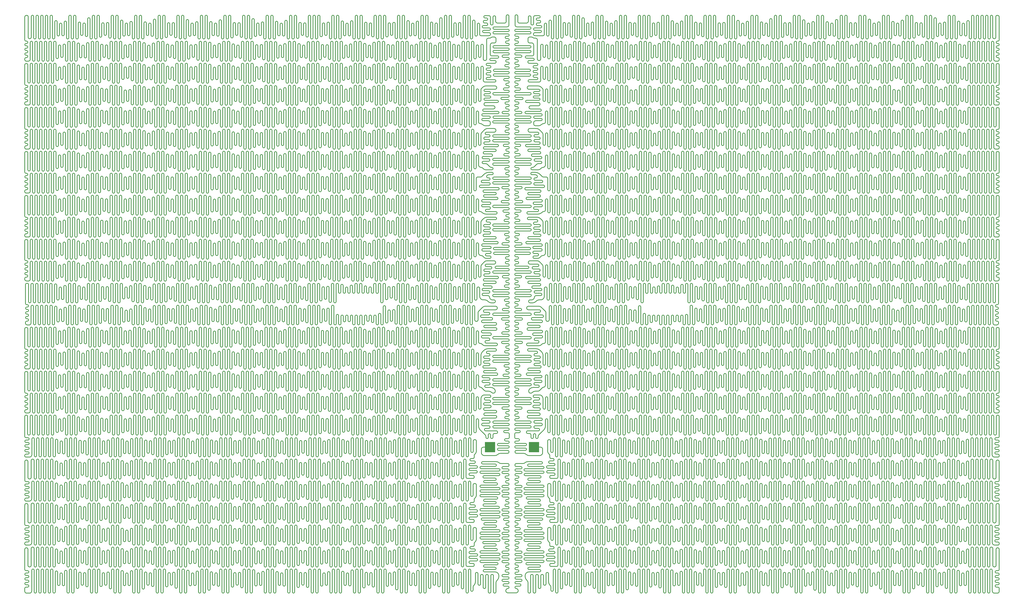
<source format=gbr>
%TF.GenerationSoftware,KiCad,Pcbnew,9.0.5*%
%TF.CreationDate,2025-11-12T08:20:59+01:00*%
%TF.ProjectId,test01,74657374-3031-42e6-9b69-6361645f7063,rev?*%
%TF.SameCoordinates,Original*%
%TF.FileFunction,Copper,L1,Top*%
%TF.FilePolarity,Positive*%
%FSLAX46Y46*%
G04 Gerber Fmt 4.6, Leading zero omitted, Abs format (unit mm)*
G04 Created by KiCad (PCBNEW 9.0.5) date 2025-11-12 08:20:59*
%MOMM*%
%LPD*%
G01*
G04 APERTURE LIST*
%TA.AperFunction,Conductor*%
%ADD10C,0.540000*%
%TD*%
%TA.AperFunction,SMDPad,CuDef*%
%ADD11R,7.000000X7.000000*%
%TD*%
%TA.AperFunction,Conductor*%
%ADD12C,0.200000*%
%TD*%
G04 APERTURE END LIST*
D10*
%TO.N,/TRACE*%
X554187753Y-574808594D02*
G75*
G02*
X553229999Y-577440000I-957754J-1141406D01*
G01*
X547769999Y-577440000D02*
G75*
G02*
X546812245Y-574808594I0J1490000D01*
G01*
X553539999Y-482240000D02*
G75*
G02*
X553539999Y-480260000I0J990000D01*
G01*
X552579999Y-184060000D02*
G75*
G02*
X554419999Y-184060000I920000J0D01*
G01*
X876249999Y-487200000D02*
G75*
G02*
X878249999Y-487200000I1000000J0D01*
G01*
X880449999Y-528650000D02*
G75*
G02*
X878249999Y-528650000I-1100000J0D01*
G01*
X562729999Y-263230000D02*
G75*
G02*
X562729999Y-260670000I0J1280000D01*
G01*
X880449999Y-487920000D02*
G75*
G02*
X882590186Y-487900000I1070000J20000D01*
G01*
X561719999Y-384350000D02*
G75*
G02*
X561719999Y-381910000I-1J1220000D01*
G01*
X562229999Y-216210000D02*
G75*
G02*
X562229999Y-214350000I0J930000D01*
G01*
X561679999Y-184670000D02*
G75*
G02*
X563419999Y-184670000I870000J0D01*
G01*
X568459999Y-242960000D02*
G75*
G02*
X568459999Y-245200000I0J-1120000D01*
G01*
X575894926Y-391134971D02*
G75*
G02*
X573624982Y-391155060I-1134972J-10057D01*
G01*
X574759999Y-503950000D02*
G75*
G02*
X577039999Y-503950000I1140000J0D01*
G01*
X880449999Y-558650000D02*
G75*
G02*
X878249999Y-558650000I-1100000J0D01*
G01*
X880449812Y-547740000D02*
G75*
G02*
X882589999Y-547720000I1070000J20000D01*
G01*
X574759999Y-473970000D02*
G75*
G02*
X576920045Y-473960000I1080000J9999D01*
G01*
X574759999Y-533950000D02*
G75*
G02*
X577039999Y-533950000I1140000J0D01*
G01*
X566189999Y-197400000D02*
G75*
G02*
X566189999Y-195300000I0J1050000D01*
G01*
X572539999Y-369720000D02*
G75*
G02*
X574400053Y-369730000I930054J0D01*
G01*
X876249999Y-547200000D02*
G75*
G02*
X878249999Y-547200000I1000000J0D01*
G01*
X562770000Y-353230000D02*
G75*
G02*
X562769999Y-350910000I-1J1160000D01*
G01*
X563199999Y-247380000D02*
G75*
G02*
X563199999Y-245200000I0J1090000D01*
G01*
X876249999Y-517200000D02*
G75*
G02*
X878249999Y-517200000I1000000J0D01*
G01*
X565219999Y-189220000D02*
G75*
G02*
X563419999Y-189220000I-900000J0D01*
G01*
X569169999Y-186910000D02*
G75*
G02*
X569169999Y-188710000I0J-900000D01*
G01*
X880449999Y-498650000D02*
G75*
G02*
X878249999Y-498650000I-1100000J0D01*
G01*
X880449812Y-517520000D02*
G75*
G02*
X882589999Y-517500000I1070000J20000D01*
G01*
X570099999Y-213170000D02*
G75*
G02*
X567759999Y-213170000I-1170000J0D01*
G01*
X562049999Y-233960000D02*
G75*
G02*
X562049999Y-231640000I0J1160000D01*
G01*
X567949999Y-190500000D02*
G75*
G02*
X567949999Y-188700000I0J900000D01*
G01*
X547459999Y-480260000D02*
G75*
G02*
X547459999Y-482240000I0J-990000D01*
G01*
X531829999Y-188710000D02*
G75*
G02*
X531829999Y-186910000I1J900000D01*
G01*
X533239999Y-213170000D02*
G75*
G02*
X530899999Y-213170000I-1170000J0D01*
G01*
X218409999Y-517500000D02*
G75*
G02*
X220550214Y-517520001I1070201J0D01*
G01*
X538949999Y-231640000D02*
G75*
G02*
X538949999Y-233960000I1J-1160000D01*
G01*
X222749999Y-498650000D02*
G75*
G02*
X220549999Y-498650000I-1100000J0D01*
G01*
X218409999Y-547720000D02*
G75*
G02*
X220550214Y-547740001I1070201J0D01*
G01*
X523959999Y-533950000D02*
G75*
G02*
X526239999Y-533950000I1140000J0D01*
G01*
X537579999Y-184670000D02*
G75*
G02*
X539319999Y-184670000I870000J0D01*
G01*
X537579999Y-189220000D02*
G75*
G02*
X535779999Y-189220000I-900000J0D01*
G01*
X222749999Y-517200000D02*
G75*
G02*
X224749999Y-517200000I1000000J0D01*
G01*
X537799999Y-245200000D02*
G75*
G02*
X537799999Y-247380000I1J-1090000D01*
G01*
X538229999Y-350910000D02*
G75*
G02*
X538229998Y-353230000I1J-1160000D01*
G01*
X222749999Y-547200000D02*
G75*
G02*
X224749999Y-547200000I1000000J0D01*
G01*
X532539999Y-245200000D02*
G75*
G02*
X532539999Y-242960000I1J1120000D01*
G01*
X526599945Y-369730000D02*
G75*
G02*
X528459909Y-369720000I929955J10000D01*
G01*
X534809999Y-195300000D02*
G75*
G02*
X534809999Y-197400000I1J-1050000D01*
G01*
X524079953Y-473960000D02*
G75*
G02*
X526240001Y-473970000I1080047J0D01*
G01*
X222749999Y-558650000D02*
G75*
G02*
X220549999Y-558650000I-1100000J0D01*
G01*
X523959999Y-503950000D02*
G75*
G02*
X526239999Y-503950000I1140000J0D01*
G01*
X527375017Y-391155060D02*
G75*
G02*
X525104983Y-391134970I-1135017J10060D01*
G01*
X538769999Y-214350000D02*
G75*
G02*
X538769999Y-216210000I1J-930000D01*
G01*
X539279999Y-381910000D02*
G75*
G02*
X539279999Y-384350000I1J-1220000D01*
G01*
X218409812Y-487900000D02*
G75*
G02*
X220550001Y-487920000I1070188J0D01*
G01*
X538269999Y-260670000D02*
G75*
G02*
X538269999Y-263230000I1J-1280000D01*
G01*
X222749999Y-528650000D02*
G75*
G02*
X220549999Y-528650000I-1100000J0D01*
G01*
X222749999Y-487200000D02*
G75*
G02*
X224749999Y-487200000I1000000J0D01*
G01*
X546579999Y-184060000D02*
G75*
G02*
X548419999Y-184060000I920000J0D01*
G01*
X533049999Y-188700000D02*
G75*
G02*
X533049999Y-190500000I1J-900000D01*
G01*
%TD*%
D11*
%TO.P,J1,1,Pin_1*%
%TO.N,/TRACE*%
X535499999Y-478000000D03*
%TD*%
%TO.P,J2,1,Pin_1*%
%TO.N,/TRACE*%
X565499999Y-478000000D03*
%TD*%
D10*
%TO.N,/TRACE*%
X547769999Y-577440000D02*
X553229999Y-577440000D01*
X553299999Y-571262534D02*
X555799999Y-571262534D01*
X556549999Y-569662534D02*
X553299999Y-569662534D01*
X553299999Y-564862534D02*
X556549999Y-564862534D01*
X554399999Y-563262534D02*
X553299999Y-563262534D01*
X556549999Y-556862534D02*
X553299999Y-556862534D01*
X553299999Y-555262534D02*
X556549999Y-555262534D01*
X556549999Y-553662534D02*
X553299999Y-553662534D01*
X553299999Y-548862534D02*
X556549999Y-548862534D01*
X553999999Y-547262534D02*
X553299999Y-547262534D01*
X553299999Y-536062534D02*
X556549999Y-536062534D01*
X556549999Y-550462534D02*
X553299999Y-550462534D01*
X553899999Y-531262534D02*
X553299999Y-531262534D01*
X553299999Y-523262534D02*
X556549999Y-523262534D01*
X554549999Y-518462534D02*
X553299999Y-518462534D01*
X553299999Y-516862534D02*
X554549999Y-516862534D01*
X556549999Y-505662534D02*
X553299999Y-505662534D01*
X552499999Y-490155986D02*
X552499999Y-490462534D01*
X570499999Y-487923357D02*
X561119425Y-487923357D01*
X561899999Y-489520000D02*
X570491894Y-489520000D01*
X562049999Y-499123357D02*
X569549999Y-499123357D01*
X561149999Y-502323357D02*
X569049999Y-502323357D01*
X571549999Y-507123357D02*
X559449999Y-507123357D01*
X569099999Y-513523357D02*
X560999999Y-513523357D01*
X569449999Y-516723357D02*
X562049999Y-516723357D01*
X559899999Y-518323357D02*
X569449999Y-518323357D01*
X570699999Y-526323357D02*
X559449999Y-526323357D01*
X561699999Y-527923357D02*
X570699999Y-527923357D01*
X561849999Y-531123357D02*
X568899999Y-531123357D01*
X570249999Y-532723357D02*
X561849999Y-532723357D01*
X571549999Y-539123357D02*
X559449999Y-539123357D01*
X569649999Y-542323357D02*
X559449999Y-542323357D01*
X561999999Y-543923357D02*
X569649999Y-543923357D01*
X559449999Y-550323357D02*
X571549999Y-550323357D01*
X569149999Y-558323357D02*
X560799999Y-558323357D01*
X569349999Y-561523357D02*
X562099999Y-561523357D01*
X562026697Y-563123357D02*
X569349999Y-563123357D01*
X571924999Y-571355000D02*
X571924999Y-565705000D01*
X575424999Y-569617441D02*
X575424999Y-564355000D01*
X580228755Y-576800000D02*
X580228755Y-561950000D01*
X581828755Y-561950000D02*
X581828755Y-576800000D01*
X583428755Y-573950000D02*
X583428755Y-561950000D01*
X560779999Y-568980000D02*
X560581370Y-568781371D01*
X585028755Y-563950000D02*
X585028755Y-573950000D01*
X586628755Y-571450000D02*
X586628755Y-563950000D01*
X591428755Y-561950000D02*
X591428755Y-572350000D01*
X593028755Y-576800000D02*
X593028755Y-561950000D01*
X594628755Y-561950000D02*
X594628755Y-576800000D01*
X559449999Y-537523357D02*
X571549999Y-537523357D01*
X596228755Y-576800000D02*
X596228755Y-561950000D01*
X597828755Y-561950000D02*
X597828755Y-576800000D01*
X564924999Y-576705000D02*
X564924999Y-565705000D01*
X602628755Y-571450000D02*
X602628755Y-564400000D01*
X615428755Y-571800000D02*
X615428755Y-562800000D01*
X620228755Y-563250000D02*
X620228755Y-571650000D01*
X623428755Y-561950000D02*
X623428755Y-576800000D01*
X626628755Y-561950000D02*
X626628755Y-576800000D01*
X612228755Y-576800000D02*
X612228755Y-561950000D01*
X628228755Y-574600000D02*
X628228755Y-561950000D01*
X636228755Y-561950000D02*
X636228755Y-572200000D01*
X621828755Y-576800000D02*
X621828755Y-563250000D01*
X641028755Y-576800000D02*
X641028755Y-561950000D01*
X647428755Y-571400000D02*
X647428755Y-564350000D01*
X649028755Y-564150000D02*
X649028755Y-571400000D01*
X660228755Y-571900000D02*
X660228755Y-562500000D01*
X661828755Y-564600000D02*
X661828755Y-571900000D01*
X561424999Y-576705000D02*
X561424999Y-570537168D01*
X663428755Y-571600000D02*
X663428755Y-564600000D01*
X666628755Y-576800000D02*
X666628755Y-563450000D01*
X669828755Y-576800000D02*
X669828755Y-561950000D01*
X673028755Y-576800000D02*
X673028755Y-561950000D01*
X677828755Y-564550000D02*
X677828755Y-571500000D01*
X653828755Y-576800000D02*
X653828755Y-561950000D01*
X679428755Y-572050000D02*
X679428755Y-564550000D01*
X685828755Y-576800000D02*
X685828755Y-561950000D01*
X695428755Y-573000000D02*
X695428755Y-564250000D01*
X573674999Y-564355000D02*
X573674999Y-571355000D01*
X698628755Y-576800000D02*
X698628755Y-561950000D01*
X705028755Y-572050000D02*
X705028755Y-562050000D01*
X674628755Y-563700000D02*
X674628755Y-576800000D01*
X706628755Y-564550000D02*
X706628755Y-572050000D01*
X708228755Y-571550000D02*
X708228755Y-564550000D01*
X668228755Y-561950000D02*
X668228755Y-576800000D01*
X713028755Y-561950000D02*
X713028755Y-576800000D01*
X682628755Y-576800000D02*
X682628755Y-561950000D01*
X714628755Y-576800000D02*
X714628755Y-561950000D01*
X719428755Y-563500000D02*
X719428755Y-576800000D01*
X721028755Y-571600000D02*
X721028755Y-563500000D01*
X722628755Y-564550000D02*
X722628755Y-571600000D01*
X724228755Y-571950000D02*
X724228755Y-564550000D01*
X732228755Y-561950000D02*
X732228755Y-576800000D01*
X735428755Y-564200000D02*
X735428755Y-573200000D01*
X737028755Y-571400000D02*
X737028755Y-564200000D01*
X745028755Y-561950000D02*
X745028755Y-576800000D01*
X746628755Y-576800000D02*
X746628755Y-561950000D01*
X754628755Y-563800000D02*
X754628755Y-571500000D01*
X756228755Y-574900000D02*
X756228755Y-563800000D01*
X761028755Y-561950000D02*
X761028755Y-576800000D01*
X765828755Y-571650000D02*
X765828755Y-563300000D01*
X769028755Y-571850000D02*
X769028755Y-564600000D01*
X770628755Y-562700000D02*
X770628755Y-571850000D01*
X759428755Y-576800000D02*
X759428755Y-561950000D01*
X772228755Y-576800000D02*
X772228755Y-562700000D01*
X777028755Y-561950000D02*
X777028755Y-576800000D01*
X778628755Y-573500000D02*
X778628755Y-561950000D01*
X781828755Y-571400000D02*
X781828755Y-564100000D01*
X775428755Y-576800000D02*
X775428755Y-561950000D01*
X785028755Y-572550000D02*
X785028755Y-564400000D01*
X794628755Y-572300000D02*
X794628755Y-561950000D01*
X796228755Y-564500000D02*
X796228755Y-572300000D01*
X797828755Y-571450000D02*
X797828755Y-564500000D01*
X802628755Y-561950000D02*
X802628755Y-574100000D01*
X804228755Y-576800000D02*
X804228755Y-561950000D01*
X805828755Y-561950000D02*
X805828755Y-576800000D01*
X809028755Y-563050000D02*
X809028755Y-576800000D01*
X812228755Y-564600000D02*
X812228755Y-571700000D01*
X815428755Y-563000000D02*
X815428755Y-571750000D01*
X821828755Y-561950000D02*
X821828755Y-576800000D01*
X753028755Y-571500000D02*
X753028755Y-564500000D01*
X826628755Y-571450000D02*
X826628755Y-563950000D01*
X828228755Y-564450000D02*
X828228755Y-571450000D01*
X831428755Y-561950000D02*
X831428755Y-572350000D01*
X791428755Y-576800000D02*
X791428755Y-561950000D01*
X833028755Y-576800000D02*
X833028755Y-561950000D01*
X834628755Y-561950000D02*
X834628755Y-576800000D01*
X841028755Y-564400000D02*
X841028755Y-572500000D01*
X751428755Y-564500000D02*
X751428755Y-572150000D01*
X845828755Y-573650000D02*
X845828755Y-564050000D01*
X853828755Y-562800000D02*
X853828755Y-576800000D01*
X860228755Y-563250000D02*
X860228755Y-571650000D01*
X865028755Y-576800000D02*
X865028755Y-561950000D01*
X866628755Y-561950000D02*
X866628755Y-576800000D01*
X701828755Y-576800000D02*
X701828755Y-561950000D01*
X869828755Y-561950000D02*
X869828755Y-576800000D01*
X868228755Y-576800000D02*
X868228755Y-561950000D01*
X871428755Y-576800000D02*
X871428755Y-561950000D01*
X874628755Y-576800000D02*
X874628755Y-561950000D01*
X877828755Y-575920895D02*
X877828755Y-561950000D01*
X801028755Y-574100000D02*
X801028755Y-563950000D01*
X749828755Y-572150000D02*
X749828755Y-561950000D01*
X878419324Y-577318620D02*
X878399999Y-577300000D01*
X847428755Y-561950000D02*
X847428755Y-573650000D01*
X881475735Y-577600000D02*
X879098635Y-577600000D01*
X882603999Y-574300000D02*
X882603999Y-576324658D01*
X836228755Y-576800000D02*
X836228755Y-561950000D01*
X880603999Y-573500000D02*
X881803999Y-573500000D01*
X559449999Y-505523357D02*
X571549999Y-505523357D01*
X556549999Y-537662534D02*
X553299999Y-537662534D01*
X880603999Y-570300000D02*
X881803999Y-570300000D01*
X555799999Y-572862534D02*
X553299999Y-572862534D01*
X881803999Y-568700000D02*
X880603999Y-568700000D01*
X882603999Y-547753799D02*
X882603999Y-561500000D01*
X553352290Y-574462534D02*
G75*
G02*
X554187767Y-574808580I10J-1181566D01*
G01*
X553299999Y-572862534D02*
G75*
G03*
X552500034Y-573662534I1J-799966D01*
G01*
X557349999Y-568862534D02*
G75*
G02*
X556549999Y-569662499I-799999J34D01*
G01*
X556549999Y-568062534D02*
G75*
G02*
X557349966Y-568862534I1J-799966D01*
G01*
X557349999Y-565662534D02*
G75*
G02*
X556549999Y-566462499I-799999J34D01*
G01*
X554399999Y-561662534D02*
G75*
G02*
X555199966Y-562462534I1J-799966D01*
G01*
X863428755Y-561950000D02*
X863428755Y-576800000D01*
X553299999Y-560062534D02*
G75*
G03*
X552500034Y-560862534I1J-799966D01*
G01*
X554899999Y-559262534D02*
G75*
G02*
X554099999Y-560062499I-799999J34D01*
G01*
X553299999Y-529662534D02*
X553899999Y-529662534D01*
X554099999Y-558462534D02*
G75*
G02*
X554899966Y-559262534I1J-799966D01*
G01*
X552499999Y-557662534D02*
G75*
G03*
X553299999Y-558462501I800001J34D01*
G01*
X741828755Y-561950000D02*
X741828755Y-572750000D01*
X552499999Y-554462534D02*
G75*
G03*
X553299999Y-555262501I800001J34D01*
G01*
X557349999Y-552862534D02*
G75*
G02*
X556549999Y-553662499I-799999J34D01*
G01*
X556549999Y-552062534D02*
G75*
G02*
X557349966Y-552862534I1J-799966D01*
G01*
X553299999Y-550462534D02*
G75*
G03*
X552500034Y-551262534I1J-799966D01*
G01*
X553299999Y-547262534D02*
G75*
G03*
X552500034Y-548062534I1J-799966D01*
G01*
X560799999Y-556723357D02*
X571549999Y-556723357D01*
X553299999Y-544062534D02*
G75*
G03*
X552500034Y-544862534I1J-799966D01*
G01*
X554599999Y-542462534D02*
G75*
G02*
X555399966Y-543262534I1J-799966D01*
G01*
X556549999Y-539262534D02*
G75*
G02*
X557349966Y-540062534I1J-799966D01*
G01*
X553299999Y-537662534D02*
G75*
G03*
X552500034Y-538462534I1J-799966D01*
G01*
X553299999Y-534462534D02*
G75*
G03*
X552500034Y-535262534I1J-799966D01*
G01*
X556199999Y-533662534D02*
G75*
G02*
X555399999Y-534462499I-799999J34D01*
G01*
X555399999Y-532862534D02*
G75*
G02*
X556199966Y-533662534I1J-799966D01*
G01*
X552499999Y-532062534D02*
G75*
G03*
X553299999Y-532862501I800001J34D01*
G01*
X693828755Y-564250000D02*
X693828755Y-571400000D01*
X553299999Y-531262534D02*
G75*
G03*
X552500034Y-532062534I1J-799966D01*
G01*
X554699999Y-530462534D02*
G75*
G02*
X553899999Y-531262499I-799999J34D01*
G01*
X599428755Y-572500000D02*
X599428755Y-561950000D01*
X553899999Y-529662534D02*
G75*
G02*
X554699966Y-530462534I1J-799966D01*
G01*
X552499999Y-528862534D02*
G75*
G03*
X553299999Y-529662501I800001J34D01*
G01*
X555499999Y-526462534D02*
G75*
G02*
X556299966Y-527262534I1J-799966D01*
G01*
X552499999Y-525662534D02*
G75*
G03*
X553299999Y-526462501I800001J34D01*
G01*
X553299999Y-524862534D02*
G75*
G03*
X552500034Y-525662534I1J-799966D01*
G01*
X557349999Y-524062534D02*
G75*
G02*
X556549999Y-524862499I-799999J34D01*
G01*
X553299999Y-521662534D02*
G75*
G03*
X552500034Y-522462534I1J-799966D01*
G01*
X552499999Y-570462534D02*
G75*
G03*
X553299999Y-571262501I800001J34D01*
G01*
X556549999Y-520062534D02*
G75*
G02*
X557349966Y-520862534I1J-799966D01*
G01*
X552499999Y-519262534D02*
G75*
G03*
X553299999Y-520062501I800001J34D01*
G01*
X588228755Y-564450000D02*
X588228755Y-571450000D01*
X553299999Y-518462534D02*
G75*
G03*
X552500034Y-519262534I1J-799966D01*
G01*
X671428755Y-561950000D02*
X671428755Y-576800000D01*
X555349999Y-517662534D02*
G75*
G02*
X554549999Y-518462499I-799999J34D01*
G01*
X554549999Y-516862534D02*
G75*
G02*
X555349966Y-517662534I1J-799966D01*
G01*
X552499999Y-516062534D02*
G75*
G03*
X553299999Y-516862501I800001J34D01*
G01*
X554849999Y-514462534D02*
G75*
G02*
X554049999Y-515262499I-799999J34D01*
G01*
X554049999Y-513662534D02*
G75*
G02*
X554849966Y-514462534I1J-799966D01*
G01*
X552499999Y-512862534D02*
G75*
G03*
X553299999Y-513662501I800001J34D01*
G01*
X555499999Y-528062534D02*
X553299999Y-528062534D01*
X553299999Y-512062534D02*
G75*
G03*
X552500034Y-512862534I1J-799966D01*
G01*
X556549999Y-510462534D02*
G75*
G02*
X557349966Y-511262534I1J-799966D01*
G01*
X552499999Y-538462534D02*
G75*
G03*
X553299999Y-539262501I800001J34D01*
G01*
X605828755Y-573650000D02*
X605828755Y-564050000D01*
X552499999Y-509662534D02*
G75*
G03*
X553299999Y-510462501I800001J34D01*
G01*
X552499999Y-567262534D02*
G75*
G03*
X553299999Y-568062501I800001J34D01*
G01*
X553299999Y-508862534D02*
G75*
G03*
X552500034Y-509662534I1J-799966D01*
G01*
X557349999Y-508062534D02*
G75*
G02*
X556549999Y-508862499I-799999J34D01*
G01*
X556549999Y-507262534D02*
G75*
G02*
X557349966Y-508062534I1J-799966D01*
G01*
X552499999Y-506462534D02*
G75*
G03*
X553299999Y-507262501I800001J34D01*
G01*
X556549999Y-504062534D02*
G75*
G02*
X557349966Y-504862534I1J-799966D01*
G01*
X610628755Y-561950000D02*
X610628755Y-576800000D01*
X609028755Y-576800000D02*
X609028755Y-561950000D01*
X552499999Y-503262534D02*
G75*
G03*
X553299999Y-504062501I800001J34D01*
G01*
X553299999Y-569662534D02*
G75*
G03*
X552500034Y-570462534I1J-799966D01*
G01*
X553299999Y-502462534D02*
G75*
G03*
X552500034Y-503262534I1J-799966D01*
G01*
X553299999Y-556862534D02*
G75*
G03*
X552500034Y-557662534I1J-799966D01*
G01*
X658628755Y-562500000D02*
X658628755Y-576800000D01*
X554899999Y-501662534D02*
G75*
G02*
X554099999Y-502462499I-799999J34D01*
G01*
X554099999Y-500862534D02*
G75*
G02*
X554899966Y-501662534I1J-799966D01*
G01*
X553299999Y-504062534D02*
X556549999Y-504062534D01*
X556549999Y-512062534D02*
X553299999Y-512062534D01*
X553299999Y-499262534D02*
G75*
G03*
X552500034Y-500062534I1J-799966D01*
G01*
X568424999Y-573605000D02*
X568424999Y-565705000D01*
X555249999Y-498462534D02*
G75*
G02*
X554449999Y-499262499I-799999J34D01*
G01*
X552499999Y-496862534D02*
G75*
G03*
X553299999Y-497662501I800001J34D01*
G01*
X561299999Y-547123357D02*
X568999999Y-547123357D01*
X553299999Y-496062534D02*
G75*
G03*
X552500034Y-496862534I1J-799966D01*
G01*
X556599999Y-572062534D02*
G75*
G02*
X555799999Y-572862499I-799999J34D01*
G01*
X557349999Y-495262534D02*
G75*
G02*
X556549999Y-496062499I-799999J34D01*
G01*
X556549999Y-494462534D02*
G75*
G02*
X557349966Y-495262534I1J-799966D01*
G01*
X552499999Y-493662534D02*
G75*
G03*
X553299999Y-494462501I800001J34D01*
G01*
X553299999Y-492862534D02*
G75*
G03*
X552500034Y-493662534I1J-799966D01*
G01*
X557349999Y-492062534D02*
G75*
G02*
X556549999Y-492862499I-799999J34D01*
G01*
X556549999Y-491262534D02*
G75*
G02*
X557349966Y-492062534I1J-799966D01*
G01*
X639428755Y-561950000D02*
X639428755Y-576800000D01*
X552499999Y-490462534D02*
G75*
G03*
X553299999Y-491262501I800001J34D01*
G01*
X552779551Y-489481088D02*
G75*
G03*
X552499975Y-490155986I674849J-674912D01*
G01*
X820228755Y-576800000D02*
X820228755Y-561950000D01*
X559382722Y-488642723D02*
G75*
G02*
X558037336Y-489200015I-1345422J1345423D01*
G01*
X773828755Y-561950000D02*
X773828755Y-576800000D01*
X561119425Y-487923357D02*
G75*
G03*
X559382715Y-488642716I-25J-2456043D01*
G01*
X570491894Y-489520000D02*
G75*
G02*
X570500010Y-489523346I6J-11500D01*
G01*
X561099999Y-490320000D02*
G75*
G02*
X561899999Y-489519999I800001J0D01*
G01*
X571549999Y-492723357D02*
G75*
G03*
X572349957Y-491923357I1J799957D01*
G01*
X618628755Y-571650000D02*
X618628755Y-564600000D01*
X559449999Y-494323357D02*
G75*
G02*
X558650043Y-493523357I1J799957D01*
G01*
X571549999Y-495923357D02*
G75*
G03*
X572349957Y-495123357I1J799957D01*
G01*
X570349999Y-498323357D02*
G75*
G03*
X569549999Y-497523401I-799999J-43D01*
G01*
X552499999Y-544862534D02*
G75*
G03*
X553299999Y-545662501I800001J34D01*
G01*
X559549999Y-495923357D02*
X571549999Y-495923357D01*
X561249999Y-499923357D02*
G75*
G02*
X562049999Y-499123399I800001J-43D01*
G01*
X571549999Y-503923357D02*
X561149999Y-503923357D01*
X562049999Y-500723357D02*
G75*
G02*
X561250043Y-499923357I1J799957D01*
G01*
X572349999Y-504723357D02*
G75*
G03*
X571549999Y-503923401I-799999J-43D01*
G01*
X571549999Y-508723357D02*
G75*
G03*
X572349957Y-507923357I1J799957D01*
G01*
X571549999Y-511923357D02*
G75*
G03*
X572349957Y-511123357I1J799957D01*
G01*
X569899999Y-514323357D02*
G75*
G03*
X569099999Y-513523401I-799999J-43D01*
G01*
X552499999Y-535262534D02*
G75*
G03*
X553299999Y-536062501I800001J34D01*
G01*
X562049999Y-516723357D02*
G75*
G02*
X561250043Y-515923357I1J799957D01*
G01*
X558649999Y-525523357D02*
G75*
G02*
X559449999Y-524723399I800001J-43D01*
G01*
X570699999Y-527923357D02*
G75*
G03*
X571499957Y-527123357I1J799957D01*
G01*
X880603999Y-563900000D02*
X881803999Y-563900000D01*
X652228755Y-561950000D02*
X652228755Y-573300000D01*
X568899999Y-531123357D02*
G75*
G03*
X569699957Y-530323357I1J799957D01*
G01*
X559449999Y-539123357D02*
G75*
G02*
X558650043Y-538323357I1J799957D01*
G01*
X570449999Y-543123357D02*
G75*
G03*
X569649999Y-542323401I-799999J-43D01*
G01*
X572349999Y-552723357D02*
G75*
G03*
X571549999Y-551923401I-799999J-43D01*
G01*
X558649999Y-554323357D02*
G75*
G02*
X559449999Y-553523399I800001J-43D01*
G01*
X571549999Y-556723357D02*
G75*
G03*
X572349957Y-555923357I1J799957D01*
G01*
X561299999Y-560723357D02*
G75*
G02*
X562099999Y-559923399I800001J-43D01*
G01*
X562299999Y-577580000D02*
G75*
G02*
X561425000Y-576705000I1J875000D01*
G01*
X559449999Y-507123357D02*
G75*
G02*
X558650043Y-506323357I1J799957D01*
G01*
X563174999Y-576705000D02*
G75*
G02*
X562299999Y-577579999I-874999J0D01*
G01*
X567549999Y-564830000D02*
G75*
G03*
X566675000Y-565705000I1J-875000D01*
G01*
X568424999Y-565705000D02*
G75*
G03*
X567549999Y-564830001I-874999J0D01*
G01*
X553299999Y-574462534D02*
X553352290Y-574462534D01*
X569299999Y-574480000D02*
G75*
G02*
X568425000Y-573605000I1J875000D01*
G01*
X571049999Y-564830000D02*
G75*
G03*
X570175000Y-565705000I1J-875000D01*
G01*
X578628755Y-561950000D02*
X578628755Y-575572855D01*
X571924999Y-565705000D02*
G75*
G03*
X571049999Y-564830001I-874999J0D01*
G01*
X553299999Y-491262534D02*
X556549999Y-491262534D01*
X572799999Y-572230000D02*
G75*
G02*
X571925000Y-571355000I1J875000D01*
G01*
X573674999Y-571355000D02*
G75*
G02*
X572799999Y-572229999I-874999J0D01*
G01*
X703428755Y-562050000D02*
X703428755Y-576800000D01*
X665028755Y-563450000D02*
X665028755Y-571600000D01*
X577039999Y-573516396D02*
G75*
G03*
X576589998Y-572430001I-1536399J-4D01*
G01*
X555799999Y-571262534D02*
G75*
G02*
X556599966Y-572062534I1J-799966D01*
G01*
X577839999Y-576400000D02*
G75*
G02*
X577040000Y-575600000I1J800000D01*
G01*
X580228755Y-561950000D02*
G75*
G03*
X579428755Y-561150045I-799955J0D01*
G01*
X581028755Y-577600000D02*
G75*
G02*
X580228800Y-576800000I45J800000D01*
G01*
X581828755Y-576800000D02*
G75*
G02*
X581028755Y-577599955I-799955J0D01*
G01*
X554449999Y-499262534D02*
X553299999Y-499262534D01*
X582628755Y-561150000D02*
G75*
G03*
X581828800Y-561950000I45J-800000D01*
G01*
X583428755Y-561950000D02*
G75*
G03*
X582628755Y-561150045I-799955J0D01*
G01*
X559449999Y-510323357D02*
G75*
G02*
X558650043Y-509523357I1J799957D01*
G01*
X584228755Y-574750000D02*
G75*
G02*
X583428800Y-573950000I45J800000D01*
G01*
X585828755Y-563150000D02*
G75*
G03*
X585028800Y-563950000I45J-800000D01*
G01*
X588228755Y-571450000D02*
G75*
G02*
X587428755Y-572249955I-799955J0D01*
G01*
X589828755Y-564450000D02*
G75*
G03*
X589028755Y-563650045I-799955J0D01*
G01*
X590628755Y-573150000D02*
G75*
G02*
X589828800Y-572350000I45J800000D01*
G01*
X591428755Y-572350000D02*
G75*
G02*
X590628755Y-573149955I-799955J0D01*
G01*
X593028755Y-561950000D02*
G75*
G03*
X592228755Y-561150045I-799955J0D01*
G01*
X571549999Y-550323357D02*
G75*
G03*
X572349957Y-549523357I1J799957D01*
G01*
X593828755Y-577600000D02*
G75*
G02*
X593028800Y-576800000I45J800000D01*
G01*
X595428755Y-561150000D02*
G75*
G03*
X594628800Y-561950000I45J-800000D01*
G01*
X881803999Y-571900000D02*
X880603999Y-571900000D01*
X553299999Y-552062534D02*
X556549999Y-552062534D01*
X559449999Y-535923357D02*
G75*
G02*
X558650043Y-535123357I1J799957D01*
G01*
X596228755Y-561950000D02*
G75*
G03*
X595428755Y-561150045I-799955J0D01*
G01*
X597828755Y-576800000D02*
G75*
G02*
X597028755Y-577599955I-799955J0D01*
G01*
X600228755Y-573300000D02*
G75*
G02*
X599428800Y-572500000I45J800000D01*
G01*
X601828755Y-563600000D02*
G75*
G03*
X601028800Y-564400000I45J-800000D01*
G01*
X558649999Y-541523357D02*
G75*
G02*
X559449999Y-540723399I800001J-43D01*
G01*
X602628755Y-564400000D02*
G75*
G03*
X601828755Y-563600045I-799955J0D01*
G01*
X571549999Y-521523357D02*
G75*
G03*
X572349957Y-520723357I1J799957D01*
G01*
X603428755Y-572250000D02*
G75*
G02*
X602628800Y-571450000I45J800000D01*
G01*
X604228755Y-571450000D02*
G75*
G02*
X603428755Y-572249955I-799955J0D01*
G01*
X605028755Y-563250000D02*
G75*
G03*
X604228800Y-564050000I45J-800000D01*
G01*
X561899999Y-491120000D02*
G75*
G02*
X561100000Y-490320000I1J800000D01*
G01*
X571549999Y-519923357D02*
X559899999Y-519923357D01*
X605828755Y-564050000D02*
G75*
G03*
X605028755Y-563250045I-799955J0D01*
G01*
X637828755Y-576800000D02*
X637828755Y-561950000D01*
X563174999Y-565705000D02*
X563174999Y-576705000D01*
X606628755Y-574450000D02*
G75*
G02*
X605828800Y-573650000I45J800000D01*
G01*
X607428755Y-573650000D02*
G75*
G02*
X606628755Y-574449955I-799955J0D01*
G01*
X572349999Y-555923357D02*
G75*
G03*
X571549999Y-555123401I-799999J-43D01*
G01*
X609828755Y-577600000D02*
G75*
G02*
X609028800Y-576800000I45J800000D01*
G01*
X612228755Y-561950000D02*
G75*
G03*
X611428755Y-561150045I-799955J0D01*
G01*
X561849999Y-532723357D02*
G75*
G02*
X561050043Y-531923357I1J799957D01*
G01*
X613828755Y-576800000D02*
G75*
G02*
X613028755Y-577599955I-799955J0D01*
G01*
X615428755Y-562800000D02*
G75*
G03*
X614628755Y-562000045I-799955J0D01*
G01*
X571549999Y-548723357D02*
X561299999Y-548723357D01*
X559449999Y-508723357D02*
X571549999Y-508723357D01*
X571549999Y-524723357D02*
G75*
G03*
X572349957Y-523923357I1J799957D01*
G01*
X616228755Y-572600000D02*
G75*
G02*
X615428800Y-571800000I45J800000D01*
G01*
X617028755Y-571800000D02*
G75*
G02*
X616228755Y-572599955I-799955J0D01*
G01*
X617828755Y-563800000D02*
G75*
G03*
X617028800Y-564600000I45J-800000D01*
G01*
X565799999Y-577580000D02*
G75*
G02*
X564925000Y-576705000I1J875000D01*
G01*
X618628755Y-564600000D02*
G75*
G03*
X617828755Y-563800045I-799955J0D01*
G01*
X762628755Y-576800000D02*
X762628755Y-561950000D01*
X619428755Y-572450000D02*
G75*
G02*
X618628800Y-571650000I45J800000D01*
G01*
X569349999Y-563123357D02*
G75*
G03*
X570149957Y-562323357I1J799957D01*
G01*
X621828755Y-563250000D02*
G75*
G03*
X621028755Y-562450045I-799955J0D01*
G01*
X623428755Y-576800000D02*
G75*
G02*
X622628755Y-577599955I-799955J0D01*
G01*
X572349999Y-495123357D02*
G75*
G03*
X571549999Y-494323401I-799999J-43D01*
G01*
X624228755Y-561150000D02*
G75*
G03*
X623428800Y-561950000I45J-800000D01*
G01*
X625028755Y-561950000D02*
G75*
G03*
X624228755Y-561150045I-799955J0D01*
G01*
X738628755Y-564350000D02*
X738628755Y-571400000D01*
X625828755Y-577600000D02*
G75*
G02*
X625028800Y-576800000I45J800000D01*
G01*
X556549999Y-540862534D02*
X553299999Y-540862534D01*
X628228755Y-561950000D02*
G75*
G03*
X627428755Y-561150045I-799955J0D01*
G01*
X629028755Y-575400000D02*
G75*
G02*
X628228800Y-574600000I45J800000D01*
G01*
X629828755Y-574600000D02*
G75*
G02*
X629028755Y-575399955I-799955J0D01*
G01*
X560349999Y-503123357D02*
G75*
G02*
X561149999Y-502323399I800001J-43D01*
G01*
X630628755Y-563050000D02*
G75*
G03*
X629828800Y-563850000I45J-800000D01*
G01*
X575424999Y-564355000D02*
G75*
G03*
X574549999Y-563480001I-874999J0D01*
G01*
X631428755Y-563850000D02*
G75*
G03*
X630628755Y-563050045I-799955J0D01*
G01*
X632228755Y-572300000D02*
G75*
G02*
X631428800Y-571500000I45J800000D01*
G01*
X633028755Y-571500000D02*
G75*
G02*
X632228755Y-572299955I-799955J0D01*
G01*
X617028755Y-564600000D02*
X617028755Y-571800000D01*
X633828755Y-563700000D02*
G75*
G03*
X633028800Y-564500000I45J-800000D01*
G01*
X635428755Y-573000000D02*
G75*
G02*
X634628800Y-572200000I45J800000D01*
G01*
X842628755Y-571450000D02*
X842628755Y-564400000D01*
X636228755Y-572200000D02*
G75*
G02*
X635428755Y-572999955I-799955J0D01*
G01*
X637028755Y-561150000D02*
G75*
G03*
X636228800Y-561950000I45J-800000D01*
G01*
X572349999Y-539923357D02*
G75*
G03*
X571549999Y-539123401I-799999J-43D01*
G01*
X641028755Y-561950000D02*
G75*
G03*
X640228755Y-561150045I-799955J0D01*
G01*
X589028755Y-563650000D02*
G75*
G03*
X588228800Y-564450000I45J-800000D01*
G01*
X641828755Y-577600000D02*
G75*
G02*
X641028800Y-576800000I45J800000D01*
G01*
X810628755Y-571700000D02*
X810628755Y-563050000D01*
X642628755Y-576800000D02*
G75*
G02*
X641828755Y-577599955I-799955J0D01*
G01*
X645028755Y-573500000D02*
G75*
G02*
X644228800Y-572700000I45J800000D01*
G01*
X559449999Y-524723357D02*
X571549999Y-524723357D01*
X553299999Y-507262534D02*
X556549999Y-507262534D01*
X647428755Y-564350000D02*
G75*
G03*
X646628755Y-563550045I-799955J0D01*
G01*
X649828755Y-563350000D02*
G75*
G03*
X649028800Y-564150000I45J-800000D01*
G01*
X561999999Y-545523357D02*
G75*
G02*
X561200043Y-544723357I1J799957D01*
G01*
X650628755Y-564150000D02*
G75*
G03*
X649828755Y-563350045I-799955J0D01*
G01*
X730628755Y-576800000D02*
X730628755Y-561950000D01*
X569649999Y-543923357D02*
G75*
G03*
X570449957Y-543123357I1J799957D01*
G01*
X553299999Y-497662534D02*
X554449999Y-497662534D01*
X652228755Y-573300000D02*
G75*
G02*
X651428755Y-574099955I-799955J0D01*
G01*
X653828755Y-561950000D02*
G75*
G03*
X653028755Y-561150045I-799955J0D01*
G01*
X654628755Y-577600000D02*
G75*
G02*
X653828800Y-576800000I45J800000D01*
G01*
X556549999Y-555262534D02*
G75*
G02*
X557349966Y-556062534I1J-799966D01*
G01*
X655428755Y-576800000D02*
G75*
G02*
X654628755Y-577599955I-799955J0D01*
G01*
X656228755Y-561150000D02*
G75*
G03*
X655428800Y-561950000I45J-800000D01*
G01*
X657828755Y-577600000D02*
G75*
G02*
X657028800Y-576800000I45J800000D01*
G01*
X786628755Y-561950000D02*
X786628755Y-572550000D01*
X585028755Y-573950000D02*
G75*
G02*
X584228755Y-574749955I-799955J0D01*
G01*
X658628755Y-576800000D02*
G75*
G02*
X657828755Y-577599955I-799955J0D01*
G01*
X659428755Y-561700000D02*
G75*
G03*
X658628800Y-562500000I45J-800000D01*
G01*
X660228755Y-562500000D02*
G75*
G03*
X659428755Y-561700045I-799955J0D01*
G01*
X661828755Y-571900000D02*
G75*
G02*
X661028755Y-572699955I-799955J0D01*
G01*
X569549999Y-497523357D02*
X559549999Y-497523357D01*
X663428755Y-564600000D02*
G75*
G03*
X662628755Y-563800045I-799955J0D01*
G01*
X559449999Y-523123357D02*
G75*
G02*
X558650043Y-522323357I1J799957D01*
G01*
X664228755Y-572400000D02*
G75*
G02*
X663428800Y-571600000I45J800000D01*
G01*
X687428755Y-561950000D02*
X687428755Y-576800000D01*
X665828755Y-562650000D02*
G75*
G03*
X665028800Y-563450000I45J-800000D01*
G01*
X667428755Y-577600000D02*
G75*
G02*
X666628800Y-576800000I45J800000D01*
G01*
X852228755Y-576800000D02*
X852228755Y-561950000D01*
X668228755Y-576800000D02*
G75*
G02*
X667428755Y-577599955I-799955J0D01*
G01*
X669028755Y-561150000D02*
G75*
G03*
X668228800Y-561950000I45J-800000D01*
G01*
X558649999Y-551123357D02*
G75*
G02*
X559449999Y-550323399I800001J-43D01*
G01*
X669828755Y-561950000D02*
G75*
G03*
X669028755Y-561150045I-799955J0D01*
G01*
X552499999Y-541662534D02*
G75*
G03*
X553299999Y-542462501I800001J34D01*
G01*
X727428755Y-576800000D02*
X727428755Y-562350000D01*
X681028755Y-561950000D02*
X681028755Y-572050000D01*
X670628755Y-577600000D02*
G75*
G02*
X669828800Y-576800000I45J800000D01*
G01*
X855428755Y-571800000D02*
X855428755Y-562800000D01*
X672228755Y-561150000D02*
G75*
G03*
X671428800Y-561950000I45J-800000D01*
G01*
X711428755Y-576800000D02*
X711428755Y-563650000D01*
X673028755Y-561950000D02*
G75*
G03*
X672228755Y-561150045I-799955J0D01*
G01*
X559449999Y-553523357D02*
X571549999Y-553523357D01*
X564924999Y-565705000D02*
G75*
G03*
X564049999Y-564830001I-874999J0D01*
G01*
X673828755Y-577600000D02*
G75*
G02*
X673028800Y-576800000I45J800000D01*
G01*
X552499999Y-560862534D02*
G75*
G03*
X553299999Y-561662501I800001J34D01*
G01*
X569049999Y-502323357D02*
G75*
G03*
X569849957Y-501523357I1J799957D01*
G01*
X675428755Y-562900000D02*
G75*
G03*
X674628800Y-563700000I45J-800000D01*
G01*
X676228755Y-563700000D02*
G75*
G03*
X675428755Y-562900045I-799955J0D01*
G01*
X556549999Y-496062534D02*
X553299999Y-496062534D01*
X553299999Y-520062534D02*
X556549999Y-520062534D01*
X677028755Y-572300000D02*
G75*
G02*
X676228800Y-571500000I45J800000D01*
G01*
X677828755Y-571500000D02*
G75*
G02*
X677028755Y-572299955I-799955J0D01*
G01*
X678628755Y-563750000D02*
G75*
G03*
X677828800Y-564550000I45J-800000D01*
G01*
X558649999Y-538323357D02*
G75*
G02*
X559449999Y-537523399I800001J-43D01*
G01*
X679428755Y-564550000D02*
G75*
G03*
X678628755Y-563750045I-799955J0D01*
G01*
X681028755Y-572050000D02*
G75*
G02*
X680228755Y-572849955I-799955J0D01*
G01*
X568999999Y-545523357D02*
X561999999Y-545523357D01*
X681828755Y-561150000D02*
G75*
G03*
X681028800Y-561950000I45J-800000D01*
G01*
X557349999Y-556062534D02*
G75*
G02*
X556549999Y-556862499I-799999J34D01*
G01*
X682628755Y-561950000D02*
G75*
G03*
X681828755Y-561150045I-799955J0D01*
G01*
X683428755Y-577600000D02*
G75*
G02*
X682628800Y-576800000I45J800000D01*
G01*
X684228755Y-576800000D02*
G75*
G02*
X683428755Y-577599955I-799955J0D01*
G01*
X569699999Y-530323357D02*
G75*
G03*
X568899999Y-529523401I-799999J-43D01*
G01*
X607428755Y-561950000D02*
X607428755Y-573650000D01*
X687428755Y-576800000D02*
G75*
G02*
X686628755Y-577599955I-799955J0D01*
G01*
X553299999Y-539262534D02*
X556549999Y-539262534D01*
X689828755Y-573750000D02*
G75*
G02*
X689028800Y-572950000I45J800000D01*
G01*
X552499999Y-573662534D02*
G75*
G03*
X553299999Y-574462501I800001J34D01*
G01*
X818628755Y-561950000D02*
X818628755Y-576800000D01*
X691428755Y-563500000D02*
G75*
G03*
X690628800Y-564300000I45J-800000D01*
G01*
X693828755Y-571400000D02*
G75*
G02*
X693028755Y-572199955I-799955J0D01*
G01*
X557349999Y-540062534D02*
G75*
G02*
X556549999Y-540862499I-799999J34D01*
G01*
X694628755Y-563450000D02*
G75*
G03*
X693828800Y-564250000I45J-800000D01*
G01*
X697028755Y-573000000D02*
G75*
G02*
X696228755Y-573799955I-799955J0D01*
G01*
X698628755Y-561950000D02*
G75*
G03*
X697828755Y-561150045I-799955J0D01*
G01*
X700228755Y-576800000D02*
G75*
G02*
X699428755Y-577599955I-799955J0D01*
G01*
X559449999Y-542323357D02*
G75*
G02*
X558650043Y-541523357I1J799957D01*
G01*
X561299999Y-548723357D02*
G75*
G02*
X560500043Y-547923357I1J799957D01*
G01*
X569099999Y-515123357D02*
G75*
G03*
X569899957Y-514323357I1J799957D01*
G01*
X701028755Y-561150000D02*
G75*
G03*
X700228800Y-561950000I45J-800000D01*
G01*
X702628755Y-577600000D02*
G75*
G02*
X701828800Y-576800000I45J800000D01*
G01*
X613828755Y-562800000D02*
X613828755Y-576800000D01*
X705028755Y-562050000D02*
G75*
G03*
X704228755Y-561250045I-799955J0D01*
G01*
X553299999Y-494462534D02*
X556549999Y-494462534D01*
X554599999Y-544062534D02*
X553299999Y-544062534D01*
X594628755Y-576800000D02*
G75*
G02*
X593828755Y-577599955I-799955J0D01*
G01*
X705828755Y-572850000D02*
G75*
G02*
X705028800Y-572050000I45J800000D01*
G01*
X553299999Y-532862534D02*
X555399999Y-532862534D01*
X649028755Y-571400000D02*
G75*
G02*
X648228755Y-572199955I-799955J0D01*
G01*
X707428755Y-563750000D02*
G75*
G03*
X706628800Y-564550000I45J-800000D01*
G01*
X570249999Y-517523357D02*
G75*
G03*
X569449999Y-516723401I-799999J-43D01*
G01*
X708228755Y-564550000D02*
G75*
G03*
X707428755Y-563750045I-799955J0D01*
G01*
X685028755Y-561150000D02*
G75*
G03*
X684228800Y-561950000I45J-800000D01*
G01*
X743428755Y-576800000D02*
X743428755Y-561950000D01*
X709828755Y-571550000D02*
G75*
G02*
X709028755Y-572349955I-799955J0D01*
G01*
X711428755Y-563650000D02*
G75*
G03*
X710628755Y-562850045I-799955J0D01*
G01*
X570174999Y-565705000D02*
X570174999Y-573605000D01*
X571549999Y-510323357D02*
X559449999Y-510323357D01*
X712228755Y-577600000D02*
G75*
G02*
X711428800Y-576800000I45J800000D01*
G01*
X713028755Y-576800000D02*
G75*
G02*
X712228755Y-577599955I-799955J0D01*
G01*
X696228755Y-573800000D02*
G75*
G02*
X695428800Y-573000000I45J800000D01*
G01*
X685828755Y-561950000D02*
G75*
G03*
X685028755Y-561150045I-799955J0D01*
G01*
X713828755Y-561150000D02*
G75*
G03*
X713028800Y-561950000I45J-800000D01*
G01*
X692228755Y-571400000D02*
X692228755Y-564300000D01*
X684228755Y-561950000D02*
X684228755Y-576800000D01*
X560499999Y-547923357D02*
G75*
G02*
X561299999Y-547123399I800001J-43D01*
G01*
X671428755Y-576800000D02*
G75*
G02*
X670628755Y-577599955I-799955J0D01*
G01*
X714628755Y-561950000D02*
G75*
G03*
X713828755Y-561150045I-799955J0D01*
G01*
X558749999Y-496723357D02*
G75*
G02*
X559549999Y-495923399I800001J-43D01*
G01*
X715428755Y-577600000D02*
G75*
G02*
X714628800Y-576800000I45J800000D01*
G01*
X717028755Y-561150000D02*
G75*
G03*
X716228800Y-561950000I45J-800000D01*
G01*
X789828755Y-561950000D02*
X789828755Y-576800000D01*
X717828755Y-561950000D02*
G75*
G03*
X717028755Y-561150045I-799955J0D01*
G01*
X719428755Y-576800000D02*
G75*
G02*
X718628755Y-577599955I-799955J0D01*
G01*
X576589999Y-572430000D02*
G75*
G02*
X575424982Y-569617441I2812601J2812600D01*
G01*
X571549999Y-551923357D02*
X559449999Y-551923357D01*
X720228755Y-562700000D02*
G75*
G03*
X719428800Y-563500000I45J-800000D01*
G01*
X650628755Y-573300000D02*
X650628755Y-564150000D01*
X646628755Y-563550000D02*
G75*
G03*
X645828800Y-564350000I45J-800000D01*
G01*
X721028755Y-563500000D02*
G75*
G03*
X720228755Y-562700045I-799955J0D01*
G01*
X553299999Y-568062534D02*
X556549999Y-568062534D01*
X721828755Y-572400000D02*
G75*
G02*
X721028800Y-571600000I45J800000D01*
G01*
X722628755Y-571600000D02*
G75*
G02*
X721828755Y-572399955I-799955J0D01*
G01*
X579428755Y-561150000D02*
G75*
G03*
X578628800Y-561950000I45J-800000D01*
G01*
X599428755Y-561950000D02*
G75*
G03*
X598628755Y-561150045I-799955J0D01*
G01*
X723428755Y-563750000D02*
G75*
G03*
X722628800Y-564550000I45J-800000D01*
G01*
X724228755Y-564550000D02*
G75*
G03*
X723428755Y-563750045I-799955J0D01*
G01*
X556549999Y-524862534D02*
X553299999Y-524862534D01*
X725828755Y-571950000D02*
G75*
G02*
X725028755Y-572749955I-799955J0D01*
G01*
X568899999Y-529523357D02*
X561699999Y-529523357D01*
X553299999Y-526462534D02*
X555499999Y-526462534D01*
X727428755Y-562350000D02*
G75*
G03*
X726628755Y-561550045I-799955J0D01*
G01*
X569949999Y-559123357D02*
G75*
G03*
X569149999Y-558323401I-799999J-43D01*
G01*
X733828755Y-573200000D02*
X733828755Y-561950000D01*
X729028755Y-576800000D02*
G75*
G02*
X728228755Y-577599955I-799955J0D01*
G01*
X553299999Y-510462534D02*
X556549999Y-510462534D01*
X568999999Y-547123357D02*
G75*
G03*
X569799957Y-546323357I1J799957D01*
G01*
X626628755Y-576800000D02*
G75*
G02*
X625828755Y-577599955I-799955J0D01*
G01*
X783428755Y-564400000D02*
X783428755Y-571400000D01*
X757828755Y-561950000D02*
X757828755Y-574900000D01*
X648228755Y-572200000D02*
G75*
G02*
X647428800Y-571400000I45J800000D01*
G01*
X729828755Y-561150000D02*
G75*
G03*
X729028800Y-561950000I45J-800000D01*
G01*
X557349999Y-549662534D02*
G75*
G02*
X556549999Y-550462499I-799999J34D01*
G01*
X589828755Y-572350000D02*
X589828755Y-564450000D01*
X559449999Y-492723357D02*
X571549999Y-492723357D01*
X571049999Y-533523357D02*
G75*
G03*
X570249999Y-532723401I-799999J-43D01*
G01*
X559999999Y-557523357D02*
G75*
G02*
X560799999Y-556723399I800001J-43D01*
G01*
X730628755Y-561950000D02*
G75*
G03*
X729828755Y-561150045I-799955J0D01*
G01*
X731428755Y-577600000D02*
G75*
G02*
X730628800Y-576800000I45J800000D01*
G01*
X699428755Y-577600000D02*
G75*
G02*
X698628800Y-576800000I45J800000D01*
G01*
X732228755Y-576800000D02*
G75*
G02*
X731428755Y-577599955I-799955J0D01*
G01*
X639428755Y-576800000D02*
G75*
G02*
X638628755Y-577599955I-799955J0D01*
G01*
X586628755Y-563950000D02*
G75*
G03*
X585828755Y-563150045I-799955J0D01*
G01*
X733028755Y-561150000D02*
G75*
G03*
X732228800Y-561950000I45J-800000D01*
G01*
X733828755Y-561950000D02*
G75*
G03*
X733028755Y-561150045I-799955J0D01*
G01*
X554099999Y-560062534D02*
X553299999Y-560062534D01*
X701828755Y-561950000D02*
G75*
G03*
X701028755Y-561150045I-799955J0D01*
G01*
X734628755Y-574000000D02*
G75*
G02*
X733828800Y-573200000I45J800000D01*
G01*
X735428755Y-573200000D02*
G75*
G02*
X734628755Y-573999955I-799955J0D01*
G01*
X858628755Y-571650000D02*
X858628755Y-564600000D01*
X736228755Y-563400000D02*
G75*
G03*
X735428800Y-564200000I45J-800000D01*
G01*
X737828755Y-572200000D02*
G75*
G02*
X737028800Y-571400000I45J800000D01*
G01*
X738628755Y-571400000D02*
G75*
G02*
X737828755Y-572199955I-799955J0D01*
G01*
X561908104Y-491123357D02*
G75*
G02*
X561899998Y-491120001I-4J11457D01*
G01*
X829828755Y-572350000D02*
X829828755Y-564450000D01*
X739428755Y-563550000D02*
G75*
G03*
X738628800Y-564350000I45J-800000D01*
G01*
X645828755Y-572700000D02*
G75*
G02*
X645028755Y-573499955I-799955J0D01*
G01*
X564049999Y-564830000D02*
G75*
G03*
X563175000Y-565705000I1J-875000D01*
G01*
X740228755Y-564350000D02*
G75*
G03*
X739428755Y-563550045I-799955J0D01*
G01*
X741028755Y-573550000D02*
G75*
G02*
X740228800Y-572750000I45J800000D01*
G01*
X742628755Y-561150000D02*
G75*
G03*
X741828800Y-561950000I45J-800000D01*
G01*
X640228755Y-561150000D02*
G75*
G03*
X639428800Y-561950000I45J-800000D01*
G01*
X743428755Y-561950000D02*
G75*
G03*
X742628755Y-561150045I-799955J0D01*
G01*
X744228755Y-577600000D02*
G75*
G02*
X743428800Y-576800000I45J800000D01*
G01*
X559449999Y-565690660D02*
G75*
G02*
X560200010Y-563880011I2560701J-40D01*
G01*
X745028755Y-576800000D02*
G75*
G02*
X744228755Y-577599955I-799955J0D01*
G01*
X745828755Y-561150000D02*
G75*
G03*
X745028800Y-561950000I45J-800000D01*
G01*
X554799999Y-546462534D02*
G75*
G02*
X553999999Y-547262499I-799999J34D01*
G01*
X747428755Y-577600000D02*
G75*
G02*
X746628800Y-576800000I45J800000D01*
G01*
X569049999Y-500723357D02*
X562049999Y-500723357D01*
X560581370Y-568781371D02*
G75*
G02*
X559449987Y-566050000I2731330J2731371D01*
G01*
X695428755Y-564250000D02*
G75*
G03*
X694628755Y-563450045I-799955J0D01*
G01*
X813828755Y-571750000D02*
X813828755Y-564600000D01*
X807428755Y-576800000D02*
X807428755Y-561950000D01*
X697828755Y-561150000D02*
G75*
G03*
X697028800Y-561950000I45J-800000D01*
G01*
X621028755Y-562450000D02*
G75*
G03*
X620228800Y-563250000I45J-800000D01*
G01*
X749028755Y-561150000D02*
G75*
G03*
X748228800Y-561950000I45J-800000D01*
G01*
X750628755Y-572950000D02*
G75*
G02*
X749828800Y-572150000I45J800000D01*
G01*
X556549999Y-536062534D02*
G75*
G02*
X557349966Y-536862534I1J-799966D01*
G01*
X752228755Y-563700000D02*
G75*
G03*
X751428800Y-564500000I45J-800000D01*
G01*
X572349999Y-507923357D02*
G75*
G03*
X571549999Y-507123401I-799999J-43D01*
G01*
X754628755Y-571500000D02*
G75*
G02*
X753828755Y-572299955I-799955J0D01*
G01*
X571549999Y-494323357D02*
X559449999Y-494323357D01*
X755428755Y-563000000D02*
G75*
G03*
X754628800Y-563800000I45J-800000D01*
G01*
X757028755Y-575700000D02*
G75*
G02*
X756228800Y-574900000I45J800000D01*
G01*
X557349999Y-511262534D02*
G75*
G02*
X556549999Y-512062499I-799999J34D01*
G01*
X880603999Y-567100000D02*
X881803999Y-567100000D01*
X757828755Y-574900000D02*
G75*
G02*
X757028755Y-575699955I-799955J0D01*
G01*
X601028755Y-572500000D02*
G75*
G02*
X600228755Y-573299955I-799955J0D01*
G01*
X759428755Y-561950000D02*
G75*
G03*
X758628755Y-561150045I-799955J0D01*
G01*
X760228755Y-577600000D02*
G75*
G02*
X759428800Y-576800000I45J800000D01*
G01*
X761028755Y-576800000D02*
G75*
G02*
X760228755Y-577599955I-799955J0D01*
G01*
X761828755Y-561150000D02*
G75*
G03*
X761028800Y-561950000I45J-800000D01*
G01*
X762628755Y-561950000D02*
G75*
G03*
X761828755Y-561150045I-799955J0D01*
G01*
X763428755Y-577600000D02*
G75*
G02*
X762628800Y-576800000I45J800000D01*
G01*
X764228755Y-576800000D02*
G75*
G02*
X763428755Y-577599955I-799955J0D01*
G01*
X553299999Y-505662534D02*
G75*
G03*
X552500034Y-506462534I1J-799966D01*
G01*
X765028755Y-562500000D02*
G75*
G03*
X764228800Y-563300000I45J-800000D01*
G01*
X552499999Y-522462534D02*
G75*
G03*
X553299999Y-523262501I800001J34D01*
G01*
X765828755Y-563300000D02*
G75*
G03*
X765028755Y-562500045I-799955J0D01*
G01*
X625028755Y-576800000D02*
X625028755Y-561950000D01*
X569849999Y-501523357D02*
G75*
G03*
X569049999Y-500723401I-799999J-43D01*
G01*
X571549999Y-553523357D02*
G75*
G03*
X572349957Y-552723357I1J799957D01*
G01*
X766628755Y-572450000D02*
G75*
G02*
X765828800Y-571650000I45J800000D01*
G01*
X767428755Y-571650000D02*
G75*
G02*
X766628755Y-572449955I-799955J0D01*
G01*
X559449999Y-566050000D02*
X559449999Y-565690660D01*
X556549999Y-508862534D02*
X553299999Y-508862534D01*
X768228755Y-563800000D02*
G75*
G03*
X767428800Y-564600000I45J-800000D01*
G01*
X769028755Y-564600000D02*
G75*
G03*
X768228755Y-563800045I-799955J0D01*
G01*
X560999999Y-511923357D02*
X571549999Y-511923357D01*
X769828755Y-572650000D02*
G75*
G02*
X769028800Y-571850000I45J800000D01*
G01*
X569149999Y-559923357D02*
G75*
G03*
X569949957Y-559123357I1J799957D01*
G01*
X614628755Y-562000000D02*
G75*
G03*
X613828800Y-562800000I45J-800000D01*
G01*
X770628755Y-571850000D02*
G75*
G02*
X769828755Y-572649955I-799955J0D01*
G01*
X771428755Y-561900000D02*
G75*
G03*
X770628800Y-562700000I45J-800000D01*
G01*
X772228755Y-562700000D02*
G75*
G03*
X771428755Y-561900045I-799955J0D01*
G01*
X556549999Y-566462534D02*
X553299999Y-566462534D01*
X773028755Y-577600000D02*
G75*
G02*
X772228800Y-576800000I45J800000D01*
G01*
X608228755Y-561150000D02*
G75*
G03*
X607428800Y-561950000I45J-800000D01*
G01*
X774628755Y-561150000D02*
G75*
G03*
X773828800Y-561950000I45J-800000D01*
G01*
X700228755Y-561950000D02*
X700228755Y-576800000D01*
X775428755Y-561950000D02*
G75*
G03*
X774628755Y-561150045I-799955J0D01*
G01*
X553299999Y-566462534D02*
G75*
G03*
X552500034Y-567262534I1J-799966D01*
G01*
X555399999Y-534462534D02*
X553299999Y-534462534D01*
X776228755Y-577600000D02*
G75*
G02*
X775428800Y-576800000I45J800000D01*
G01*
X779428755Y-574300000D02*
G75*
G02*
X778628800Y-573500000I45J800000D01*
G01*
X780228755Y-573500000D02*
G75*
G02*
X779428755Y-574299955I-799955J0D01*
G01*
X651428755Y-574100000D02*
G75*
G02*
X650628800Y-573300000I45J800000D01*
G01*
X557349999Y-536862534D02*
G75*
G02*
X556549999Y-537662499I-799999J34D01*
G01*
X781028755Y-563300000D02*
G75*
G03*
X780228800Y-564100000I45J-800000D01*
G01*
X781828755Y-564100000D02*
G75*
G03*
X781028755Y-563300045I-799955J0D01*
G01*
X666628755Y-563450000D02*
G75*
G03*
X665828755Y-562650045I-799955J0D01*
G01*
X783428755Y-571400000D02*
G75*
G02*
X782628755Y-572199955I-799955J0D01*
G01*
X554049999Y-515262534D02*
X553299999Y-515262534D01*
X784228755Y-563600000D02*
G75*
G03*
X783428800Y-564400000I45J-800000D01*
G01*
X557349999Y-520862534D02*
G75*
G02*
X556549999Y-521662499I-799999J34D01*
G01*
X609028755Y-561950000D02*
G75*
G03*
X608228755Y-561150045I-799955J0D01*
G01*
X850628755Y-561950000D02*
X850628755Y-576800000D01*
X785028755Y-564400000D02*
G75*
G03*
X784228755Y-563600045I-799955J0D01*
G01*
X785828755Y-573350000D02*
G75*
G02*
X785028800Y-572550000I45J800000D01*
G01*
X556549999Y-564862534D02*
G75*
G02*
X557349966Y-565662534I1J-799966D01*
G01*
X786628755Y-572550000D02*
G75*
G02*
X785828755Y-573349955I-799955J0D01*
G01*
X789028755Y-577600000D02*
G75*
G02*
X788228800Y-576800000I45J800000D01*
G01*
X789828755Y-576800000D02*
G75*
G02*
X789028755Y-577599955I-799955J0D01*
G01*
X873028755Y-561950000D02*
X873028755Y-576800000D01*
X844228755Y-564050000D02*
X844228755Y-571450000D01*
X790628755Y-561150000D02*
G75*
G03*
X789828800Y-561950000I45J-800000D01*
G01*
X577039999Y-575600000D02*
X577039999Y-573516396D01*
X562099999Y-559923357D02*
X569149999Y-559923357D01*
X570174999Y-573605000D02*
G75*
G02*
X569299999Y-574479999I-874999J0D01*
G01*
X791428755Y-561950000D02*
G75*
G03*
X790628755Y-561150045I-799955J0D01*
G01*
X572349999Y-536723357D02*
G75*
G03*
X571549999Y-535923401I-799999J-43D01*
G01*
X556549999Y-492862534D02*
X553299999Y-492862534D01*
X792228755Y-577600000D02*
G75*
G02*
X791428800Y-576800000I45J800000D01*
G01*
X793028755Y-576800000D02*
G75*
G02*
X792228755Y-577599955I-799955J0D01*
G01*
X556299999Y-527262534D02*
G75*
G02*
X555499999Y-528062499I-799999J34D01*
G01*
X793828755Y-561150000D02*
G75*
G03*
X793028800Y-561950000I45J-800000D01*
G01*
X725828755Y-562350000D02*
X725828755Y-571950000D01*
X690628755Y-564300000D02*
X690628755Y-572950000D01*
X794628755Y-561950000D02*
G75*
G03*
X793828755Y-561150045I-799955J0D01*
G01*
X709828755Y-563650000D02*
X709828755Y-571550000D01*
X642628755Y-561950000D02*
X642628755Y-576800000D01*
X620228755Y-571650000D02*
G75*
G02*
X619428755Y-572449955I-799955J0D01*
G01*
X796228755Y-572300000D02*
G75*
G02*
X795428755Y-573099955I-799955J0D01*
G01*
X554099999Y-502462534D02*
X553299999Y-502462534D01*
X680228755Y-572850000D02*
G75*
G02*
X679428800Y-572050000I45J800000D01*
G01*
X553999999Y-545662534D02*
G75*
G02*
X554799966Y-546462534I1J-799966D01*
G01*
X571549999Y-540723357D02*
G75*
G03*
X572349957Y-539923357I1J799957D01*
G01*
X797028755Y-563700000D02*
G75*
G03*
X796228800Y-564500000I45J-800000D01*
G01*
X676228755Y-571500000D02*
X676228755Y-563700000D01*
X633028755Y-564500000D02*
X633028755Y-571500000D01*
X689028755Y-561950000D02*
G75*
G03*
X688228755Y-561150045I-799955J0D01*
G01*
X797828755Y-564500000D02*
G75*
G03*
X797028755Y-563700045I-799955J0D01*
G01*
X798628755Y-572250000D02*
G75*
G02*
X797828800Y-571450000I45J800000D01*
G01*
X799428755Y-571450000D02*
G75*
G02*
X798628755Y-572249955I-799955J0D01*
G01*
X556549999Y-548862534D02*
G75*
G02*
X557349966Y-549662534I1J-799966D01*
G01*
X800228755Y-563150000D02*
G75*
G03*
X799428800Y-563950000I45J-800000D01*
G01*
X801028755Y-563950000D02*
G75*
G03*
X800228755Y-563150045I-799955J0D01*
G01*
X552499999Y-500062534D02*
G75*
G03*
X553299999Y-500862501I800001J34D01*
G01*
X598628755Y-561150000D02*
G75*
G03*
X597828800Y-561950000I45J-800000D01*
G01*
X801828755Y-574900000D02*
G75*
G02*
X801028800Y-574100000I45J800000D01*
G01*
X571499999Y-527123357D02*
G75*
G03*
X570699999Y-526323401I-799999J-43D01*
G01*
X802628755Y-574100000D02*
G75*
G02*
X801828755Y-574899955I-799955J0D01*
G01*
X558649999Y-493523357D02*
G75*
G02*
X559449999Y-492723399I800001J-43D01*
G01*
X803428755Y-561150000D02*
G75*
G03*
X802628800Y-561950000I45J-800000D01*
G01*
X804228755Y-561950000D02*
G75*
G03*
X803428755Y-561150045I-799955J0D01*
G01*
X571549999Y-555123357D02*
X559449999Y-555123357D01*
X560899999Y-528723357D02*
G75*
G02*
X561699999Y-527923399I800001J-43D01*
G01*
X597028755Y-577600000D02*
G75*
G02*
X596228800Y-576800000I45J800000D01*
G01*
X805028755Y-577600000D02*
G75*
G02*
X804228800Y-576800000I45J800000D01*
G01*
X808228755Y-577600000D02*
G75*
G02*
X807428800Y-576800000I45J800000D01*
G01*
X809028755Y-576800000D02*
G75*
G02*
X808228755Y-577599955I-799955J0D01*
G01*
X556549999Y-523262534D02*
G75*
G02*
X557349966Y-524062534I1J-799966D01*
G01*
X876228755Y-561950000D02*
X876228755Y-576800000D01*
X638628755Y-577600000D02*
G75*
G02*
X637828800Y-576800000I45J800000D01*
G01*
X809828755Y-562250000D02*
G75*
G03*
X809028800Y-563050000I45J-800000D01*
G01*
X839428755Y-572500000D02*
X839428755Y-561950000D01*
X740228755Y-572750000D02*
X740228755Y-564350000D01*
X562099999Y-561523357D02*
G75*
G02*
X561300043Y-560723357I1J799957D01*
G01*
X811428755Y-572500000D02*
G75*
G02*
X810628800Y-571700000I45J800000D01*
G01*
X812228755Y-571700000D02*
G75*
G02*
X811428755Y-572499955I-799955J0D01*
G01*
X813028755Y-563800000D02*
G75*
G03*
X812228800Y-564600000I45J-800000D01*
G01*
X553299999Y-515262534D02*
G75*
G03*
X552500034Y-516062534I1J-799966D01*
G01*
X764228755Y-563300000D02*
X764228755Y-576800000D01*
X753828755Y-572300000D02*
G75*
G02*
X753028800Y-571500000I45J800000D01*
G01*
X881803999Y-565500000D02*
X880603999Y-565500000D01*
X813828755Y-564600000D02*
G75*
G03*
X813028755Y-563800045I-799955J0D01*
G01*
X814628755Y-572550000D02*
G75*
G02*
X813828800Y-571750000I45J800000D01*
G01*
X849028755Y-576800000D02*
X849028755Y-561950000D01*
X686628755Y-577600000D02*
G75*
G02*
X685828800Y-576800000I45J800000D01*
G01*
X787428755Y-561150000D02*
G75*
G03*
X786628800Y-561950000I45J-800000D01*
G01*
X726628755Y-561550000D02*
G75*
G03*
X725828800Y-562350000I45J-800000D01*
G01*
X554449999Y-497662534D02*
G75*
G02*
X555249966Y-498462534I1J-799966D01*
G01*
X611428755Y-561150000D02*
G75*
G03*
X610628800Y-561950000I45J-800000D01*
G01*
X815428755Y-571750000D02*
G75*
G02*
X814628755Y-572549955I-799955J0D01*
G01*
X861828755Y-576800000D02*
X861828755Y-563250000D01*
X816228755Y-562200000D02*
G75*
G03*
X815428800Y-563000000I45J-800000D01*
G01*
X559449999Y-540723357D02*
X571549999Y-540723357D01*
X751428755Y-572150000D02*
G75*
G02*
X750628755Y-572949955I-799955J0D01*
G01*
X817028755Y-563000000D02*
G75*
G03*
X816228755Y-562200045I-799955J0D01*
G01*
X709028755Y-572350000D02*
G75*
G02*
X708228800Y-571550000I45J800000D01*
G01*
X645828755Y-564350000D02*
X645828755Y-572700000D01*
X817828755Y-577600000D02*
G75*
G02*
X817028800Y-576800000I45J800000D01*
G01*
X661028755Y-572700000D02*
G75*
G02*
X660228800Y-571900000I45J800000D01*
G01*
X778628755Y-561950000D02*
G75*
G03*
X777828755Y-561150045I-799955J0D01*
G01*
X818628755Y-576800000D02*
G75*
G02*
X817828755Y-577599955I-799955J0D01*
G01*
X558037336Y-489200000D02*
X553441837Y-489200000D01*
X556549999Y-521662534D02*
X553299999Y-521662534D01*
X610628755Y-576800000D02*
G75*
G02*
X609828755Y-577599955I-799955J0D01*
G01*
X819428755Y-561150000D02*
G75*
G03*
X818628800Y-561950000I45J-800000D01*
G01*
X780228755Y-564100000D02*
X780228755Y-573500000D01*
X574549999Y-563480000D02*
G75*
G03*
X573675000Y-564355000I1J-875000D01*
G01*
X820228755Y-561950000D02*
G75*
G03*
X819428755Y-561150045I-799955J0D01*
G01*
X821028755Y-577600000D02*
G75*
G02*
X820228800Y-576800000I45J800000D01*
G01*
X782628755Y-572200000D02*
G75*
G02*
X781828800Y-571400000I45J800000D01*
G01*
X571549999Y-523123357D02*
X559449999Y-523123357D01*
X821828755Y-576800000D02*
G75*
G02*
X821028755Y-577599955I-799955J0D01*
G01*
X557349999Y-504862534D02*
G75*
G02*
X556549999Y-505662499I-799999J34D01*
G01*
X553299999Y-540862534D02*
G75*
G03*
X552500034Y-541662534I1J-799966D01*
G01*
X810628755Y-563050000D02*
G75*
G03*
X809828755Y-562250045I-799955J0D01*
G01*
X822628755Y-561150000D02*
G75*
G03*
X821828800Y-561950000I45J-800000D01*
G01*
X559449999Y-521523357D02*
X571549999Y-521523357D01*
X571549999Y-505523357D02*
G75*
G03*
X572349957Y-504723357I1J799957D01*
G01*
X824228755Y-574750000D02*
G75*
G02*
X823428800Y-573950000I45J800000D01*
G01*
X825028755Y-573950000D02*
G75*
G02*
X824228755Y-574749955I-799955J0D01*
G01*
X631428755Y-571500000D02*
X631428755Y-563850000D01*
X718628755Y-577600000D02*
G75*
G02*
X717828800Y-576800000I45J800000D01*
G01*
X690628755Y-572950000D02*
G75*
G02*
X689828755Y-573749955I-799955J0D01*
G01*
X558649999Y-509523357D02*
G75*
G02*
X559449999Y-508723399I800001J-43D01*
G01*
X825828755Y-563150000D02*
G75*
G03*
X825028800Y-563950000I45J-800000D01*
G01*
X729028755Y-561950000D02*
X729028755Y-576800000D01*
X826628755Y-563950000D02*
G75*
G03*
X825828755Y-563150045I-799955J0D01*
G01*
X555399999Y-543262534D02*
G75*
G02*
X554599999Y-544062499I-799999J34D01*
G01*
X827428755Y-572250000D02*
G75*
G02*
X826628800Y-571450000I45J800000D01*
G01*
X601028755Y-564400000D02*
X601028755Y-572500000D01*
X828228755Y-571450000D02*
G75*
G02*
X827428755Y-572249955I-799955J0D01*
G01*
X716228755Y-561950000D02*
X716228755Y-576800000D01*
X829028755Y-563650000D02*
G75*
G03*
X828228800Y-564450000I45J-800000D01*
G01*
X829828755Y-564450000D02*
G75*
G03*
X829028755Y-563650045I-799955J0D01*
G01*
X569799999Y-546323357D02*
G75*
G03*
X568999999Y-545523401I-799999J-43D01*
G01*
X830628755Y-573150000D02*
G75*
G02*
X829828800Y-572350000I45J800000D01*
G01*
X837828755Y-561950000D02*
X837828755Y-576800000D01*
X566674999Y-576705000D02*
G75*
G02*
X565799999Y-577579999I-874999J0D01*
G01*
X831428755Y-572350000D02*
G75*
G02*
X830628755Y-573149955I-799955J0D01*
G01*
X572349999Y-491923357D02*
G75*
G03*
X571549999Y-491123401I-799999J-43D01*
G01*
X832228755Y-561150000D02*
G75*
G03*
X831428800Y-561950000I45J-800000D01*
G01*
X833028755Y-561950000D02*
G75*
G03*
X832228755Y-561150045I-799955J0D01*
G01*
X833828755Y-577600000D02*
G75*
G02*
X833028800Y-576800000I45J800000D01*
G01*
X570499999Y-489523357D02*
G75*
G03*
X571299957Y-488723357I1J799957D01*
G01*
X834628755Y-576800000D02*
G75*
G02*
X833828755Y-577599955I-799955J0D01*
G01*
X559449999Y-555123357D02*
G75*
G02*
X558650043Y-554323357I1J799957D01*
G01*
X835428755Y-561150000D02*
G75*
G03*
X834628800Y-561950000I45J-800000D01*
G01*
X592228755Y-561150000D02*
G75*
G03*
X591428800Y-561950000I45J-800000D01*
G01*
X561249999Y-515923357D02*
G75*
G02*
X562049999Y-515123399I800001J-43D01*
G01*
X836228755Y-561950000D02*
G75*
G03*
X835428755Y-561150045I-799955J0D01*
G01*
X634628755Y-572200000D02*
X634628755Y-564500000D01*
X837028755Y-577600000D02*
G75*
G02*
X836228800Y-576800000I45J800000D01*
G01*
X795428755Y-573100000D02*
G75*
G02*
X794628800Y-572300000I45J800000D01*
G01*
X881803999Y-562300000D02*
X880603999Y-562300000D01*
X837828755Y-576800000D02*
G75*
G02*
X837028755Y-577599955I-799955J0D01*
G01*
X559099999Y-519123357D02*
G75*
G02*
X559899999Y-518323399I800001J-43D01*
G01*
X838628755Y-561150000D02*
G75*
G03*
X837828800Y-561950000I45J-800000D01*
G01*
X561424999Y-570537168D02*
G75*
G03*
X560779989Y-568980010I-2202199J-32D01*
G01*
X823428755Y-573950000D02*
X823428755Y-561950000D01*
X799428755Y-563950000D02*
X799428755Y-571450000D01*
X839428755Y-561950000D02*
G75*
G03*
X838628755Y-561150045I-799955J0D01*
G01*
X572349999Y-549523357D02*
G75*
G03*
X571549999Y-548723401I-799999J-43D01*
G01*
X840228755Y-573300000D02*
G75*
G02*
X839428800Y-572500000I45J800000D01*
G01*
X841028755Y-572500000D02*
G75*
G02*
X840228755Y-573299955I-799955J0D01*
G01*
X688228755Y-561150000D02*
G75*
G03*
X687428800Y-561950000I45J-800000D01*
G01*
X841828755Y-563600000D02*
G75*
G03*
X841028800Y-564400000I45J-800000D01*
G01*
X571549999Y-537523357D02*
G75*
G03*
X572349957Y-536723357I1J799957D01*
G01*
X842628755Y-564400000D02*
G75*
G03*
X841828755Y-563600045I-799955J0D01*
G01*
X553299999Y-500862534D02*
X554099999Y-500862534D01*
X553299999Y-545662534D02*
X553999999Y-545662534D01*
X843428755Y-572250000D02*
G75*
G02*
X842628800Y-571450000I45J800000D01*
G01*
X553299999Y-528062534D02*
G75*
G03*
X552500034Y-528862534I1J-799966D01*
G01*
X587428755Y-572250000D02*
G75*
G02*
X586628800Y-571450000I45J800000D01*
G01*
X845828755Y-564050000D02*
G75*
G03*
X845028755Y-563250045I-799955J0D01*
G01*
X560199999Y-512723357D02*
G75*
G02*
X560999999Y-511923399I800001J-43D01*
G01*
X849028755Y-561950000D02*
G75*
G03*
X848228755Y-561150045I-799955J0D01*
G01*
X627428755Y-561150000D02*
G75*
G03*
X626628800Y-561950000I45J-800000D01*
G01*
X850628755Y-576800000D02*
G75*
G02*
X849828755Y-577599955I-799955J0D01*
G01*
X852228755Y-561950000D02*
G75*
G03*
X851428755Y-561150045I-799955J0D01*
G01*
X853028755Y-577600000D02*
G75*
G02*
X852228800Y-576800000I45J800000D01*
G01*
X558649999Y-506323357D02*
G75*
G02*
X559449999Y-505523399I800001J-43D01*
G01*
X553299999Y-513662534D02*
X554049999Y-513662534D01*
X853828755Y-576800000D02*
G75*
G02*
X853028755Y-577599955I-799955J0D01*
G01*
X777828755Y-561150000D02*
G75*
G03*
X777028800Y-561950000I45J-800000D01*
G01*
X854628755Y-562000000D02*
G75*
G03*
X853828800Y-562800000I45J-800000D01*
G01*
X825028755Y-563950000D02*
X825028755Y-573950000D01*
X856228755Y-572600000D02*
G75*
G02*
X855428800Y-571800000I45J800000D01*
G01*
X710628755Y-562850000D02*
G75*
G03*
X709828800Y-563650000I45J-800000D01*
G01*
X857028755Y-571800000D02*
G75*
G02*
X856228755Y-572599955I-799955J0D01*
G01*
X634628755Y-564500000D02*
G75*
G03*
X633828755Y-563700045I-799955J0D01*
G01*
X728228755Y-577600000D02*
G75*
G02*
X727428800Y-576800000I45J800000D01*
G01*
X569549999Y-499123357D02*
G75*
G03*
X570349957Y-498323357I1J799957D01*
G01*
X857828755Y-563800000D02*
G75*
G03*
X857028800Y-564600000I45J-800000D01*
G01*
X858628755Y-564600000D02*
G75*
G03*
X857828755Y-563800045I-799955J0D01*
G01*
X572349999Y-520723357D02*
G75*
G03*
X571549999Y-519923401I-799999J-43D01*
G01*
X860228755Y-571650000D02*
G75*
G02*
X859428755Y-572449955I-799955J0D01*
G01*
X559449999Y-551923357D02*
G75*
G02*
X558650043Y-551123357I1J799957D01*
G01*
X849828755Y-577600000D02*
G75*
G02*
X849028800Y-576800000I45J800000D01*
G01*
X861028755Y-562450000D02*
G75*
G03*
X860228800Y-563250000I45J-800000D01*
G01*
X758628755Y-561150000D02*
G75*
G03*
X757828800Y-561950000I45J-800000D01*
G01*
X746628755Y-561950000D02*
G75*
G03*
X745828755Y-561150045I-799955J0D01*
G01*
X861828755Y-563250000D02*
G75*
G03*
X861028755Y-562450045I-799955J0D01*
G01*
X674628755Y-576800000D02*
G75*
G02*
X673828755Y-577599955I-799955J0D01*
G01*
X748228755Y-576800000D02*
G75*
G02*
X747428755Y-577599955I-799955J0D01*
G01*
X865828755Y-577600000D02*
G75*
G02*
X865028800Y-576800000I45J800000D01*
G01*
X578639999Y-575600000D02*
G75*
G02*
X577839999Y-576399999I-799999J0D01*
G01*
X862628755Y-577600000D02*
G75*
G02*
X861828800Y-576800000I45J800000D01*
G01*
X868228755Y-561950000D02*
G75*
G03*
X867428755Y-561150045I-799955J0D01*
G01*
X559449999Y-526323357D02*
G75*
G02*
X558650043Y-525523357I1J799957D01*
G01*
X773828755Y-576800000D02*
G75*
G02*
X773028755Y-577599955I-799955J0D01*
G01*
X753028755Y-564500000D02*
G75*
G03*
X752228755Y-563700045I-799955J0D01*
G01*
X863428755Y-576800000D02*
G75*
G02*
X862628755Y-577599955I-799955J0D01*
G01*
X561049999Y-531923357D02*
G75*
G02*
X561849999Y-531123399I800001J-43D01*
G01*
X823428755Y-561950000D02*
G75*
G03*
X822628755Y-561150045I-799955J0D01*
G01*
X806628755Y-561150000D02*
G75*
G03*
X805828800Y-561950000I45J-800000D01*
G01*
X869028755Y-577600000D02*
G75*
G02*
X868228800Y-576800000I45J800000D01*
G01*
X845028755Y-563250000D02*
G75*
G03*
X844228800Y-564050000I45J-800000D01*
G01*
X657028755Y-561950000D02*
G75*
G03*
X656228755Y-561150045I-799955J0D01*
G01*
X805828755Y-576800000D02*
G75*
G02*
X805028755Y-577599955I-799955J0D01*
G01*
X870628755Y-561150000D02*
G75*
G03*
X869828800Y-561950000I45J-800000D01*
G01*
X561149999Y-503923357D02*
G75*
G02*
X560350043Y-503123357I1J799957D01*
G01*
X749828755Y-561950000D02*
G75*
G03*
X749028755Y-561150045I-799955J0D01*
G01*
X692228755Y-564300000D02*
G75*
G03*
X691428755Y-563500045I-799955J0D01*
G01*
X864228755Y-561150000D02*
G75*
G03*
X863428800Y-561950000I45J-800000D01*
G01*
X871428755Y-561950000D02*
G75*
G03*
X870628755Y-561150045I-799955J0D01*
G01*
X717828755Y-576800000D02*
X717828755Y-561950000D01*
X846628755Y-574450000D02*
G75*
G02*
X845828800Y-573650000I45J800000D01*
G01*
X572349999Y-511123357D02*
G75*
G03*
X571549999Y-510323401I-799999J-43D01*
G01*
X872228755Y-577600000D02*
G75*
G02*
X871428800Y-576800000I45J800000D01*
G01*
X555199999Y-562462534D02*
G75*
G02*
X554399999Y-563262499I-799999J34D01*
G01*
X553299999Y-558462534D02*
X554099999Y-558462534D01*
X873028755Y-576800000D02*
G75*
G02*
X872228755Y-577599955I-799955J0D01*
G01*
X613028755Y-577600000D02*
G75*
G02*
X612228800Y-576800000I45J800000D01*
G01*
X756228755Y-563800000D02*
G75*
G03*
X755428755Y-563000045I-799955J0D01*
G01*
X571549999Y-535923357D02*
X559449999Y-535923357D01*
X873828755Y-561150000D02*
G75*
G03*
X873028800Y-561950000I45J-800000D01*
G01*
X847428755Y-573650000D02*
G75*
G02*
X846628755Y-574449955I-799955J0D01*
G01*
X875428755Y-577600000D02*
G75*
G02*
X874628800Y-576800000I45J800000D01*
G01*
X876228755Y-576800000D02*
G75*
G02*
X875428755Y-577599955I-799955J0D01*
G01*
X559549999Y-497523357D02*
G75*
G02*
X558750043Y-496723357I1J799957D01*
G01*
X874628755Y-561950000D02*
G75*
G03*
X873828755Y-561150045I-799955J0D01*
G01*
X559899999Y-519923357D02*
G75*
G02*
X559100043Y-519123357I1J799957D01*
G01*
X877028755Y-561150000D02*
G75*
G03*
X876228800Y-561950000I45J-800000D01*
G01*
X552499999Y-551262534D02*
G75*
G03*
X553299999Y-552062501I800001J34D01*
G01*
X560199999Y-563880000D02*
G75*
G02*
X562026697Y-563123355I1826701J-1826700D01*
G01*
X877828755Y-561950000D02*
G75*
G03*
X877028755Y-561150045I-799955J0D01*
G01*
X859428755Y-572450000D02*
G75*
G02*
X858628800Y-571650000I45J800000D01*
G01*
X653028755Y-561150000D02*
G75*
G03*
X652228800Y-561950000I45J-800000D01*
G01*
X559449999Y-534323357D02*
X570249999Y-534323357D01*
X553299999Y-561662534D02*
X554399999Y-561662534D01*
X558649999Y-535123357D02*
G75*
G02*
X559449999Y-534323399I800001J-43D01*
G01*
X878399999Y-577300000D02*
G75*
G02*
X877828757Y-575920895I1379101J1379100D01*
G01*
X855428755Y-562800000D02*
G75*
G03*
X854628755Y-562000045I-799955J0D01*
G01*
X643428755Y-561150000D02*
G75*
G03*
X642628800Y-561950000I45J-800000D01*
G01*
X879098635Y-577600000D02*
G75*
G02*
X878419305Y-577318639I-35J960700D01*
G01*
X572349999Y-523923357D02*
G75*
G03*
X571549999Y-523123401I-799999J-43D01*
G01*
X857028755Y-564600000D02*
X857028755Y-571800000D01*
X788228755Y-576800000D02*
X788228755Y-561950000D01*
X644228755Y-561950000D02*
G75*
G03*
X643428755Y-561150045I-799955J0D01*
G01*
X867428755Y-561150000D02*
G75*
G03*
X866628800Y-561950000I45J-800000D01*
G01*
X553299999Y-553662534D02*
G75*
G03*
X552500034Y-554462534I1J-799966D01*
G01*
X788228755Y-561950000D02*
G75*
G03*
X787428755Y-561150045I-799955J0D01*
G01*
X882199999Y-577300000D02*
G75*
G02*
X881475735Y-577600014I-724299J724300D01*
G01*
X629828755Y-563850000D02*
X629828755Y-574600000D01*
X560999999Y-513523357D02*
G75*
G02*
X560200043Y-512723357I1J799957D01*
G01*
X866628755Y-576800000D02*
G75*
G02*
X865828755Y-577599955I-799955J0D01*
G01*
X569449999Y-518323357D02*
G75*
G03*
X570249957Y-517523357I1J799957D01*
G01*
X748228755Y-561950000D02*
X748228755Y-576800000D01*
X882603999Y-576324658D02*
G75*
G02*
X882200011Y-577300012I-1379299J-42D01*
G01*
X689028755Y-572950000D02*
X689028755Y-561950000D01*
X704228755Y-561250000D02*
G75*
G03*
X703428800Y-562050000I45J-800000D01*
G01*
X881803999Y-573500000D02*
G75*
G02*
X882604000Y-574300000I1J-800000D01*
G01*
X844228755Y-571450000D02*
G75*
G02*
X843428755Y-572249955I-799955J0D01*
G01*
X657028755Y-576800000D02*
X657028755Y-561950000D01*
X570249999Y-534323357D02*
G75*
G03*
X571049957Y-533523357I1J799957D01*
G01*
X879803999Y-572700000D02*
G75*
G03*
X880603999Y-573500001I800001J0D01*
G01*
X697028755Y-561950000D02*
X697028755Y-573000000D01*
X644228755Y-572700000D02*
X644228755Y-561950000D01*
X882603999Y-571100000D02*
G75*
G02*
X881803999Y-571899999I-799999J0D01*
G01*
X817028755Y-576800000D02*
X817028755Y-563000000D01*
X767428755Y-564600000D02*
X767428755Y-571650000D01*
X869828755Y-576800000D02*
G75*
G02*
X869028755Y-577599955I-799955J0D01*
G01*
X552499999Y-564062534D02*
G75*
G03*
X553299999Y-564862501I800001J34D01*
G01*
X777028755Y-576800000D02*
G75*
G02*
X776228755Y-577599955I-799955J0D01*
G01*
X881803999Y-570300000D02*
G75*
G02*
X882604000Y-571100000I1J-800000D01*
G01*
X552789999Y-489470000D02*
X552779551Y-489481088D01*
X879803999Y-569500000D02*
G75*
G03*
X880603999Y-570300001I800001J0D01*
G01*
X578628755Y-575572855D02*
G75*
G03*
X578639965Y-575600034I38445J-45D01*
G01*
X622628755Y-577600000D02*
G75*
G02*
X621828800Y-576800000I45J800000D01*
G01*
X716228755Y-576800000D02*
G75*
G02*
X715428755Y-577599955I-799955J0D01*
G01*
X880603999Y-571900000D02*
G75*
G03*
X879804000Y-572700000I1J-800000D01*
G01*
X566674999Y-565705000D02*
X566674999Y-576705000D01*
X562049999Y-515123357D02*
X569099999Y-515123357D01*
X725028755Y-572750000D02*
G75*
G02*
X724228800Y-571950000I45J800000D01*
G01*
X880603999Y-568700000D02*
G75*
G03*
X879804000Y-569500000I1J-800000D01*
G01*
X655428755Y-561950000D02*
X655428755Y-576800000D01*
X558649999Y-522323357D02*
G75*
G02*
X559449999Y-521523399I800001J-43D01*
G01*
X882603999Y-567900000D02*
G75*
G02*
X881803999Y-568699999I-799999J0D01*
G01*
X741828755Y-572750000D02*
G75*
G02*
X741028755Y-573549955I-799955J0D01*
G01*
X703428755Y-576800000D02*
G75*
G02*
X702628755Y-577599955I-799955J0D01*
G01*
X881803999Y-567100000D02*
G75*
G02*
X882604000Y-567900000I1J-800000D01*
G01*
X571549999Y-491123357D02*
X561908104Y-491123357D01*
X561199999Y-544723357D02*
G75*
G02*
X561999999Y-543923399I800001J-43D01*
G01*
X637828755Y-561950000D02*
G75*
G03*
X637028755Y-561150045I-799955J0D01*
G01*
X561699999Y-529523357D02*
G75*
G02*
X560900043Y-528723357I1J799957D01*
G01*
X880603999Y-565500000D02*
G75*
G03*
X879804000Y-566300000I1J-800000D01*
G01*
X553299999Y-542462534D02*
X554599999Y-542462534D01*
X737028755Y-564200000D02*
G75*
G03*
X736228755Y-563400045I-799955J0D01*
G01*
X882603999Y-564700000D02*
G75*
G02*
X881803999Y-565499999I-799999J0D01*
G01*
X881803999Y-563900000D02*
G75*
G02*
X882604000Y-564700000I1J-800000D01*
G01*
X793028755Y-561950000D02*
X793028755Y-576800000D01*
X851428755Y-561150000D02*
G75*
G03*
X850628800Y-561950000I45J-800000D01*
G01*
X848228755Y-561150000D02*
G75*
G03*
X847428800Y-561950000I45J-800000D01*
G01*
X560799999Y-558323357D02*
G75*
G02*
X560000043Y-557523357I1J799957D01*
G01*
X693028755Y-572200000D02*
G75*
G02*
X692228800Y-571400000I45J800000D01*
G01*
X553299999Y-563262534D02*
G75*
G03*
X552500034Y-564062534I1J-799966D01*
G01*
X570149999Y-562323357D02*
G75*
G03*
X569349999Y-561523401I-799999J-43D01*
G01*
X879803999Y-563100000D02*
G75*
G03*
X880603999Y-563900001I800001J0D01*
G01*
X706628755Y-572050000D02*
G75*
G02*
X705828755Y-572849955I-799955J0D01*
G01*
X880603999Y-562300000D02*
G75*
G03*
X879804000Y-563100000I1J-800000D01*
G01*
X571299999Y-488723357D02*
G75*
G03*
X570499999Y-487923401I-799999J-43D01*
G01*
X882603999Y-561500000D02*
G75*
G02*
X881803999Y-562299999I-799999J0D01*
G01*
X807428755Y-561950000D02*
G75*
G03*
X806628755Y-561150045I-799955J0D01*
G01*
X553441837Y-489200000D02*
G75*
G03*
X552789988Y-489469989I-37J-921800D01*
G01*
X879803999Y-566300000D02*
G75*
G03*
X880603999Y-567100001I800001J0D01*
G01*
X662628755Y-563800000D02*
G75*
G03*
X661828800Y-564600000I45J-800000D01*
G01*
X552499999Y-548062534D02*
G75*
G03*
X553299999Y-548862501I800001J34D01*
G01*
X865028755Y-561950000D02*
G75*
G03*
X864228755Y-561150045I-799955J0D01*
G01*
X665028755Y-571600000D02*
G75*
G02*
X664228755Y-572399955I-799955J0D01*
G01*
X882589999Y-547720000D02*
G75*
G02*
X882604000Y-547753799I-33799J-33800D01*
G01*
X604228755Y-564050000D02*
X604228755Y-571450000D01*
X547647708Y-574462534D02*
G75*
G03*
X546812232Y-574808581I-8J-1181566D01*
G01*
X547699999Y-574462534D02*
X547647708Y-574462534D01*
X219195999Y-563900000D02*
X220395999Y-563900000D01*
X219195999Y-567100000D02*
X220395999Y-567100000D01*
X220395999Y-568700000D02*
X219195999Y-568700000D01*
X219195999Y-573500000D02*
X220395999Y-573500000D01*
X222599999Y-577300000D02*
X222580674Y-577318620D01*
X229571243Y-561950000D02*
X229571243Y-576800000D01*
X231171243Y-576800000D02*
X231171243Y-561950000D01*
X232771243Y-561950000D02*
X232771243Y-576800000D01*
X235971243Y-561950000D02*
X235971243Y-576800000D01*
X239171243Y-563250000D02*
X239171243Y-576800000D01*
X240771243Y-571650000D02*
X240771243Y-563250000D01*
X242371243Y-564600000D02*
X242371243Y-571650000D01*
X243971243Y-571800000D02*
X243971243Y-564600000D01*
X226371243Y-561950000D02*
X226371243Y-576800000D01*
X253571243Y-573650000D02*
X253571243Y-561950000D01*
X255171243Y-564050000D02*
X255171243Y-573650000D01*
X256771243Y-571450000D02*
X256771243Y-564050000D01*
X258371243Y-564400000D02*
X258371243Y-571450000D01*
X263171243Y-576800000D02*
X263171243Y-561950000D01*
X271171243Y-564450000D02*
X271171243Y-572350000D01*
X274371243Y-563950000D02*
X274371243Y-571450000D01*
X279171243Y-576800000D02*
X279171243Y-561950000D01*
X285571243Y-571750000D02*
X285571243Y-563000000D01*
X287171243Y-564600000D02*
X287171243Y-571750000D01*
X288771243Y-571700000D02*
X288771243Y-564600000D01*
X290371243Y-563050000D02*
X290371243Y-571700000D01*
X296771243Y-561950000D02*
X296771243Y-576800000D01*
X298371243Y-574100000D02*
X298371243Y-561950000D01*
X309571243Y-561950000D02*
X309571243Y-576800000D01*
X311171243Y-576800000D02*
X311171243Y-561950000D01*
X314371243Y-572550000D02*
X314371243Y-561950000D01*
X315971243Y-564400000D02*
X315971243Y-572550000D01*
X320771243Y-573500000D02*
X320771243Y-564100000D01*
X323971243Y-576800000D02*
X323971243Y-561950000D01*
X218395999Y-561500000D02*
X218395999Y-547753799D01*
X325571243Y-561950000D02*
X325571243Y-576800000D01*
X327171243Y-576800000D02*
X327171243Y-561950000D01*
X248771243Y-561950000D02*
X248771243Y-576800000D01*
X328771243Y-562700000D02*
X328771243Y-576800000D01*
X333571243Y-571650000D02*
X333571243Y-564600000D01*
X338371243Y-561950000D02*
X338371243Y-576800000D01*
X339971243Y-576800000D02*
X339971243Y-561950000D01*
X347971243Y-564500000D02*
X347971243Y-571500000D01*
X351171243Y-561950000D02*
X351171243Y-572150000D01*
X355971243Y-576800000D02*
X355971243Y-561950000D01*
X357571243Y-561950000D02*
X357571243Y-576800000D01*
X301571243Y-571450000D02*
X301571243Y-563950000D01*
X359171243Y-572750000D02*
X359171243Y-561950000D01*
X267971243Y-561950000D02*
X267971243Y-576800000D01*
X363971243Y-564200000D02*
X363971243Y-571400000D01*
X330371243Y-571850000D02*
X330371243Y-562700000D01*
X365571243Y-573200000D02*
X365571243Y-564200000D01*
X371971243Y-576800000D02*
X371971243Y-561950000D01*
X291971243Y-576800000D02*
X291971243Y-563050000D01*
X373571243Y-562350000D02*
X373571243Y-576800000D01*
X375171243Y-571950000D02*
X375171243Y-562350000D01*
X379971243Y-563500000D02*
X379971243Y-571600000D01*
X389571243Y-563650000D02*
X389571243Y-576800000D01*
X392771243Y-564550000D02*
X392771243Y-571550000D01*
X395971243Y-562050000D02*
X395971243Y-572050000D01*
X397571243Y-576800000D02*
X397571243Y-562050000D01*
X400771243Y-576800000D02*
X400771243Y-561950000D01*
X407171243Y-571400000D02*
X407171243Y-564250000D01*
X411971243Y-561950000D02*
X411971243Y-572950000D01*
X413571243Y-576800000D02*
X413571243Y-561950000D01*
X418371243Y-561950000D02*
X418371243Y-576800000D01*
X419971243Y-572050000D02*
X419971243Y-561950000D01*
X423171243Y-571500000D02*
X423171243Y-564550000D01*
X427971243Y-561950000D02*
X427971243Y-576800000D01*
X394371243Y-572050000D02*
X394371243Y-564550000D01*
X434371243Y-563450000D02*
X434371243Y-576800000D01*
X435971243Y-571600000D02*
X435971243Y-563450000D01*
X437571243Y-564600000D02*
X437571243Y-571600000D01*
X403971243Y-573000000D02*
X403971243Y-561950000D01*
X440771243Y-562500000D02*
X440771243Y-571900000D01*
X442371243Y-576800000D02*
X442371243Y-562500000D01*
X443971243Y-561950000D02*
X443971243Y-576800000D01*
X426371243Y-576800000D02*
X426371243Y-563700000D01*
X445571243Y-576800000D02*
X445571243Y-561950000D01*
X447171243Y-561950000D02*
X447171243Y-576800000D01*
X448771243Y-573300000D02*
X448771243Y-561950000D01*
X354371243Y-561950000D02*
X354371243Y-576800000D01*
X463171243Y-561950000D02*
X463171243Y-576800000D01*
X421571243Y-564550000D02*
X421571243Y-572050000D01*
X474371243Y-576800000D02*
X474371243Y-561950000D01*
X475971243Y-561950000D02*
X475971243Y-576800000D01*
X477571243Y-576800000D02*
X477571243Y-561950000D01*
X479171243Y-563250000D02*
X479171243Y-576800000D01*
X480771243Y-571650000D02*
X480771243Y-563250000D01*
X483971243Y-571800000D02*
X483971243Y-564600000D01*
X488771243Y-561950000D02*
X488771243Y-576800000D01*
X378371243Y-571600000D02*
X378371243Y-564550000D01*
X491971243Y-561950000D02*
X491971243Y-576800000D01*
X496771243Y-571450000D02*
X496771243Y-564050000D01*
X504771243Y-561950000D02*
X504771243Y-576800000D01*
X512771243Y-571450000D02*
X512771243Y-564450000D01*
X523959999Y-573516396D02*
X523959999Y-575600000D01*
X525574999Y-564355000D02*
X525574999Y-569617441D01*
X536074999Y-565705000D02*
X536074999Y-576705000D01*
X537824999Y-576705000D02*
X537824999Y-565705000D01*
X540418628Y-568781371D02*
X540219999Y-568980000D01*
X531649999Y-563123357D02*
X538973301Y-563123357D01*
X540199999Y-558323357D02*
X531849999Y-558323357D01*
X529449999Y-556723357D02*
X540199999Y-556723357D01*
X541549999Y-551923357D02*
X529449999Y-551923357D01*
X539699999Y-548723357D02*
X529449999Y-548723357D01*
X541549999Y-539123357D02*
X529449999Y-539123357D01*
X530749999Y-534323357D02*
X541549999Y-534323357D01*
X539149999Y-532723357D02*
X530749999Y-532723357D01*
X532099999Y-531123357D02*
X539149999Y-531123357D01*
X498371243Y-564400000D02*
X498371243Y-571450000D01*
X529449999Y-524723357D02*
X541549999Y-524723357D01*
X531899999Y-515123357D02*
X538949999Y-515123357D01*
X541549999Y-510323357D02*
X529449999Y-510323357D01*
X529449999Y-508723357D02*
X541549999Y-508723357D01*
X538949999Y-500723357D02*
X531949999Y-500723357D01*
X541549999Y-507123357D02*
X529449999Y-507123357D01*
X529449999Y-495923357D02*
X541449999Y-495923357D01*
X541549999Y-494323357D02*
X529449999Y-494323357D01*
X531449999Y-499123357D02*
X538949999Y-499123357D01*
X548220447Y-489481088D02*
X548209999Y-489470000D01*
X548499999Y-490462534D02*
X548499999Y-490155986D01*
X546549999Y-497662534D02*
X547699999Y-497662534D01*
X547699999Y-502462534D02*
X546899999Y-502462534D01*
X519171243Y-576800000D02*
X519171243Y-561950000D01*
X547699999Y-508862534D02*
X544449999Y-508862534D01*
X544449999Y-510462534D02*
X547699999Y-510462534D01*
X515971243Y-573950000D02*
X515971243Y-563950000D01*
X547699999Y-515262534D02*
X546949999Y-515262534D01*
X546449999Y-516862534D02*
X547699999Y-516862534D01*
X544449999Y-520062534D02*
X547699999Y-520062534D01*
X546949999Y-513662534D02*
X547699999Y-513662534D01*
X544449999Y-523262534D02*
X547699999Y-523262534D01*
X547699999Y-524862534D02*
X544449999Y-524862534D01*
X545499999Y-526462534D02*
X547699999Y-526462534D01*
X547699999Y-528062534D02*
X545499999Y-528062534D01*
X547699999Y-531262534D02*
X547099999Y-531262534D01*
X547699999Y-534462534D02*
X545599999Y-534462534D01*
X544449999Y-536062534D02*
X547699999Y-536062534D01*
X547699999Y-537662534D02*
X544449999Y-537662534D01*
X531949999Y-502323357D02*
X539849999Y-502323357D01*
X547699999Y-540862534D02*
X544449999Y-540862534D01*
X546899999Y-500862534D02*
X547699999Y-500862534D01*
X546399999Y-542462534D02*
X547699999Y-542462534D01*
X544449999Y-504062534D02*
X547699999Y-504062534D01*
X547699999Y-544062534D02*
X546399999Y-544062534D01*
X547699999Y-547262534D02*
X546999999Y-547262534D01*
X547699999Y-550462534D02*
X544449999Y-550462534D01*
X544449999Y-552062534D02*
X547699999Y-552062534D01*
X544449999Y-555262534D02*
X547699999Y-555262534D01*
X220395999Y-562300000D02*
X219195999Y-562300000D01*
X546899999Y-558462534D02*
X547699999Y-558462534D01*
X546599999Y-561662534D02*
X547699999Y-561662534D01*
X544449999Y-564862534D02*
X547699999Y-564862534D01*
X266371243Y-576800000D02*
X266371243Y-561950000D01*
X547699999Y-569662534D02*
X544449999Y-569662534D01*
X547699999Y-572862534D02*
X545199999Y-572862534D01*
X455171243Y-572700000D02*
X455171243Y-564350000D01*
X391171243Y-571550000D02*
X391171243Y-563650000D01*
X218395999Y-547753799D02*
G75*
G02*
X218409999Y-547720000I47801J-1D01*
G01*
X547558161Y-489200000D02*
X542962662Y-489200000D01*
X219195999Y-562300000D02*
G75*
G02*
X218396000Y-561500000I1J800000D01*
G01*
X221195999Y-563100000D02*
G75*
G03*
X220395999Y-562300001I-799999J0D01*
G01*
X220395999Y-563900000D02*
G75*
G03*
X221196000Y-563100000I1J800000D01*
G01*
X218395999Y-564700000D02*
G75*
G02*
X219195999Y-563899999I800001J0D01*
G01*
X219195999Y-565500000D02*
G75*
G02*
X218396000Y-564700000I1J800000D01*
G01*
X221195999Y-566300000D02*
G75*
G03*
X220395999Y-565500001I-799999J0D01*
G01*
X218395999Y-567900000D02*
G75*
G02*
X219195999Y-567099999I800001J0D01*
G01*
X219195999Y-568700000D02*
G75*
G02*
X218396000Y-567900000I1J800000D01*
G01*
X221195999Y-569500000D02*
G75*
G03*
X220395999Y-568700001I-799999J0D01*
G01*
X220395999Y-570300000D02*
G75*
G03*
X221196000Y-569500000I1J800000D01*
G01*
X218395999Y-571100000D02*
G75*
G02*
X219195999Y-570299999I800001J0D01*
G01*
X541549999Y-555123357D02*
X529449999Y-555123357D01*
X219195999Y-571900000D02*
G75*
G02*
X218396000Y-571100000I1J800000D01*
G01*
X221195999Y-572700000D02*
G75*
G03*
X220395999Y-571900001I-799999J0D01*
G01*
X221901363Y-577600000D02*
X219524263Y-577600000D01*
X218395999Y-574300000D02*
G75*
G02*
X219195999Y-573499999I800001J0D01*
G01*
X218799999Y-577300000D02*
G75*
G02*
X218396017Y-576324658I975301J975300D01*
G01*
X219524263Y-577600000D02*
G75*
G02*
X218800010Y-577299989I37J1024300D01*
G01*
X222580674Y-577318620D02*
G75*
G02*
X221901363Y-577599971I-679274J679320D01*
G01*
X223171243Y-575920895D02*
G75*
G02*
X222600000Y-577300001I-1950343J-5D01*
G01*
X223971243Y-561150000D02*
G75*
G03*
X223171200Y-561950000I-43J-800000D01*
G01*
X544449999Y-548862534D02*
X547699999Y-548862534D01*
X544449999Y-507262534D02*
X547699999Y-507262534D01*
X224771243Y-561950000D02*
G75*
G03*
X223971243Y-561149957I-800043J0D01*
G01*
X225571243Y-577600000D02*
G75*
G02*
X224771200Y-576800000I-43J800000D01*
G01*
X226371243Y-576800000D02*
G75*
G02*
X225571243Y-577600043I-800043J0D01*
G01*
X506371243Y-576800000D02*
X506371243Y-561950000D01*
X227971243Y-561950000D02*
G75*
G03*
X227171243Y-561149957I-800043J0D01*
G01*
X228771243Y-577600000D02*
G75*
G02*
X227971200Y-576800000I-43J800000D01*
G01*
X229571243Y-576800000D02*
G75*
G02*
X228771243Y-577600043I-800043J0D01*
G01*
X547699999Y-496062534D02*
X544449999Y-496062534D01*
X231171243Y-561950000D02*
G75*
G03*
X230371243Y-561149957I-800043J0D01*
G01*
X231971243Y-577600000D02*
G75*
G02*
X231171200Y-576800000I-43J800000D01*
G01*
X232771243Y-576800000D02*
G75*
G02*
X231971243Y-577600043I-800043J0D01*
G01*
X234371243Y-561950000D02*
G75*
G03*
X233571243Y-561149957I-800043J0D01*
G01*
X235171243Y-577600000D02*
G75*
G02*
X234371200Y-576800000I-43J800000D01*
G01*
X236771243Y-561150000D02*
G75*
G03*
X235971200Y-561950000I-43J-800000D01*
G01*
X237571243Y-561950000D02*
G75*
G03*
X236771243Y-561149957I-800043J0D01*
G01*
X517571243Y-561950000D02*
X517571243Y-573950000D01*
X239171243Y-576800000D02*
G75*
G02*
X238371243Y-577600043I-800043J0D01*
G01*
X239971243Y-562450000D02*
G75*
G03*
X239171200Y-563250000I-43J-800000D01*
G01*
X410371243Y-572950000D02*
X410371243Y-564300000D01*
X240771243Y-563250000D02*
G75*
G03*
X239971243Y-562449957I-800043J0D01*
G01*
X241571243Y-572450000D02*
G75*
G02*
X240771200Y-571650000I-43J800000D01*
G01*
X242371243Y-571650000D02*
G75*
G02*
X241571243Y-572450043I-800043J0D01*
G01*
X293571243Y-561950000D02*
X293571243Y-576800000D01*
X243171243Y-563800000D02*
G75*
G03*
X242371200Y-564600000I-43J-800000D01*
G01*
X243971243Y-564600000D02*
G75*
G03*
X243171243Y-563799957I-800043J0D01*
G01*
X415171243Y-561950000D02*
X415171243Y-576800000D01*
X245571243Y-571800000D02*
G75*
G02*
X244771243Y-572600043I-800043J0D01*
G01*
X246371243Y-562000000D02*
G75*
G03*
X245571200Y-562800000I-43J-800000D01*
G01*
X247171243Y-562800000D02*
G75*
G03*
X246371243Y-561999957I-800043J0D01*
G01*
X247971243Y-577600000D02*
G75*
G02*
X247171200Y-576800000I-43J800000D01*
G01*
X248771243Y-576800000D02*
G75*
G02*
X247971243Y-577600043I-800043J0D01*
G01*
X249571243Y-561150000D02*
G75*
G03*
X248771200Y-561950000I-43J-800000D01*
G01*
X250371243Y-561950000D02*
G75*
G03*
X249571243Y-561149957I-800043J0D01*
G01*
X251171243Y-577600000D02*
G75*
G02*
X250371200Y-576800000I-43J800000D01*
G01*
X251971243Y-576800000D02*
G75*
G02*
X251171243Y-577600043I-800043J0D01*
G01*
X252771243Y-561150000D02*
G75*
G03*
X251971200Y-561950000I-43J-800000D01*
G01*
X253571243Y-561950000D02*
G75*
G03*
X252771243Y-561149957I-800043J0D01*
G01*
X254371243Y-574450000D02*
G75*
G02*
X253571200Y-573650000I-43J800000D01*
G01*
X259971243Y-572500000D02*
X259971243Y-564400000D01*
X255971243Y-563250000D02*
G75*
G03*
X255171200Y-564050000I-43J-800000D01*
G01*
X258371243Y-571450000D02*
G75*
G02*
X257571243Y-572250043I-800043J0D01*
G01*
X259971243Y-564400000D02*
G75*
G03*
X259171243Y-563599957I-800043J0D01*
G01*
X261571243Y-572500000D02*
G75*
G02*
X260771243Y-573300043I-800043J0D01*
G01*
X263171243Y-561950000D02*
G75*
G03*
X262371243Y-561149957I-800043J0D01*
G01*
X264771243Y-576800000D02*
G75*
G02*
X263971243Y-577600043I-800043J0D01*
G01*
X265571243Y-561150000D02*
G75*
G03*
X264771200Y-561950000I-43J-800000D01*
G01*
X266371243Y-561950000D02*
G75*
G03*
X265571243Y-561149957I-800043J0D01*
G01*
X317571243Y-571400000D02*
X317571243Y-564400000D01*
X267171243Y-577600000D02*
G75*
G02*
X266371200Y-576800000I-43J800000D01*
G01*
X547699999Y-492862534D02*
X544449999Y-492862534D01*
X267971243Y-576800000D02*
G75*
G02*
X267171243Y-577600043I-800043J0D01*
G01*
X268771243Y-561150000D02*
G75*
G03*
X267971200Y-561950000I-43J-800000D01*
G01*
X269571243Y-572350000D02*
X269571243Y-561950000D01*
X269571243Y-561950000D02*
G75*
G03*
X268771243Y-561149957I-800043J0D01*
G01*
X541549999Y-535923357D02*
X529449999Y-535923357D01*
X522371243Y-575572855D02*
X522371243Y-561950000D01*
X271971243Y-563650000D02*
G75*
G03*
X271171200Y-564450000I-43J-800000D01*
G01*
X273571243Y-572250000D02*
G75*
G02*
X272771200Y-571450000I-43J800000D01*
G01*
X275171243Y-563150000D02*
G75*
G03*
X274371200Y-563950000I-43J-800000D01*
G01*
X275971243Y-563950000D02*
G75*
G03*
X275171243Y-563149957I-800043J0D01*
G01*
X541549999Y-542323357D02*
X531349999Y-542323357D01*
X431171243Y-561950000D02*
X431171243Y-576800000D01*
X276771243Y-574750000D02*
G75*
G02*
X275971200Y-573950000I-43J800000D01*
G01*
X277571243Y-573950000D02*
G75*
G02*
X276771243Y-574750043I-800043J0D01*
G01*
X277571243Y-561950000D02*
X277571243Y-573950000D01*
X278371243Y-561150000D02*
G75*
G03*
X277571200Y-561950000I-43J-800000D01*
G01*
X279171243Y-561950000D02*
G75*
G03*
X278371243Y-561149957I-800043J0D01*
G01*
X279971243Y-577600000D02*
G75*
G02*
X279171200Y-576800000I-43J800000D01*
G01*
X281571243Y-561150000D02*
G75*
G03*
X280771200Y-561950000I-43J-800000D01*
G01*
X282371243Y-561950000D02*
G75*
G03*
X281571243Y-561149957I-800043J0D01*
G01*
X283171243Y-577600000D02*
G75*
G02*
X282371200Y-576800000I-43J800000D01*
G01*
X283971243Y-576800000D02*
G75*
G02*
X283171243Y-577600043I-800043J0D01*
G01*
X286371243Y-572550000D02*
G75*
G02*
X285571200Y-571750000I-43J800000D01*
G01*
X287171243Y-571750000D02*
G75*
G02*
X286371243Y-572550043I-800043J0D01*
G01*
X450371243Y-564150000D02*
X450371243Y-573300000D01*
X432771243Y-576800000D02*
X432771243Y-561950000D01*
X288771243Y-564600000D02*
G75*
G03*
X287971243Y-563799957I-800043J0D01*
G01*
X290371243Y-571700000D02*
G75*
G02*
X289571243Y-572500043I-800043J0D01*
G01*
X291171243Y-562250000D02*
G75*
G03*
X290371200Y-563050000I-43J-800000D01*
G01*
X293571243Y-576800000D02*
G75*
G02*
X292771243Y-577600043I-800043J0D01*
G01*
X295171243Y-561950000D02*
G75*
G03*
X294371243Y-561149957I-800043J0D01*
G01*
X296771243Y-576800000D02*
G75*
G02*
X295971243Y-577600043I-800043J0D01*
G01*
X299171243Y-574900000D02*
G75*
G02*
X298371200Y-574100000I-43J800000D01*
G01*
X299971243Y-574100000D02*
G75*
G02*
X299171243Y-574900043I-800043J0D01*
G01*
X303971243Y-563700000D02*
G75*
G03*
X303171200Y-564500000I-43J-800000D01*
G01*
X306371243Y-561950000D02*
X306371243Y-572300000D01*
X305571243Y-573100000D02*
G75*
G02*
X304771200Y-572300000I-43J800000D01*
G01*
X538999999Y-545523357D02*
X531999999Y-545523357D01*
X308771243Y-577600000D02*
G75*
G02*
X307971200Y-576800000I-43J800000D01*
G01*
X274371243Y-571450000D02*
G75*
G02*
X273571243Y-572250043I-800043J0D01*
G01*
X381571243Y-576800000D02*
X381571243Y-563500000D01*
X309571243Y-576800000D02*
G75*
G02*
X308771243Y-577600043I-800043J0D01*
G01*
X310371243Y-561150000D02*
G75*
G03*
X309571200Y-561950000I-43J-800000D01*
G01*
X275971243Y-573950000D02*
X275971243Y-563950000D01*
X311971243Y-577600000D02*
G75*
G02*
X311171200Y-576800000I-43J800000D01*
G01*
X262371243Y-561150000D02*
G75*
G03*
X261571200Y-561950000I-43J-800000D01*
G01*
X315171243Y-573350000D02*
G75*
G02*
X314371200Y-572550000I-43J800000D01*
G01*
X317571243Y-564400000D02*
G75*
G03*
X316771243Y-563599957I-800043J0D01*
G01*
X318371243Y-572200000D02*
G75*
G02*
X317571200Y-571400000I-43J800000D01*
G01*
X323171243Y-561150000D02*
G75*
G03*
X322371200Y-561950000I-43J-800000D01*
G01*
X323971243Y-561950000D02*
G75*
G03*
X323171243Y-561149957I-800043J0D01*
G01*
X328771243Y-576800000D02*
G75*
G02*
X327971243Y-577600043I-800043J0D01*
G01*
X283971243Y-563000000D02*
X283971243Y-576800000D01*
X330371243Y-562700000D02*
G75*
G03*
X329571243Y-561899957I-800043J0D01*
G01*
X541099999Y-519923357D02*
X529449999Y-519923357D01*
X335171243Y-571650000D02*
G75*
G02*
X334371243Y-572450043I-800043J0D01*
G01*
X247171243Y-576800000D02*
X247171243Y-562800000D01*
X338371243Y-576800000D02*
G75*
G02*
X337571243Y-577600043I-800043J0D01*
G01*
X529449999Y-505523357D02*
X541549999Y-505523357D01*
X355171243Y-561150000D02*
G75*
G03*
X354371200Y-561950000I-43J-800000D01*
G01*
X220395999Y-571900000D02*
X219195999Y-571900000D01*
X341571243Y-576800000D02*
G75*
G02*
X340771243Y-577600043I-800043J0D01*
G01*
X355971243Y-561950000D02*
G75*
G03*
X355171243Y-561149957I-800043J0D01*
G01*
X359971243Y-573550000D02*
G75*
G02*
X359171200Y-572750000I-43J800000D01*
G01*
X287971243Y-563800000D02*
G75*
G03*
X287171200Y-564600000I-43J-800000D01*
G01*
X333571243Y-564600000D02*
G75*
G03*
X332771243Y-563799957I-800043J0D01*
G01*
X361571243Y-563550000D02*
G75*
G03*
X360771200Y-564350000I-43J-800000D01*
G01*
X363171243Y-572200000D02*
G75*
G02*
X362371200Y-571400000I-43J800000D01*
G01*
X365571243Y-564200000D02*
G75*
G03*
X364771243Y-563399957I-800043J0D01*
G01*
X366371243Y-574000000D02*
G75*
G02*
X365571200Y-573200000I-43J800000D01*
G01*
X368771243Y-561950000D02*
G75*
G03*
X367971243Y-561149957I-800043J0D01*
G01*
X546999999Y-545662534D02*
X547699999Y-545662534D01*
X369571243Y-577600000D02*
G75*
G02*
X368771200Y-576800000I-43J800000D01*
G01*
X300771243Y-563150000D02*
G75*
G03*
X299971200Y-563950000I-43J-800000D01*
G01*
X371971243Y-561950000D02*
G75*
G03*
X371171243Y-561149957I-800043J0D01*
G01*
X372771243Y-577600000D02*
G75*
G02*
X371971200Y-576800000I-43J800000D01*
G01*
X322371243Y-561950000D02*
X322371243Y-573500000D01*
X375971243Y-572750000D02*
G75*
G02*
X375171200Y-571950000I-43J800000D01*
G01*
X376771243Y-571950000D02*
G75*
G02*
X375971243Y-572750043I-800043J0D01*
G01*
X344771243Y-563800000D02*
X344771243Y-574900000D01*
X381571243Y-563500000D02*
G75*
G03*
X380771243Y-562699957I-800043J0D01*
G01*
X311171243Y-561950000D02*
G75*
G03*
X310371243Y-561149957I-800043J0D01*
G01*
X383171243Y-576800000D02*
G75*
G02*
X382371243Y-577600043I-800043J0D01*
G01*
X313571243Y-561150000D02*
G75*
G03*
X312771200Y-561950000I-43J-800000D01*
G01*
X385571243Y-577600000D02*
G75*
G02*
X384771200Y-576800000I-43J800000D01*
G01*
X386371243Y-576800000D02*
G75*
G02*
X385571243Y-577600043I-800043J0D01*
G01*
X387171243Y-561150000D02*
G75*
G03*
X386371200Y-561950000I-43J-800000D01*
G01*
X256771243Y-564050000D02*
G75*
G03*
X255971243Y-563249957I-800043J0D01*
G01*
X387971243Y-561950000D02*
G75*
G03*
X387171243Y-561149957I-800043J0D01*
G01*
X389571243Y-576800000D02*
G75*
G02*
X388771243Y-577600043I-800043J0D01*
G01*
X429571243Y-576800000D02*
X429571243Y-561950000D01*
X322371243Y-573500000D02*
G75*
G02*
X321571243Y-574300043I-800043J0D01*
G01*
X390371243Y-562850000D02*
G75*
G03*
X389571200Y-563650000I-43J-800000D01*
G01*
X391971243Y-572350000D02*
G75*
G02*
X391171200Y-571550000I-43J800000D01*
G01*
X503171243Y-576800000D02*
X503171243Y-561950000D01*
X393571243Y-563750000D02*
G75*
G03*
X392771200Y-564550000I-43J-800000D01*
G01*
X295971243Y-577600000D02*
G75*
G02*
X295171200Y-576800000I-43J800000D01*
G01*
X316771243Y-563600000D02*
G75*
G03*
X315971200Y-564400000I-43J-800000D01*
G01*
X394371243Y-564550000D02*
G75*
G03*
X393571243Y-563749957I-800043J0D01*
G01*
X395971243Y-572050000D02*
G75*
G02*
X395171243Y-572850043I-800043J0D01*
G01*
X396771243Y-561250000D02*
G75*
G03*
X395971200Y-562050000I-43J-800000D01*
G01*
X397571243Y-562050000D02*
G75*
G03*
X396771243Y-561249957I-800043J0D01*
G01*
X354371243Y-576800000D02*
G75*
G02*
X353571243Y-577600043I-800043J0D01*
G01*
X399971243Y-561150000D02*
G75*
G03*
X399171200Y-561950000I-43J-800000D01*
G01*
X405571243Y-564250000D02*
X405571243Y-573000000D01*
X400771243Y-561950000D02*
G75*
G03*
X399971243Y-561149957I-800043J0D01*
G01*
X529449999Y-540723357D02*
X541549999Y-540723357D01*
X531849999Y-559923357D02*
X538899999Y-559923357D01*
X401571243Y-577600000D02*
G75*
G02*
X400771200Y-576800000I-43J800000D01*
G01*
X402371243Y-576800000D02*
G75*
G02*
X401571243Y-577600043I-800043J0D01*
G01*
X403171243Y-561150000D02*
G75*
G03*
X402371200Y-561950000I-43J-800000D01*
G01*
X461571243Y-576800000D02*
X461571243Y-561950000D01*
X451971243Y-571400000D02*
X451971243Y-564150000D01*
X403971243Y-561950000D02*
G75*
G03*
X403171243Y-561149957I-800043J0D01*
G01*
X280771243Y-576800000D02*
G75*
G02*
X279971243Y-577600043I-800043J0D01*
G01*
X547699999Y-512062534D02*
X544449999Y-512062534D01*
X405571243Y-573000000D02*
G75*
G02*
X404771243Y-573800043I-800043J0D01*
G01*
X407971243Y-572200000D02*
G75*
G02*
X407171200Y-571400000I-43J800000D01*
G01*
X409571243Y-563500000D02*
G75*
G03*
X408771200Y-564300000I-43J-800000D01*
G01*
X307971243Y-561950000D02*
G75*
G03*
X307171243Y-561149957I-800043J0D01*
G01*
X410371243Y-564300000D02*
G75*
G03*
X409571243Y-563499957I-800043J0D01*
G01*
X411171243Y-573750000D02*
G75*
G02*
X410371200Y-572950000I-43J800000D01*
G01*
X411971243Y-572950000D02*
G75*
G02*
X411171243Y-573750043I-800043J0D01*
G01*
X412771243Y-561150000D02*
G75*
G03*
X411971200Y-561950000I-43J-800000D01*
G01*
X414371243Y-577600000D02*
G75*
G02*
X413571200Y-576800000I-43J800000D01*
G01*
X417571243Y-577600000D02*
G75*
G02*
X416771200Y-576800000I-43J800000D01*
G01*
X547699999Y-499262534D02*
X546549999Y-499262534D01*
X418371243Y-576800000D02*
G75*
G02*
X417571243Y-577600043I-800043J0D01*
G01*
X539880573Y-487923357D02*
X530499999Y-487923357D01*
X419971243Y-561950000D02*
G75*
G03*
X419171243Y-561149957I-800043J0D01*
G01*
X420771243Y-572850000D02*
G75*
G02*
X419971200Y-572050000I-43J800000D01*
G01*
X422371243Y-563750000D02*
G75*
G03*
X421571200Y-564550000I-43J-800000D01*
G01*
X423971243Y-572300000D02*
G75*
G02*
X423171200Y-571500000I-43J800000D01*
G01*
X424771243Y-571500000D02*
G75*
G02*
X423971243Y-572300043I-800043J0D01*
G01*
X425571243Y-562900000D02*
G75*
G03*
X424771200Y-563700000I-43J-800000D01*
G01*
X426371243Y-563700000D02*
G75*
G03*
X425571243Y-562899957I-800043J0D01*
G01*
X427171243Y-577600000D02*
G75*
G02*
X426371200Y-576800000I-43J800000D01*
G01*
X430371243Y-577600000D02*
G75*
G02*
X429571200Y-576800000I-43J800000D01*
G01*
X303171243Y-571450000D02*
G75*
G02*
X302371243Y-572250043I-800043J0D01*
G01*
X431171243Y-576800000D02*
G75*
G02*
X430371243Y-577600043I-800043J0D01*
G01*
X530508104Y-489520000D02*
X539099999Y-489520000D01*
X432771243Y-561950000D02*
G75*
G03*
X431971243Y-561149957I-800043J0D01*
G01*
X433571243Y-577600000D02*
G75*
G02*
X432771200Y-576800000I-43J800000D01*
G01*
X435171243Y-562650000D02*
G75*
G03*
X434371200Y-563450000I-43J-800000D01*
G01*
X368771243Y-576800000D02*
X368771243Y-561950000D01*
X341571243Y-561950000D02*
X341571243Y-576800000D01*
X435971243Y-563450000D02*
G75*
G03*
X435171243Y-562649957I-800043J0D01*
G01*
X347171243Y-572300000D02*
G75*
G02*
X346371200Y-571500000I-43J800000D01*
G01*
X436771243Y-572400000D02*
G75*
G02*
X435971200Y-571600000I-43J800000D01*
G01*
X437571243Y-571600000D02*
G75*
G02*
X436771243Y-572400043I-800043J0D01*
G01*
X438371243Y-563800000D02*
G75*
G03*
X437571200Y-564600000I-43J-800000D01*
G01*
X447171243Y-576800000D02*
G75*
G02*
X446371243Y-577600043I-800043J0D01*
G01*
X325571243Y-576800000D02*
G75*
G02*
X324771243Y-577600043I-800043J0D01*
G01*
X447971243Y-561150000D02*
G75*
G03*
X447171200Y-561950000I-43J-800000D01*
G01*
X449571243Y-574100000D02*
G75*
G02*
X448771200Y-573300000I-43J800000D01*
G01*
X450371243Y-573300000D02*
G75*
G02*
X449571243Y-574100043I-800043J0D01*
G01*
X466371243Y-564500000D02*
X466371243Y-572200000D01*
X451171243Y-563350000D02*
G75*
G03*
X450371200Y-564150000I-43J-800000D01*
G01*
X451971243Y-564150000D02*
G75*
G03*
X451171243Y-563349957I-800043J0D01*
G01*
X303171243Y-564500000D02*
X303171243Y-571450000D01*
X295171243Y-576800000D02*
X295171243Y-561950000D01*
X352771243Y-561950000D02*
G75*
G03*
X351971243Y-561149957I-800043J0D01*
G01*
X453571243Y-571400000D02*
G75*
G02*
X452771243Y-572200043I-800043J0D01*
G01*
X336771243Y-576800000D02*
X336771243Y-563300000D01*
X455171243Y-564350000D02*
G75*
G03*
X454371243Y-563549957I-800043J0D01*
G01*
X456771243Y-572700000D02*
G75*
G02*
X455971243Y-573500043I-800043J0D01*
G01*
X457571243Y-561150000D02*
G75*
G03*
X456771200Y-561950000I-43J-800000D01*
G01*
X415171243Y-576800000D02*
G75*
G02*
X414371243Y-577600043I-800043J0D01*
G01*
X458371243Y-561950000D02*
G75*
G03*
X457571243Y-561149957I-800043J0D01*
G01*
X227971243Y-576800000D02*
X227971243Y-561950000D01*
X459971243Y-576800000D02*
G75*
G02*
X459171243Y-577600043I-800043J0D01*
G01*
X460771243Y-561150000D02*
G75*
G03*
X459971200Y-561950000I-43J-800000D01*
G01*
X462371243Y-577600000D02*
G75*
G02*
X461571200Y-576800000I-43J800000D01*
G01*
X463971243Y-561150000D02*
G75*
G03*
X463171200Y-561950000I-43J-800000D01*
G01*
X467971243Y-571500000D02*
X467971243Y-564500000D01*
X399171243Y-561950000D02*
X399171243Y-576800000D01*
X442371243Y-562500000D02*
G75*
G03*
X441571243Y-561699957I-800043J0D01*
G01*
X464771243Y-561950000D02*
G75*
G03*
X463971243Y-561149957I-800043J0D01*
G01*
X465571243Y-573000000D02*
G75*
G02*
X464771200Y-572200000I-43J800000D01*
G01*
X362371243Y-564350000D02*
G75*
G03*
X361571243Y-563549957I-800043J0D01*
G01*
X376771243Y-564550000D02*
X376771243Y-571950000D01*
X466371243Y-572200000D02*
G75*
G02*
X465571243Y-573000043I-800043J0D01*
G01*
X285571243Y-563000000D02*
G75*
G03*
X284771243Y-562199957I-800043J0D01*
G01*
X493571243Y-573650000D02*
X493571243Y-561950000D01*
X467971243Y-564500000D02*
G75*
G03*
X467171243Y-563699957I-800043J0D01*
G01*
X261571243Y-561950000D02*
X261571243Y-572500000D01*
X468771243Y-572300000D02*
G75*
G02*
X467971200Y-571500000I-43J800000D01*
G01*
X255171243Y-573650000D02*
G75*
G02*
X254371243Y-574450043I-800043J0D01*
G01*
X469571243Y-571500000D02*
G75*
G02*
X468771243Y-572300043I-800043J0D01*
G01*
X471971243Y-575400000D02*
G75*
G02*
X471171200Y-574600000I-43J800000D01*
G01*
X297571243Y-561150000D02*
G75*
G03*
X296771200Y-561950000I-43J-800000D01*
G01*
X473571243Y-561150000D02*
G75*
G03*
X472771200Y-561950000I-43J-800000D01*
G01*
X439971243Y-572700000D02*
G75*
G02*
X439171200Y-571900000I-43J800000D01*
G01*
X475171243Y-577600000D02*
G75*
G02*
X474371200Y-576800000I-43J800000D01*
G01*
X415971243Y-561150000D02*
G75*
G03*
X415171200Y-561950000I-43J-800000D01*
G01*
X475971243Y-576800000D02*
G75*
G02*
X475171243Y-577600043I-800043J0D01*
G01*
X477571243Y-561950000D02*
G75*
G03*
X476771243Y-561149957I-800043J0D01*
G01*
X272771243Y-564450000D02*
G75*
G03*
X271971243Y-563649957I-800043J0D01*
G01*
X480771243Y-563250000D02*
G75*
G03*
X479971243Y-562449957I-800043J0D01*
G01*
X482371243Y-564600000D02*
X482371243Y-571650000D01*
X301571243Y-563950000D02*
G75*
G03*
X300771243Y-563149957I-800043J0D01*
G01*
X481571243Y-572450000D02*
G75*
G02*
X480771200Y-571650000I-43J800000D01*
G01*
X482371243Y-571650000D02*
G75*
G02*
X481571243Y-572450043I-800043J0D01*
G01*
X314371243Y-561950000D02*
G75*
G03*
X313571243Y-561149957I-800043J0D01*
G01*
X483171243Y-563800000D02*
G75*
G03*
X482371200Y-564600000I-43J-800000D01*
G01*
X319971243Y-563300000D02*
G75*
G03*
X319171200Y-564100000I-43J-800000D01*
G01*
X331971243Y-564600000D02*
X331971243Y-571850000D01*
X484771243Y-572600000D02*
G75*
G02*
X483971200Y-571800000I-43J800000D01*
G01*
X485571243Y-571800000D02*
G75*
G02*
X484771243Y-572600043I-800043J0D01*
G01*
X474371243Y-561950000D02*
G75*
G03*
X473571243Y-561149957I-800043J0D01*
G01*
X486371243Y-562000000D02*
G75*
G03*
X485571200Y-562800000I-43J-800000D01*
G01*
X487971243Y-577600000D02*
G75*
G02*
X487171200Y-576800000I-43J800000D01*
G01*
X327971243Y-577600000D02*
G75*
G02*
X327171200Y-576800000I-43J800000D01*
G01*
X541549999Y-523123357D02*
X529449999Y-523123357D01*
X511171243Y-564450000D02*
X511171243Y-572350000D01*
X488771243Y-576800000D02*
G75*
G02*
X487971243Y-577600043I-800043J0D01*
G01*
X489571243Y-561150000D02*
G75*
G03*
X488771200Y-561950000I-43J-800000D01*
G01*
X455971243Y-573500000D02*
G75*
G02*
X455171200Y-572700000I-43J800000D01*
G01*
X490371243Y-561950000D02*
G75*
G03*
X489571243Y-561149957I-800043J0D01*
G01*
X292771243Y-577600000D02*
G75*
G02*
X291971200Y-576800000I-43J800000D01*
G01*
X491971243Y-576800000D02*
G75*
G02*
X491171243Y-577600043I-800043J0D01*
G01*
X386371243Y-561950000D02*
X386371243Y-576800000D01*
X492771243Y-561150000D02*
G75*
G03*
X491971200Y-561950000I-43J-800000D01*
G01*
X493571243Y-561950000D02*
G75*
G03*
X492771243Y-561149957I-800043J0D01*
G01*
X452771243Y-572200000D02*
G75*
G02*
X451971200Y-571400000I-43J800000D01*
G01*
X494371243Y-574450000D02*
G75*
G02*
X493571200Y-573650000I-43J800000D01*
G01*
X485571243Y-562800000D02*
X485571243Y-571800000D01*
X495971243Y-563250000D02*
G75*
G03*
X495171200Y-564050000I-43J-800000D01*
G01*
X428771243Y-561150000D02*
G75*
G03*
X427971200Y-561950000I-43J-800000D01*
G01*
X496771243Y-564050000D02*
G75*
G03*
X495971243Y-563249957I-800043J0D01*
G01*
X499171243Y-563600000D02*
G75*
G03*
X498371200Y-564400000I-43J-800000D01*
G01*
X501571243Y-572500000D02*
G75*
G02*
X500771243Y-573300043I-800043J0D01*
G01*
X502371243Y-561150000D02*
G75*
G03*
X501571200Y-561950000I-43J-800000D01*
G01*
X456771243Y-561950000D02*
X456771243Y-572700000D01*
X453571243Y-564350000D02*
X453571243Y-571400000D01*
X327171243Y-561950000D02*
G75*
G03*
X326371243Y-561149957I-800043J0D01*
G01*
X503171243Y-561950000D02*
G75*
G03*
X502371243Y-561149957I-800043J0D01*
G01*
X445571243Y-561950000D02*
G75*
G03*
X444771243Y-561149957I-800043J0D01*
G01*
X503971243Y-577600000D02*
G75*
G02*
X503171200Y-576800000I-43J800000D01*
G01*
X505571243Y-561150000D02*
G75*
G03*
X504771200Y-561950000I-43J-800000D01*
G01*
X391171243Y-563650000D02*
G75*
G03*
X390371243Y-562849957I-800043J0D01*
G01*
X506371243Y-561950000D02*
G75*
G03*
X505571243Y-561149957I-800043J0D01*
G01*
X446371243Y-577600000D02*
G75*
G02*
X445571200Y-576800000I-43J800000D01*
G01*
X507971243Y-576800000D02*
G75*
G02*
X507171243Y-577600043I-800043J0D01*
G01*
X541549999Y-526323357D02*
X530299999Y-526323357D01*
X490371243Y-576800000D02*
X490371243Y-561950000D01*
X508771243Y-561150000D02*
G75*
G03*
X507971200Y-561950000I-43J-800000D01*
G01*
X510371243Y-573150000D02*
G75*
G02*
X509571200Y-572350000I-43J800000D01*
G01*
X491171243Y-577600000D02*
G75*
G02*
X490371200Y-576800000I-43J800000D01*
G01*
X319171243Y-571400000D02*
G75*
G02*
X318371243Y-572200043I-800043J0D01*
G01*
X511171243Y-572350000D02*
G75*
G02*
X510371243Y-573150043I-800043J0D01*
G01*
X512771243Y-564450000D02*
G75*
G03*
X511971243Y-563649957I-800043J0D01*
G01*
X529449999Y-537523357D02*
X541549999Y-537523357D01*
X404771243Y-573800000D02*
G75*
G02*
X403971200Y-573000000I-43J800000D01*
G01*
X429571243Y-561950000D02*
G75*
G03*
X428771243Y-561149957I-800043J0D01*
G01*
X513571243Y-572250000D02*
G75*
G02*
X512771200Y-571450000I-43J800000D01*
G01*
X514371243Y-571450000D02*
G75*
G02*
X513571243Y-572250043I-800043J0D01*
G01*
X515171243Y-563150000D02*
G75*
G03*
X514371200Y-563950000I-43J-800000D01*
G01*
X515971243Y-563950000D02*
G75*
G03*
X515171243Y-563149957I-800043J0D01*
G01*
X423171243Y-564550000D02*
G75*
G03*
X422371243Y-563749957I-800043J0D01*
G01*
X516771243Y-574750000D02*
G75*
G02*
X515971200Y-573950000I-43J800000D01*
G01*
X312771243Y-576800000D02*
G75*
G02*
X311971243Y-577600043I-800043J0D01*
G01*
X219195999Y-570300000D02*
X220395999Y-570300000D01*
X471171243Y-563850000D02*
G75*
G03*
X470371243Y-563049957I-800043J0D01*
G01*
X519171243Y-561950000D02*
G75*
G03*
X518371243Y-561149957I-800043J0D01*
G01*
X472771243Y-574600000D02*
G75*
G02*
X471971243Y-575400043I-800043J0D01*
G01*
X522371243Y-561950000D02*
G75*
G03*
X521571243Y-561149957I-800043J0D01*
G01*
X339971243Y-561950000D02*
G75*
G03*
X339171243Y-561149957I-800043J0D01*
G01*
X223171243Y-561950000D02*
X223171243Y-575920895D01*
X523959999Y-575600000D02*
G75*
G02*
X523159999Y-576399999I-799999J0D01*
G01*
X319171243Y-564100000D02*
X319171243Y-571400000D01*
X250371243Y-576800000D02*
X250371243Y-561950000D01*
X348771243Y-563700000D02*
G75*
G03*
X347971200Y-564500000I-43J-800000D01*
G01*
X524409999Y-572430000D02*
G75*
G03*
X523959998Y-573516396I1086401J-1086400D01*
G01*
X350371243Y-572950000D02*
G75*
G02*
X349571200Y-572150000I-43J800000D01*
G01*
X525574999Y-569617441D02*
G75*
G02*
X524409987Y-572429988I-3977599J41D01*
G01*
X526449999Y-563480000D02*
G75*
G03*
X525575000Y-564355000I1J-875000D01*
G01*
X541449999Y-497523357D02*
X531449999Y-497523357D01*
X324771243Y-577600000D02*
G75*
G02*
X323971200Y-576800000I-43J800000D01*
G01*
X527324999Y-564355000D02*
G75*
G03*
X526449999Y-563480001I-874999J0D01*
G01*
X529074999Y-571355000D02*
G75*
G02*
X528199999Y-572229999I-874999J0D01*
G01*
X530824999Y-565705000D02*
G75*
G03*
X529949999Y-564830001I-874999J0D01*
G01*
X531699999Y-574480000D02*
G75*
G02*
X530825000Y-573605000I1J875000D01*
G01*
X532574999Y-573605000D02*
G75*
G02*
X531699999Y-574479999I-874999J0D01*
G01*
X533449999Y-564830000D02*
G75*
G03*
X532575000Y-565705000I1J-875000D01*
G01*
X362371243Y-571400000D02*
X362371243Y-564350000D01*
X431971243Y-561150000D02*
G75*
G03*
X431171200Y-561950000I-43J-800000D01*
G01*
X321571243Y-574300000D02*
G75*
G02*
X320771200Y-573500000I-43J800000D01*
G01*
X534324999Y-565705000D02*
G75*
G03*
X533449999Y-564830001I-874999J0D01*
G01*
X536074999Y-576705000D02*
G75*
G02*
X535199999Y-577579999I-874999J0D01*
G01*
X220395999Y-573500000D02*
G75*
G03*
X221196000Y-572700000I1J800000D01*
G01*
X360771243Y-564350000D02*
X360771243Y-572750000D01*
X304771243Y-572300000D02*
X304771243Y-564500000D01*
X344771243Y-574900000D02*
G75*
G02*
X343971243Y-575700043I-800043J0D01*
G01*
X536949999Y-564830000D02*
G75*
G03*
X536075000Y-565705000I1J-875000D01*
G01*
X345571243Y-563000000D02*
G75*
G03*
X344771200Y-563800000I-43J-800000D01*
G01*
X537824999Y-565705000D02*
G75*
G03*
X536949999Y-564830001I-874999J0D01*
G01*
X539574999Y-576705000D02*
G75*
G02*
X538699999Y-577579999I-874999J0D01*
G01*
X540219999Y-568980000D02*
G75*
G03*
X539574986Y-570537168I1557201J-1557200D01*
G01*
X540799999Y-563880000D02*
G75*
G02*
X541550016Y-565690660I-1810699J-1810700D01*
G01*
X264771243Y-561950000D02*
X264771243Y-576800000D01*
X337571243Y-577600000D02*
G75*
G02*
X336771200Y-576800000I-43J800000D01*
G01*
X377571243Y-563750000D02*
G75*
G03*
X376771200Y-564550000I-43J-800000D01*
G01*
X238371243Y-577600000D02*
G75*
G02*
X237571200Y-576800000I-43J800000D01*
G01*
X538973301Y-563123357D02*
G75*
G02*
X540799999Y-563880000I-1J-2583343D01*
G01*
X545199999Y-571262534D02*
X547699999Y-571262534D01*
X387971243Y-576800000D02*
X387971243Y-561950000D01*
X530849999Y-562323357D02*
G75*
G03*
X531649999Y-563123401I800001J-43D01*
G01*
X531649999Y-561523357D02*
G75*
G03*
X530849957Y-562323357I1J-800043D01*
G01*
X478371243Y-577600000D02*
G75*
G02*
X477571200Y-576800000I-43J800000D01*
G01*
X531049999Y-559123357D02*
G75*
G03*
X531849999Y-559923401I800001J-43D01*
G01*
X320771243Y-564100000D02*
G75*
G03*
X319971243Y-563299957I-800043J0D01*
G01*
X531849999Y-558323357D02*
G75*
G03*
X531049957Y-559123357I1J-800043D01*
G01*
X245571243Y-562800000D02*
X245571243Y-571800000D01*
X340771243Y-577600000D02*
G75*
G02*
X339971200Y-576800000I-43J800000D01*
G01*
X540999999Y-557523357D02*
G75*
G02*
X540199999Y-558323399I-799999J-43D01*
G01*
X540199999Y-556723357D02*
G75*
G02*
X541000043Y-557523357I1J-800043D01*
G01*
X233571243Y-561150000D02*
G75*
G03*
X232771200Y-561950000I-43J-800000D01*
G01*
X459971243Y-561950000D02*
X459971243Y-576800000D01*
X497571243Y-572250000D02*
G75*
G02*
X496771200Y-571450000I-43J800000D01*
G01*
X528649999Y-555923357D02*
G75*
G03*
X529449999Y-556723401I800001J-43D01*
G01*
X299971243Y-563950000D02*
X299971243Y-574100000D01*
X334371243Y-572450000D02*
G75*
G02*
X333571200Y-571650000I-43J800000D01*
G01*
X529449999Y-555123357D02*
G75*
G03*
X528649957Y-555923357I1J-800043D01*
G01*
X371171243Y-561150000D02*
G75*
G03*
X370371200Y-561950000I-43J-800000D01*
G01*
X542349999Y-554323357D02*
G75*
G02*
X541549999Y-555123399I-799999J-43D01*
G01*
X528649999Y-552723357D02*
G75*
G03*
X529449999Y-553523401I800001J-43D01*
G01*
X439171243Y-571900000D02*
X439171243Y-564600000D01*
X380771243Y-562700000D02*
G75*
G03*
X379971200Y-563500000I-43J-800000D01*
G01*
X529449999Y-551923357D02*
G75*
G03*
X528649957Y-552723357I1J-800043D01*
G01*
X544449999Y-539262534D02*
X547699999Y-539262534D01*
X542349999Y-551123357D02*
G75*
G02*
X541549999Y-551923399I-799999J-43D01*
G01*
X357571243Y-576800000D02*
G75*
G02*
X356771243Y-577600043I-800043J0D01*
G01*
X541549999Y-550323357D02*
G75*
G02*
X542350043Y-551123357I1J-800043D01*
G01*
X528649999Y-549523357D02*
G75*
G03*
X529449999Y-550323401I800001J-43D01*
G01*
X529449999Y-548723357D02*
G75*
G03*
X528649957Y-549523357I1J-800043D01*
G01*
X531349999Y-543923357D02*
X538999999Y-543923357D01*
X530824999Y-573605000D02*
X530824999Y-565705000D01*
X413571243Y-561950000D02*
G75*
G03*
X412771243Y-561149957I-800043J0D01*
G01*
X343171243Y-561950000D02*
G75*
G03*
X342371243Y-561149957I-800043J0D01*
G01*
X540499999Y-547923357D02*
G75*
G02*
X539699999Y-548723399I-799999J-43D01*
G01*
X464771243Y-572200000D02*
X464771243Y-561950000D01*
X467171243Y-563700000D02*
G75*
G03*
X466371200Y-564500000I-43J-800000D01*
G01*
X539699999Y-547123357D02*
G75*
G02*
X540500043Y-547923357I1J-800043D01*
G01*
X531999999Y-545523357D02*
G75*
G03*
X531199957Y-546323357I1J-800043D01*
G01*
X220395999Y-565500000D02*
X219195999Y-565500000D01*
X360771243Y-572750000D02*
G75*
G02*
X359971243Y-573550043I-800043J0D01*
G01*
X539799999Y-544723357D02*
G75*
G02*
X538999999Y-545523399I-799999J-43D01*
G01*
X538999999Y-543923357D02*
G75*
G02*
X539800043Y-544723357I1J-800043D01*
G01*
X384771243Y-561950000D02*
G75*
G03*
X383971243Y-561149957I-800043J0D01*
G01*
X530549999Y-543123357D02*
G75*
G03*
X531349999Y-543923401I800001J-43D01*
G01*
X531349999Y-542323357D02*
G75*
G03*
X530549957Y-543123357I1J-800043D01*
G01*
X272771243Y-571450000D02*
X272771243Y-564450000D01*
X529449999Y-539123357D02*
G75*
G03*
X528649957Y-539923357I1J-800043D01*
G01*
X440771243Y-571900000D02*
G75*
G02*
X439971243Y-572700043I-800043J0D01*
G01*
X547699999Y-505662534D02*
X544449999Y-505662534D01*
X528649999Y-536723357D02*
G75*
G03*
X529449999Y-537523401I800001J-43D01*
G01*
X307971243Y-576800000D02*
X307971243Y-561950000D01*
X282371243Y-576800000D02*
X282371243Y-561950000D01*
X529449999Y-535923357D02*
G75*
G03*
X528649957Y-536723357I1J-800043D01*
G01*
X470371243Y-563050000D02*
G75*
G03*
X469571200Y-563850000I-43J-800000D01*
G01*
X542349999Y-535123357D02*
G75*
G02*
X541549999Y-535923399I-799999J-43D01*
G01*
X271171243Y-572350000D02*
G75*
G02*
X270371243Y-573150043I-800043J0D01*
G01*
X237571243Y-576800000D02*
X237571243Y-561950000D01*
X439171243Y-564600000D02*
G75*
G03*
X438371243Y-563799957I-800043J0D01*
G01*
X541549999Y-534323357D02*
G75*
G02*
X542350043Y-535123357I1J-800043D01*
G01*
X529949999Y-533523357D02*
G75*
G03*
X530749999Y-534323401I800001J-43D01*
G01*
X539149999Y-531123357D02*
G75*
G02*
X539950043Y-531923357I1J-800043D01*
G01*
X530299999Y-527923357D02*
X539299999Y-527923357D01*
X434371243Y-576800000D02*
G75*
G02*
X433571243Y-577600043I-800043J0D01*
G01*
X218395999Y-576324658D02*
X218395999Y-574300000D01*
X531299999Y-530323357D02*
G75*
G03*
X532099999Y-531123401I800001J-43D01*
G01*
X532099999Y-529523357D02*
G75*
G03*
X531299957Y-530323357I1J-800043D01*
G01*
X388771243Y-577600000D02*
G75*
G02*
X387971200Y-576800000I-43J800000D01*
G01*
X539299999Y-527923357D02*
G75*
G02*
X540100043Y-528723357I1J-800043D01*
G01*
X458371243Y-576800000D02*
X458371243Y-561950000D01*
X529499999Y-527123357D02*
G75*
G03*
X530299999Y-527923401I800001J-43D01*
G01*
X476771243Y-561150000D02*
G75*
G03*
X475971200Y-561950000I-43J-800000D01*
G01*
X547099999Y-529662534D02*
X547699999Y-529662534D01*
X530299999Y-526323357D02*
G75*
G03*
X529499957Y-527123357I1J-800043D01*
G01*
X542349999Y-525523357D02*
G75*
G02*
X541549999Y-526323399I-799999J-43D01*
G01*
X479171243Y-576800000D02*
G75*
G02*
X478371243Y-577600043I-800043J0D01*
G01*
X541549999Y-524723357D02*
G75*
G02*
X542350043Y-525523357I1J-800043D01*
G01*
X547699999Y-518462534D02*
X546449999Y-518462534D01*
X528649999Y-523923357D02*
G75*
G03*
X529449999Y-524723401I800001J-43D01*
G01*
X406371243Y-563450000D02*
G75*
G03*
X405571200Y-564250000I-43J-800000D01*
G01*
X542349999Y-522323357D02*
G75*
G02*
X541549999Y-523123399I-799999J-43D01*
G01*
X529449999Y-553523357D02*
X541549999Y-553523357D01*
X541549999Y-521523357D02*
G75*
G02*
X542350043Y-522323357I1J-800043D01*
G01*
X529449999Y-519923357D02*
G75*
G03*
X528649957Y-520723357I1J-800043D01*
G01*
X541899999Y-519123357D02*
G75*
G02*
X541099999Y-519923399I-799999J-43D01*
G01*
X408771243Y-571400000D02*
G75*
G02*
X407971243Y-572200043I-800043J0D01*
G01*
X383171243Y-561950000D02*
X383171243Y-576800000D01*
X251971243Y-561950000D02*
X251971243Y-576800000D01*
X541099999Y-518323357D02*
G75*
G02*
X541900043Y-519123357I1J-800043D01*
G01*
X530749999Y-517523357D02*
G75*
G03*
X531549999Y-518323401I800001J-43D01*
G01*
X448771243Y-561950000D02*
G75*
G03*
X447971243Y-561149957I-800043J0D01*
G01*
X531549999Y-516723357D02*
G75*
G03*
X530749957Y-517523357I1J-800043D01*
G01*
X539574999Y-570537168D02*
X539574999Y-576705000D01*
X531899999Y-513523357D02*
G75*
G03*
X531099957Y-514323357I1J-800043D01*
G01*
X540799999Y-512723357D02*
G75*
G02*
X539999999Y-513523399I-799999J-43D01*
G01*
X529449999Y-510323357D02*
G75*
G03*
X528649957Y-511123357I1J-800043D01*
G01*
X230371243Y-561150000D02*
G75*
G03*
X229571200Y-561950000I-43J-800000D01*
G01*
X542349999Y-509523357D02*
G75*
G02*
X541549999Y-510323399I-799999J-43D01*
G01*
X541549999Y-508723357D02*
G75*
G02*
X542350043Y-509523357I1J-800043D01*
G01*
X538949999Y-516723357D02*
X531549999Y-516723357D01*
X509571243Y-572350000D02*
X509571243Y-561950000D01*
X495171243Y-573650000D02*
G75*
G02*
X494371243Y-574450043I-800043J0D01*
G01*
X528649999Y-507923357D02*
G75*
G03*
X529449999Y-508723401I800001J-43D01*
G01*
X263971243Y-577600000D02*
G75*
G02*
X263171200Y-576800000I-43J800000D01*
G01*
X529449999Y-507123357D02*
G75*
G03*
X528649957Y-507923357I1J-800043D01*
G01*
X542349999Y-506323357D02*
G75*
G02*
X541549999Y-507123399I-799999J-43D01*
G01*
X547699999Y-566462534D02*
X544449999Y-566462534D01*
X541549999Y-505523357D02*
G75*
G02*
X542350043Y-506323357I1J-800043D01*
G01*
X395171243Y-572850000D02*
G75*
G02*
X394371200Y-572050000I-43J800000D01*
G01*
X539849999Y-502323357D02*
G75*
G02*
X540650043Y-503123357I1J-800043D01*
G01*
X531149999Y-501523357D02*
G75*
G03*
X531949999Y-502323401I800001J-43D01*
G01*
X545599999Y-532862534D02*
X547699999Y-532862534D01*
X544449999Y-491262534D02*
X547699999Y-491262534D01*
X531949999Y-500723357D02*
G75*
G03*
X531149957Y-501523357I1J-800043D01*
G01*
X487171243Y-576800000D02*
X487171243Y-562800000D01*
X538949999Y-499123357D02*
G75*
G02*
X539750043Y-499923357I1J-800043D01*
G01*
X298371243Y-561950000D02*
G75*
G03*
X297571243Y-561149957I-800043J0D01*
G01*
X531449999Y-497523357D02*
G75*
G03*
X530649957Y-498323357I1J-800043D01*
G01*
X542249999Y-496723357D02*
G75*
G02*
X541449999Y-497523399I-799999J-43D01*
G01*
X541449999Y-495923357D02*
G75*
G02*
X542250043Y-496723357I1J-800043D01*
G01*
X353571243Y-577600000D02*
G75*
G02*
X352771200Y-576800000I-43J800000D01*
G01*
X224771243Y-576800000D02*
X224771243Y-561950000D01*
X367171243Y-573200000D02*
G75*
G02*
X366371243Y-574000043I-800043J0D01*
G01*
X528649999Y-495123357D02*
G75*
G03*
X529449999Y-495923401I800001J-43D01*
G01*
X528649999Y-539923357D02*
G75*
G03*
X529449999Y-540723401I800001J-43D01*
G01*
X529449999Y-494323357D02*
G75*
G03*
X528649957Y-495123357I1J-800043D01*
G01*
X312771243Y-561950000D02*
X312771243Y-576800000D01*
X542349999Y-493523357D02*
G75*
G02*
X541549999Y-494323399I-799999J-43D01*
G01*
X541549999Y-492723357D02*
G75*
G02*
X542350043Y-493523357I1J-800043D01*
G01*
X346371243Y-571500000D02*
X346371243Y-563800000D01*
X351171243Y-572150000D02*
G75*
G02*
X350371243Y-572950043I-800043J0D01*
G01*
X528649999Y-491923357D02*
G75*
G03*
X529449999Y-492723401I800001J-43D01*
G01*
X529449999Y-491123357D02*
G75*
G03*
X528649957Y-491923357I1J-800043D01*
G01*
X402371243Y-561950000D02*
X402371243Y-576800000D01*
X539099999Y-491120000D02*
G75*
G02*
X539091894Y-491123354I-8099J8100D01*
G01*
X289571243Y-572500000D02*
G75*
G02*
X288771200Y-571700000I-43J800000D01*
G01*
X379171243Y-572400000D02*
G75*
G02*
X378371200Y-571600000I-43J800000D01*
G01*
X528199999Y-572230000D02*
G75*
G02*
X527325000Y-571355000I1J875000D01*
G01*
X539899999Y-490320000D02*
G75*
G02*
X539099999Y-491119999I-799999J0D01*
G01*
X384771243Y-576800000D02*
X384771243Y-561950000D01*
X343171243Y-574900000D02*
X343171243Y-561950000D01*
X331971243Y-571850000D02*
G75*
G02*
X331171243Y-572650043I-800043J0D01*
G01*
X539099999Y-489520000D02*
G75*
G02*
X539900000Y-490320000I1J-800000D01*
G01*
X529949999Y-564830000D02*
G75*
G03*
X529075000Y-565705000I1J-875000D01*
G01*
X530499999Y-489523357D02*
G75*
G02*
X530508104Y-489520014I8101J-8143D01*
G01*
X529699999Y-488723357D02*
G75*
G03*
X530499999Y-489523401I800001J-43D01*
G01*
X367971243Y-561150000D02*
G75*
G03*
X367171200Y-561950000I-43J-800000D01*
G01*
X530499999Y-487923357D02*
G75*
G03*
X529699957Y-488723357I1J-800043D01*
G01*
X539749999Y-515923357D02*
G75*
G02*
X538949999Y-516723399I-799999J-43D01*
G01*
X541617276Y-488642723D02*
G75*
G03*
X539880573Y-487923369I-1736676J-1736677D01*
G01*
X534324999Y-576705000D02*
X534324999Y-565705000D01*
X542962662Y-489200000D02*
G75*
G02*
X541617287Y-488642712I38J1902700D01*
G01*
X548209999Y-489470000D02*
G75*
G03*
X547558161Y-489200016I-651799J-651800D01*
G01*
X529449999Y-511923357D02*
X539999999Y-511923357D01*
X463171243Y-576800000D02*
G75*
G02*
X462371243Y-577600043I-800043J0D01*
G01*
X363971243Y-571400000D02*
G75*
G02*
X363171243Y-572200043I-800043J0D01*
G01*
X548499999Y-490155986D02*
G75*
G03*
X548220430Y-489481105I-954399J-14D01*
G01*
X294371243Y-561150000D02*
G75*
G03*
X293571200Y-561950000I-43J-800000D01*
G01*
X539299999Y-529523357D02*
X532099999Y-529523357D01*
X547699999Y-491262534D02*
G75*
G03*
X548500034Y-490462534I1J800034D01*
G01*
X257571243Y-572250000D02*
G75*
G02*
X256771200Y-571450000I-43J800000D01*
G01*
X543649999Y-492062534D02*
G75*
G02*
X544449999Y-491262499I800001J34D01*
G01*
X358371243Y-561150000D02*
G75*
G03*
X357571200Y-561950000I-43J-800000D01*
G01*
X528649999Y-520723357D02*
G75*
G03*
X529449999Y-521523401I800001J-43D01*
G01*
X544449999Y-492862534D02*
G75*
G02*
X543649966Y-492062534I1J800034D01*
G01*
X548499999Y-493662534D02*
G75*
G03*
X547699999Y-492862501I-799999J34D01*
G01*
X511971243Y-563650000D02*
G75*
G03*
X511171200Y-564450000I-43J-800000D01*
G01*
X383971243Y-561150000D02*
G75*
G03*
X383171200Y-561950000I-43J-800000D01*
G01*
X547699999Y-494462534D02*
G75*
G03*
X548500034Y-493662534I1J800034D01*
G01*
X424771243Y-563700000D02*
X424771243Y-571500000D01*
X302371243Y-572250000D02*
G75*
G02*
X301571200Y-571450000I-43J800000D01*
G01*
X543649999Y-495262534D02*
G75*
G02*
X544449999Y-494462499I800001J34D01*
G01*
X514371243Y-563950000D02*
X514371243Y-571450000D01*
X544449999Y-496062534D02*
G75*
G02*
X543649966Y-495262534I1J800034D01*
G01*
X542349999Y-538323357D02*
G75*
G02*
X541549999Y-539123399I-799999J-43D01*
G01*
X548499999Y-496862534D02*
G75*
G03*
X547699999Y-496062501I-799999J34D01*
G01*
X547699999Y-497662534D02*
G75*
G03*
X548500034Y-496862534I1J800034D01*
G01*
X347971243Y-571500000D02*
G75*
G02*
X347171243Y-572300043I-800043J0D01*
G01*
X545749999Y-498462534D02*
G75*
G02*
X546549999Y-497662499I800001J34D01*
G01*
X509571243Y-561950000D02*
G75*
G03*
X508771243Y-561149957I-800043J0D01*
G01*
X235971243Y-576800000D02*
G75*
G02*
X235171243Y-577600043I-800043J0D01*
G01*
X519971243Y-577600000D02*
G75*
G02*
X519171200Y-576800000I-43J800000D01*
G01*
X339171243Y-561150000D02*
G75*
G03*
X338371200Y-561950000I-43J-800000D01*
G01*
X378371243Y-564550000D02*
G75*
G03*
X377571243Y-563749957I-800043J0D01*
G01*
X546549999Y-499262534D02*
G75*
G02*
X545749966Y-498462534I1J800034D01*
G01*
X548499999Y-500062534D02*
G75*
G03*
X547699999Y-499262501I-799999J34D01*
G01*
X504771243Y-576800000D02*
G75*
G02*
X503971243Y-577600043I-800043J0D01*
G01*
X547699999Y-560062534D02*
X546899999Y-560062534D01*
X547699999Y-553662534D02*
X544449999Y-553662534D01*
X483971243Y-564600000D02*
G75*
G03*
X483171243Y-563799957I-800043J0D01*
G01*
X547699999Y-500862534D02*
G75*
G03*
X548500034Y-500062534I1J800034D01*
G01*
X459171243Y-577600000D02*
G75*
G02*
X458371200Y-576800000I-43J800000D01*
G01*
X541549999Y-553523357D02*
G75*
G02*
X542350043Y-554323357I1J-800043D01*
G01*
X546099999Y-501662534D02*
G75*
G02*
X546899999Y-500862499I800001J34D01*
G01*
X539849999Y-503923357D02*
X529449999Y-503923357D01*
X546899999Y-502462534D02*
G75*
G02*
X546099966Y-501662534I1J800034D01*
G01*
X336771243Y-563300000D02*
G75*
G03*
X335971243Y-562499957I-800043J0D01*
G01*
X548499999Y-503262534D02*
G75*
G03*
X547699999Y-502462501I-799999J34D01*
G01*
X547699999Y-504062534D02*
G75*
G03*
X548500034Y-503262534I1J800034D01*
G01*
X500771243Y-573300000D02*
G75*
G02*
X499971200Y-572500000I-43J800000D01*
G01*
X499971243Y-564400000D02*
G75*
G03*
X499171243Y-563599957I-800043J0D01*
G01*
X329571243Y-561900000D02*
G75*
G03*
X328771200Y-562700000I-43J-800000D01*
G01*
X543649999Y-504862534D02*
G75*
G02*
X544449999Y-504062499I800001J34D01*
G01*
X260771243Y-573300000D02*
G75*
G02*
X259971200Y-572500000I-43J800000D01*
G01*
X280771243Y-561950000D02*
X280771243Y-576800000D01*
X498371243Y-571450000D02*
G75*
G02*
X497571243Y-572250043I-800043J0D01*
G01*
X374371243Y-561550000D02*
G75*
G03*
X373571200Y-562350000I-43J-800000D01*
G01*
X544449999Y-505662534D02*
G75*
G02*
X543649966Y-504862534I1J800034D01*
G01*
X259171243Y-563600000D02*
G75*
G03*
X258371200Y-564400000I-43J-800000D01*
G01*
X352771243Y-576800000D02*
X352771243Y-561950000D01*
X382371243Y-577600000D02*
G75*
G02*
X381571200Y-576800000I-43J800000D01*
G01*
X541549999Y-540723357D02*
G75*
G02*
X542350043Y-541523357I1J-800043D01*
G01*
X548499999Y-506462534D02*
G75*
G03*
X547699999Y-505662501I-799999J34D01*
G01*
X547699999Y-507262534D02*
G75*
G03*
X548500034Y-506462534I1J800034D01*
G01*
X472771243Y-561950000D02*
X472771243Y-574600000D01*
X416771243Y-576800000D02*
X416771243Y-561950000D01*
X518371243Y-561150000D02*
G75*
G03*
X517571200Y-561950000I-43J-800000D01*
G01*
X244771243Y-572600000D02*
G75*
G02*
X243971200Y-571800000I-43J800000D01*
G01*
X370371243Y-576800000D02*
G75*
G02*
X369571243Y-577600043I-800043J0D01*
G01*
X543649999Y-508062534D02*
G75*
G02*
X544449999Y-507262499I800001J34D01*
G01*
X501571243Y-561950000D02*
X501571243Y-572500000D01*
X538699999Y-577580000D02*
G75*
G02*
X537825000Y-576705000I1J875000D01*
G01*
X544449999Y-508862534D02*
G75*
G02*
X543649966Y-508062534I1J800034D01*
G01*
X539999999Y-513523357D02*
X531899999Y-513523357D01*
X375171243Y-562350000D02*
G75*
G03*
X374371243Y-561549957I-800043J0D01*
G01*
X548499999Y-509662534D02*
G75*
G03*
X547699999Y-508862501I-799999J34D01*
G01*
X547699999Y-510462534D02*
G75*
G03*
X548500034Y-509662534I1J800034D01*
G01*
X543649999Y-511262534D02*
G75*
G02*
X544449999Y-510462499I800001J34D01*
G01*
X521571243Y-561150000D02*
G75*
G03*
X520771200Y-561950000I-43J-800000D01*
G01*
X544449999Y-512062534D02*
G75*
G02*
X543649966Y-511262534I1J800034D01*
G01*
X291971243Y-563050000D02*
G75*
G03*
X291171243Y-562249957I-800043J0D01*
G01*
X471171243Y-574600000D02*
X471171243Y-563850000D01*
X399171243Y-576800000D02*
G75*
G02*
X398371243Y-577600043I-800043J0D01*
G01*
X548499999Y-512862534D02*
G75*
G03*
X547699999Y-512062501I-799999J34D01*
G01*
X531999999Y-547123357D02*
X539699999Y-547123357D01*
X547699999Y-513662534D02*
G75*
G03*
X548500034Y-512862534I1J800034D01*
G01*
X527324999Y-571355000D02*
X527324999Y-564355000D01*
X546149999Y-514462534D02*
G75*
G02*
X546949999Y-513662499I800001J34D01*
G01*
X546949999Y-515262534D02*
G75*
G02*
X546149966Y-514462534I1J800034D01*
G01*
X539699999Y-560723357D02*
G75*
G02*
X538899999Y-561523399I-799999J-43D01*
G01*
X335171243Y-563300000D02*
X335171243Y-571650000D01*
X539999999Y-511923357D02*
G75*
G02*
X540800043Y-512723357I1J-800043D01*
G01*
X548499999Y-516062534D02*
G75*
G03*
X547699999Y-515262501I-799999J34D01*
G01*
X547699999Y-516862534D02*
G75*
G03*
X548500034Y-516062534I1J800034D01*
G01*
X335971243Y-562500000D02*
G75*
G03*
X335171200Y-563300000I-43J-800000D01*
G01*
X545649999Y-517662534D02*
G75*
G02*
X546449999Y-516862499I800001J34D01*
G01*
X520771243Y-561950000D02*
X520771243Y-576800000D01*
X495171243Y-564050000D02*
X495171243Y-573650000D01*
X546449999Y-518462534D02*
G75*
G02*
X545649966Y-517662534I1J800034D01*
G01*
X379971243Y-571600000D02*
G75*
G02*
X379171243Y-572400043I-800043J0D01*
G01*
X548499999Y-519262534D02*
G75*
G03*
X547699999Y-518462501I-799999J34D01*
G01*
X547699999Y-520062534D02*
G75*
G03*
X548500034Y-519262534I1J800034D01*
G01*
X487171243Y-562800000D02*
G75*
G03*
X486371243Y-561999957I-800043J0D01*
G01*
X479971243Y-562450000D02*
G75*
G03*
X479171200Y-563250000I-43J-800000D01*
G01*
X351971243Y-561150000D02*
G75*
G03*
X351171200Y-561950000I-43J-800000D01*
G01*
X543649999Y-520862534D02*
G75*
G02*
X544449999Y-520062499I800001J34D01*
G01*
X284771243Y-562200000D02*
G75*
G03*
X283971200Y-563000000I-43J-800000D01*
G01*
X547699999Y-563262534D02*
X546599999Y-563262534D01*
X544449999Y-521662534D02*
G75*
G02*
X543649966Y-520862534I1J800034D01*
G01*
X531099999Y-514323357D02*
G75*
G03*
X531899999Y-515123401I800001J-43D01*
G01*
X548499999Y-522462534D02*
G75*
G03*
X547699999Y-521662501I-799999J34D01*
G01*
X547699999Y-523262534D02*
G75*
G03*
X548500034Y-522462534I1J800034D01*
G01*
X541549999Y-565690660D02*
X541549999Y-566050000D01*
X507171243Y-577600000D02*
G75*
G02*
X506371200Y-576800000I-43J800000D01*
G01*
X544449999Y-524862534D02*
G75*
G02*
X543649966Y-524062534I1J800034D01*
G01*
X530749999Y-532723357D02*
G75*
G03*
X529949957Y-533523357I1J-800043D01*
G01*
X548499999Y-525662534D02*
G75*
G03*
X547699999Y-524862501I-799999J34D01*
G01*
X548499999Y-528862534D02*
G75*
G03*
X547699999Y-528062501I-799999J34D01*
G01*
X542349999Y-541523357D02*
G75*
G02*
X541549999Y-542323399I-799999J-43D01*
G01*
X547699999Y-529662534D02*
G75*
G03*
X548500034Y-528862534I1J800034D01*
G01*
X373571243Y-576800000D02*
G75*
G02*
X372771243Y-577600043I-800043J0D01*
G01*
X546299999Y-530462534D02*
G75*
G02*
X547099999Y-529662499I800001J34D01*
G01*
X544799999Y-533662534D02*
G75*
G02*
X545599999Y-532862499I800001J34D01*
G01*
X356771243Y-577600000D02*
G75*
G02*
X355971200Y-576800000I-43J800000D01*
G01*
X545599999Y-534462534D02*
G75*
G02*
X544799966Y-533662534I1J800034D01*
G01*
X547699999Y-536062534D02*
G75*
G03*
X548500034Y-535262534I1J800034D01*
G01*
X419171243Y-561150000D02*
G75*
G03*
X418371200Y-561950000I-43J-800000D01*
G01*
X543649999Y-536862534D02*
G75*
G02*
X544449999Y-536062499I800001J34D01*
G01*
X346371243Y-563800000D02*
G75*
G03*
X345571243Y-562999957I-800043J0D01*
G01*
X543649999Y-524062534D02*
G75*
G02*
X544449999Y-523262499I800001J34D01*
G01*
X461571243Y-561950000D02*
G75*
G03*
X460771243Y-561149957I-800043J0D01*
G01*
X441571243Y-561700000D02*
G75*
G03*
X440771200Y-562500000I-43J-800000D01*
G01*
X544449999Y-537662534D02*
G75*
G02*
X543649966Y-536862534I1J800034D01*
G01*
X547099999Y-531262534D02*
G75*
G02*
X546299966Y-530462534I1J800034D01*
G01*
X535199999Y-577580000D02*
G75*
G02*
X534325000Y-576705000I1J875000D01*
G01*
X541549999Y-537523357D02*
G75*
G02*
X542350043Y-538323357I1J-800043D01*
G01*
X547699999Y-539262534D02*
G75*
G03*
X548500034Y-538462534I1J800034D01*
G01*
X443171243Y-577600000D02*
G75*
G02*
X442371200Y-576800000I-43J800000D01*
G01*
X548499999Y-541662534D02*
G75*
G03*
X547699999Y-540862501I-799999J34D01*
G01*
X532574999Y-565705000D02*
X532574999Y-573605000D01*
X547699999Y-542462534D02*
G75*
G03*
X548500034Y-541662534I1J800034D01*
G01*
X304771243Y-564500000D02*
G75*
G03*
X303971243Y-563699957I-800043J0D01*
G01*
X545599999Y-543262534D02*
G75*
G02*
X546399999Y-542462499I800001J34D01*
G01*
X520771243Y-576800000D02*
G75*
G02*
X519971243Y-577600043I-800043J0D01*
G01*
X315971243Y-572550000D02*
G75*
G02*
X315171243Y-573350043I-800043J0D01*
G01*
X398371243Y-577600000D02*
G75*
G02*
X397571200Y-576800000I-43J800000D01*
G01*
X548499999Y-532062534D02*
G75*
G03*
X547699999Y-531262501I-799999J34D01*
G01*
X546399999Y-544062534D02*
G75*
G02*
X545599966Y-543262534I1J800034D01*
G01*
X547699999Y-556862534D02*
X544449999Y-556862534D01*
X547699999Y-521662534D02*
X544449999Y-521662534D01*
X544449999Y-540862534D02*
G75*
G02*
X543649966Y-540062534I1J800034D01*
G01*
X522359999Y-575600000D02*
G75*
G03*
X522371195Y-575572855I-27199J27100D01*
G01*
X227171243Y-561150000D02*
G75*
G03*
X226371200Y-561950000I-43J-800000D01*
G01*
X544449999Y-568062534D02*
X547699999Y-568062534D01*
X529449999Y-523123357D02*
G75*
G03*
X528649957Y-523923357I1J-800043D01*
G01*
X548499999Y-544862534D02*
G75*
G03*
X547699999Y-544062501I-799999J34D01*
G01*
X529449999Y-492723357D02*
X541549999Y-492723357D01*
X546199999Y-546462534D02*
G75*
G02*
X546999999Y-545662499I800001J34D01*
G01*
X332771243Y-563800000D02*
G75*
G03*
X331971200Y-564600000I-43J-800000D01*
G01*
X546999999Y-547262534D02*
G75*
G02*
X546199966Y-546462534I1J800034D01*
G01*
X538899999Y-559923357D02*
G75*
G02*
X539700043Y-560723357I1J-800043D01*
G01*
X443971243Y-576800000D02*
G75*
G02*
X443171243Y-577600043I-800043J0D01*
G01*
X543649999Y-540062534D02*
G75*
G02*
X544449999Y-539262499I800001J34D01*
G01*
X548499999Y-548062534D02*
G75*
G03*
X547699999Y-547262501I-799999J34D01*
G01*
X370371243Y-561950000D02*
X370371243Y-576800000D01*
X367171243Y-561950000D02*
X367171243Y-573200000D01*
X343971243Y-575700000D02*
G75*
G02*
X343171200Y-574900000I-43J800000D01*
G01*
X543649999Y-549662534D02*
G75*
G02*
X544449999Y-548862499I800001J34D01*
G01*
X523159999Y-576400000D02*
G75*
G02*
X522360000Y-575600000I1J800000D01*
G01*
X547699999Y-526462534D02*
G75*
G03*
X548500034Y-525662534I1J800034D01*
G01*
X544449999Y-550462534D02*
G75*
G02*
X543649966Y-549662534I1J800034D01*
G01*
X531549999Y-518323357D02*
X541099999Y-518323357D01*
X529449999Y-521523357D02*
X541549999Y-521523357D01*
X548499999Y-551262534D02*
G75*
G03*
X547699999Y-550462501I-799999J34D01*
G01*
X454371243Y-563550000D02*
G75*
G03*
X453571200Y-564350000I-43J-800000D01*
G01*
X547699999Y-552062534D02*
G75*
G03*
X548500034Y-551262534I1J800034D01*
G01*
X469571243Y-563850000D02*
X469571243Y-571500000D01*
X547699999Y-545662534D02*
G75*
G03*
X548500034Y-544862534I1J800034D01*
G01*
X528649999Y-504723357D02*
G75*
G03*
X529449999Y-505523401I800001J-43D01*
G01*
X543649999Y-552862534D02*
G75*
G02*
X544449999Y-552062499I800001J34D01*
G01*
X408771243Y-564300000D02*
X408771243Y-571400000D01*
X538949999Y-515123357D02*
G75*
G02*
X539750043Y-515923357I1J-800043D01*
G01*
X444771243Y-561150000D02*
G75*
G03*
X443971200Y-561950000I-43J-800000D01*
G01*
X547699999Y-548862534D02*
G75*
G03*
X548500034Y-548062534I1J800034D01*
G01*
X234371243Y-576800000D02*
X234371243Y-561950000D01*
X544449999Y-553662534D02*
G75*
G02*
X543649966Y-552862534I1J800034D01*
G01*
X548499999Y-554462534D02*
G75*
G03*
X547699999Y-553662501I-799999J34D01*
G01*
X543649999Y-556062534D02*
G75*
G02*
X544449999Y-555262499I800001J34D01*
G01*
X547699999Y-532862534D02*
G75*
G03*
X548500034Y-532062534I1J800034D01*
G01*
X538899999Y-561523357D02*
X531649999Y-561523357D01*
X364771243Y-563400000D02*
G75*
G03*
X363971200Y-564200000I-43J-800000D01*
G01*
X539749999Y-499923357D02*
G75*
G02*
X538949999Y-500723399I-799999J-43D01*
G01*
X421571243Y-572050000D02*
G75*
G02*
X420771243Y-572850043I-800043J0D01*
G01*
X544449999Y-556862534D02*
G75*
G02*
X543649966Y-556062534I1J800034D01*
G01*
X539091894Y-491123357D02*
X529449999Y-491123357D01*
X548499999Y-557662534D02*
G75*
G03*
X547699999Y-556862501I-799999J34D01*
G01*
X529449999Y-503923357D02*
G75*
G03*
X528649957Y-504723357I1J-800043D01*
G01*
X547699999Y-558462534D02*
G75*
G03*
X548500034Y-557662534I1J800034D01*
G01*
X529074999Y-565705000D02*
X529074999Y-571355000D01*
X507971243Y-561950000D02*
X507971243Y-576800000D01*
X546099999Y-559262534D02*
G75*
G02*
X546899999Y-558462499I800001J34D01*
G01*
X528649999Y-511123357D02*
G75*
G03*
X529449999Y-511923401I800001J-43D01*
G01*
X548499999Y-535262534D02*
G75*
G03*
X547699999Y-534462501I-799999J34D01*
G01*
X546899999Y-560062534D02*
G75*
G02*
X546099966Y-559262534I1J800034D01*
G01*
X548499999Y-560862534D02*
G75*
G03*
X547699999Y-560062501I-799999J34D01*
G01*
X547699999Y-561662534D02*
G75*
G03*
X548500034Y-560862534I1J800034D01*
G01*
X342371243Y-561150000D02*
G75*
G03*
X341571200Y-561950000I-43J-800000D01*
G01*
X546599999Y-563262534D02*
G75*
G02*
X545799966Y-562462534I1J800034D01*
G01*
X548499999Y-564062534D02*
G75*
G03*
X547699999Y-563262501I-799999J34D01*
G01*
X529449999Y-550323357D02*
X541549999Y-550323357D01*
X499971243Y-572500000D02*
X499971243Y-564400000D01*
X547699999Y-555262534D02*
G75*
G03*
X548500034Y-554462534I1J800034D01*
G01*
X306371243Y-572300000D02*
G75*
G02*
X305571243Y-573100043I-800043J0D01*
G01*
X541549999Y-566050000D02*
G75*
G02*
X540418619Y-568781362I-3862699J0D01*
G01*
X547699999Y-564862534D02*
G75*
G03*
X548500034Y-564062534I1J800034D01*
G01*
X531199999Y-546323357D02*
G75*
G03*
X531999999Y-547123401I800001J-43D01*
G01*
X416771243Y-561950000D02*
G75*
G03*
X415971243Y-561149957I-800043J0D01*
G01*
X545799999Y-562462534D02*
G75*
G02*
X546599999Y-561662499I800001J34D01*
G01*
X530649999Y-498323357D02*
G75*
G03*
X531449999Y-499123401I800001J-43D01*
G01*
X543649999Y-565662534D02*
G75*
G02*
X544449999Y-564862499I800001J34D01*
G01*
X407171243Y-564250000D02*
G75*
G03*
X406371243Y-563449957I-800043J0D01*
G01*
X544449999Y-566462534D02*
G75*
G02*
X543649966Y-565662534I1J800034D01*
G01*
X544449999Y-494462534D02*
X547699999Y-494462534D01*
X349571243Y-564500000D02*
G75*
G03*
X348771243Y-563699957I-800043J0D01*
G01*
X548499999Y-567262534D02*
G75*
G03*
X547699999Y-566462501I-799999J34D01*
G01*
X220395999Y-567100000D02*
G75*
G03*
X221196000Y-566300000I1J800000D01*
G01*
X331171243Y-572650000D02*
G75*
G02*
X330371200Y-571850000I-43J800000D01*
G01*
X540649999Y-503123357D02*
G75*
G02*
X539849999Y-503923399I-799999J-43D01*
G01*
X544699999Y-527262534D02*
G75*
G02*
X545499999Y-526462499I800001J34D01*
G01*
X427971243Y-576800000D02*
G75*
G02*
X427171243Y-577600043I-800043J0D01*
G01*
X547699999Y-568062534D02*
G75*
G03*
X548500034Y-567262534I1J800034D01*
G01*
X307171243Y-561150000D02*
G75*
G03*
X306371200Y-561950000I-43J-800000D01*
G01*
X540099999Y-528723357D02*
G75*
G02*
X539299999Y-529523399I-799999J-43D01*
G01*
X543649999Y-568862534D02*
G75*
G02*
X544449999Y-568062499I800001J34D01*
G01*
X349571243Y-572150000D02*
X349571243Y-564500000D01*
X544449999Y-569662534D02*
G75*
G02*
X543649966Y-568862534I1J800034D01*
G01*
X392771243Y-571550000D02*
G75*
G02*
X391971243Y-572350043I-800043J0D01*
G01*
X548499999Y-570462534D02*
G75*
G03*
X547699999Y-569662501I-799999J34D01*
G01*
X547699999Y-571262534D02*
G75*
G03*
X548500034Y-570462534I1J800034D01*
G01*
X548499999Y-538462534D02*
G75*
G03*
X547699999Y-537662501I-799999J34D01*
G01*
X517571243Y-573950000D02*
G75*
G02*
X516771243Y-574750043I-800043J0D01*
G01*
X544399999Y-572062534D02*
G75*
G02*
X545199999Y-571262499I800001J34D01*
G01*
X545199999Y-572862534D02*
G75*
G02*
X544399966Y-572062534I1J800034D01*
G01*
X548499999Y-573662534D02*
G75*
G03*
X547699999Y-572862501I-799999J34D01*
G01*
X359171243Y-561950000D02*
G75*
G03*
X358371243Y-561149957I-800043J0D01*
G01*
X539949999Y-531923357D02*
G75*
G02*
X539149999Y-532723399I-799999J-43D01*
G01*
X545499999Y-528062534D02*
G75*
G02*
X544699966Y-527262534I1J800034D01*
G01*
X326371243Y-561150000D02*
G75*
G03*
X325571200Y-561950000I-43J-800000D01*
G01*
X270371243Y-573150000D02*
G75*
G02*
X269571200Y-572350000I-43J800000D01*
G01*
X567456998Y-472200000D02*
G75*
G03*
X568257000Y-471400000I2J800000D01*
G01*
X871695929Y-426150000D02*
G75*
G02*
X872495900Y-426950000I-29J-800000D01*
G01*
X848495929Y-424050000D02*
G75*
G02*
X847695929Y-424850029I-800029J0D01*
G01*
X731695929Y-469050000D02*
G75*
G03*
X732495929Y-469849971I799971J0D01*
G01*
X656495929Y-456950000D02*
G75*
G02*
X657295929Y-456150029I799971J0D01*
G01*
X849295929Y-411150000D02*
G75*
G03*
X848495900Y-411950000I-29J-800000D01*
G01*
X641295929Y-426150000D02*
G75*
G02*
X642095900Y-426950000I-29J-800000D01*
G01*
X847695929Y-424850000D02*
G75*
G02*
X846895900Y-424050000I-29J800000D01*
G01*
X626895929Y-439850000D02*
G75*
G03*
X627695900Y-439050000I-29J800000D01*
G01*
X878095929Y-426150000D02*
G75*
G02*
X878895900Y-426950000I-29J-800000D01*
G01*
X850095929Y-411950000D02*
G75*
G03*
X849295929Y-411149971I-800029J0D01*
G01*
X806095929Y-424850000D02*
G75*
G02*
X805295900Y-424050000I-29J800000D01*
G01*
X853295929Y-411950000D02*
G75*
G03*
X852495929Y-411149971I-800029J0D01*
G01*
X791695929Y-411150000D02*
G75*
G03*
X790895900Y-411950000I-29J-800000D01*
G01*
X854095929Y-424850000D02*
G75*
G02*
X853295900Y-424050000I-29J800000D01*
G01*
X619695929Y-437250000D02*
G75*
G03*
X620495929Y-438049971I799971J0D01*
G01*
X710895929Y-427250000D02*
G75*
G02*
X711695929Y-426450029I799971J0D01*
G01*
X850895929Y-424850000D02*
G75*
G02*
X850095900Y-424050000I-29J800000D01*
G01*
X858095929Y-421450000D02*
G75*
G02*
X857295929Y-422250029I-800029J0D01*
G01*
X766895929Y-414100000D02*
G75*
G03*
X766095929Y-413299971I-800029J0D01*
G01*
X694095929Y-437350000D02*
G75*
G03*
X694895900Y-436550000I-29J800000D01*
G01*
X856495929Y-413900000D02*
G75*
G03*
X855695929Y-413099971I-800029J0D01*
G01*
X724495929Y-458500000D02*
G75*
G02*
X725295900Y-459300000I-29J-800000D01*
G01*
X738895929Y-422300000D02*
G75*
G02*
X738095900Y-421500000I-29J800000D01*
G01*
X576495929Y-422450000D02*
G75*
G02*
X575695929Y-423250029I-800029J0D01*
G01*
X582095929Y-469850000D02*
G75*
G03*
X582895900Y-469050000I-29J800000D01*
G01*
X855695929Y-413100000D02*
G75*
G03*
X854895900Y-413900000I-29J-800000D01*
G01*
X860495929Y-423050000D02*
G75*
G02*
X859695900Y-422250000I-29J800000D01*
G01*
X858895929Y-413700000D02*
G75*
G03*
X858095900Y-414500000I-29J-800000D01*
G01*
X862095929Y-411150000D02*
G75*
G03*
X861295900Y-411950000I-29J-800000D01*
G01*
X592495929Y-423750000D02*
G75*
G02*
X591695929Y-424550029I-800029J0D01*
G01*
X849295929Y-426150000D02*
G75*
G02*
X850095900Y-426950000I-29J-800000D01*
G01*
X607695929Y-424850000D02*
G75*
G02*
X606895900Y-424050000I-29J800000D01*
G01*
X778095929Y-426950000D02*
G75*
G02*
X778895929Y-426150029I799971J0D01*
G01*
X594895929Y-424850000D02*
G75*
G02*
X594095900Y-424050000I-29J800000D01*
G01*
X723695929Y-421400000D02*
G75*
G02*
X722895929Y-422200029I-800029J0D01*
G01*
X863695929Y-424850000D02*
G75*
G02*
X862895900Y-424050000I-29J800000D01*
G01*
X869295929Y-411950000D02*
G75*
G03*
X868495929Y-411149971I-800029J0D01*
G01*
X732495929Y-454850000D02*
G75*
G02*
X731695900Y-454050000I-29J800000D01*
G01*
X776495929Y-469050000D02*
G75*
G03*
X777295929Y-469849971I799971J0D01*
G01*
X870895929Y-424050000D02*
G75*
G02*
X870095929Y-424850029I-800029J0D01*
G01*
X807695929Y-426150000D02*
G75*
G02*
X808495900Y-426950000I-29J-800000D01*
G01*
X685295929Y-426950000D02*
G75*
G02*
X686095929Y-426150029I799971J0D01*
G01*
X874095929Y-424050000D02*
G75*
G02*
X873295929Y-424850029I-800029J0D01*
G01*
X874895929Y-411150000D02*
G75*
G03*
X874095900Y-411950000I-29J-800000D01*
G01*
X849295929Y-456150000D02*
G75*
G02*
X850095900Y-456950000I-29J-800000D01*
G01*
X797295929Y-459600000D02*
G75*
G02*
X798095929Y-458800029I799971J0D01*
G01*
X838095929Y-439850000D02*
G75*
G03*
X838895900Y-439050000I-29J800000D01*
G01*
X717295929Y-426950000D02*
G75*
G02*
X718095929Y-426150029I799971J0D01*
G01*
X723695929Y-451400000D02*
G75*
G02*
X722895929Y-452200029I-800029J0D01*
G01*
X871695929Y-411150000D02*
G75*
G03*
X870895900Y-411950000I-29J-800000D01*
G01*
X872495929Y-411950000D02*
G75*
G03*
X871695929Y-411149971I-800029J0D01*
G01*
X718095929Y-441150000D02*
G75*
G03*
X717295900Y-441950000I-29J-800000D01*
G01*
X875695929Y-411950000D02*
G75*
G03*
X874895929Y-411149971I-800029J0D01*
G01*
X818895929Y-424850000D02*
G75*
G02*
X818095900Y-424050000I-29J800000D01*
G01*
X675695929Y-429300000D02*
G75*
G02*
X676495929Y-428500029I799971J0D01*
G01*
X699695929Y-439050000D02*
G75*
G03*
X700495929Y-439849971I799971J0D01*
G01*
X878095929Y-411150000D02*
G75*
G03*
X877295900Y-411950000I-29J-800000D01*
G01*
X598895929Y-424050000D02*
G75*
G02*
X598095929Y-424850029I-800029J0D01*
G01*
X818895929Y-469850000D02*
G75*
G03*
X819695900Y-469050000I-29J800000D01*
G01*
X670095929Y-456150000D02*
G75*
G02*
X670895900Y-456950000I-29J-800000D01*
G01*
X778095929Y-424050000D02*
G75*
G02*
X777295929Y-424850029I-800029J0D01*
G01*
X878895929Y-411950000D02*
G75*
G03*
X878095929Y-411149971I-800029J0D01*
G01*
X877295929Y-424050000D02*
G75*
G02*
X876495929Y-424850029I-800029J0D01*
G01*
X694895929Y-458550000D02*
G75*
G02*
X695695929Y-457750029I799971J0D01*
G01*
X808495929Y-441950000D02*
G75*
G03*
X807695929Y-441149971I-800029J0D01*
G01*
X722895929Y-437200000D02*
G75*
G03*
X723695900Y-436400000I-29J800000D01*
G01*
X822095929Y-424850000D02*
G75*
G02*
X821295900Y-424050000I-29J800000D01*
G01*
X564840954Y-437310000D02*
G75*
G03*
X562756686Y-438173379I46J-2947600D01*
G01*
X878899999Y-411959826D02*
G75*
G03*
X878895943Y-411949986I-13899J26D01*
G01*
X878895929Y-423546620D02*
G75*
G03*
X878899994Y-423536794I-9829J9820D01*
G01*
X815695929Y-423250000D02*
G75*
G02*
X814895900Y-422450000I-29J800000D01*
G01*
X769295929Y-413600000D02*
G75*
G03*
X768495900Y-414400000I-29J-800000D01*
G01*
X794095929Y-454050000D02*
G75*
G02*
X793295929Y-454850029I-800029J0D01*
G01*
X881303999Y-414460792D02*
G75*
G03*
X880503992Y-415260792I1J-800008D01*
G01*
X880503999Y-421660792D02*
G75*
G03*
X881303999Y-422460801I800001J-8D01*
G01*
X626095929Y-411950000D02*
G75*
G03*
X625295929Y-411149971I-800029J0D01*
G01*
X560899999Y-457312637D02*
G75*
G03*
X561774999Y-458187601I875001J37D01*
G01*
X881303999Y-417660792D02*
G75*
G03*
X880503992Y-418460792I1J-800008D01*
G01*
X880020121Y-424700000D02*
G75*
G02*
X879319993Y-424410006I-21J990100D01*
G01*
X882603999Y-423733653D02*
G75*
G02*
X882270033Y-424540034I-1140399J-47D01*
G01*
X686095929Y-426150000D02*
G75*
G02*
X686895900Y-426950000I-29J-800000D01*
G01*
X834095929Y-411950000D02*
G75*
G03*
X833295929Y-411149971I-800029J0D01*
G01*
X880499999Y-397200000D02*
G75*
G02*
X880683845Y-396756152I627701J0D01*
G01*
X877295929Y-456950000D02*
G75*
G02*
X878095929Y-456150029I799971J0D01*
G01*
X881848872Y-396420000D02*
G75*
G02*
X882380007Y-396639992I28J-751100D01*
G01*
X696495929Y-469050000D02*
G75*
G03*
X697295929Y-469849971I799971J0D01*
G01*
X755695929Y-421850000D02*
G75*
G02*
X754895929Y-422650029I-800029J0D01*
G01*
X753295929Y-413800000D02*
G75*
G03*
X752495900Y-414600000I-29J-800000D01*
G01*
X876495929Y-409850000D02*
G75*
G03*
X877295900Y-409050000I-29J800000D01*
G01*
X879699999Y-409700000D02*
G75*
G03*
X880500000Y-408900000I1J800000D01*
G01*
X880503999Y-412060792D02*
G75*
G03*
X881303999Y-412860801I800001J-8D01*
G01*
X761295929Y-469850000D02*
G75*
G03*
X762095900Y-469050000I-29J800000D01*
G01*
X692495929Y-428750000D02*
G75*
G02*
X693295900Y-429550000I-29J-800000D01*
G01*
X774895929Y-454050000D02*
G75*
G02*
X774095929Y-454850029I-800029J0D01*
G01*
X578895929Y-424850000D02*
G75*
G02*
X578095900Y-424050000I-29J800000D01*
G01*
X880839999Y-396600000D02*
G75*
G02*
X881274557Y-396419982I434601J-434600D01*
G01*
X811695929Y-444000000D02*
G75*
G03*
X810895929Y-443199971I-800029J0D01*
G01*
X654095929Y-426150000D02*
G75*
G02*
X654895900Y-426950000I-29J-800000D01*
G01*
X606095929Y-457350000D02*
G75*
G02*
X606895900Y-458150000I-29J-800000D01*
G01*
X866095929Y-409050000D02*
G75*
G03*
X866895929Y-409849971I799971J0D01*
G01*
X866895929Y-409850000D02*
G75*
G03*
X867695900Y-409050000I-29J800000D01*
G01*
X783695929Y-467250000D02*
G75*
G03*
X784495900Y-466450000I-29J800000D01*
G01*
X868495929Y-396150000D02*
G75*
G02*
X869295900Y-396950000I-29J-800000D01*
G01*
X862895929Y-409050000D02*
G75*
G03*
X863695929Y-409849971I799971J0D01*
G01*
X878895929Y-426950000D02*
G75*
G02*
X878899980Y-426959826I-9829J-9800D01*
G01*
X874895929Y-396150000D02*
G75*
G02*
X875695900Y-396950000I-29J-800000D01*
G01*
X872495929Y-439050000D02*
G75*
G03*
X873295929Y-439849971I799971J0D01*
G01*
X631695929Y-428600000D02*
G75*
G02*
X632495900Y-429400000I-29J-800000D01*
G01*
X874095929Y-396950000D02*
G75*
G02*
X874895929Y-396150029I799971J0D01*
G01*
X627695929Y-426950000D02*
G75*
G02*
X628495929Y-426150029I799971J0D01*
G01*
X569859999Y-419983104D02*
G75*
G02*
X569034999Y-420808099I-824999J4D01*
G01*
X864495929Y-396950000D02*
G75*
G02*
X865295929Y-396150029I799971J0D01*
G01*
X706895929Y-452350000D02*
G75*
G02*
X706095900Y-451550000I-29J800000D01*
G01*
X790895929Y-454050000D02*
G75*
G02*
X790095929Y-454850029I-800029J0D01*
G01*
X790895929Y-426950000D02*
G75*
G02*
X791695929Y-426150029I799971J0D01*
G01*
X706095929Y-413550000D02*
G75*
G03*
X705295929Y-412749971I-800029J0D01*
G01*
X858895929Y-398700000D02*
G75*
G02*
X859695900Y-399500000I-29J-800000D01*
G01*
X860495929Y-408050000D02*
G75*
G03*
X861295900Y-407250000I-29J800000D01*
G01*
X582895929Y-426950000D02*
G75*
G02*
X583695929Y-426150029I799971J0D01*
G01*
X856495929Y-406450000D02*
G75*
G03*
X857295929Y-407249971I799971J0D01*
G01*
X602895929Y-443800000D02*
G75*
G03*
X602095900Y-444600000I-29J-800000D01*
G01*
X726095929Y-468650000D02*
G75*
G03*
X726895900Y-467850000I-29J800000D01*
G01*
X846095929Y-412350000D02*
G75*
G03*
X845295900Y-413150000I-29J-800000D01*
G01*
X656495929Y-424050000D02*
G75*
G02*
X655695929Y-424850029I-800029J0D01*
G01*
X788495929Y-411150000D02*
G75*
G03*
X787695900Y-411950000I-29J-800000D01*
G01*
X785295929Y-413100000D02*
G75*
G03*
X784495900Y-413900000I-29J-800000D01*
G01*
X786095929Y-413900000D02*
G75*
G03*
X785295929Y-413099971I-800029J0D01*
G01*
X787695929Y-424050000D02*
G75*
G02*
X786895929Y-424850029I-800029J0D01*
G01*
X846895929Y-443150000D02*
G75*
G03*
X846095929Y-442349971I-800029J0D01*
G01*
X874095929Y-456950000D02*
G75*
G02*
X874895929Y-456150029I799971J0D01*
G01*
X786895929Y-424850000D02*
G75*
G02*
X786095900Y-424050000I-29J800000D01*
G01*
X790895929Y-424050000D02*
G75*
G02*
X790095929Y-424850029I-800029J0D01*
G01*
X567067505Y-412558104D02*
G75*
G03*
X567074998Y-412554999I-5J10604D01*
G01*
X793295929Y-424850000D02*
G75*
G02*
X792495900Y-424050000I-29J800000D01*
G01*
X794095929Y-424050000D02*
G75*
G02*
X793295929Y-424850029I-800029J0D01*
G01*
X561934999Y-410908104D02*
G75*
G03*
X561110004Y-411733104I1J-824996D01*
G01*
X795695929Y-413150000D02*
G75*
G03*
X794895929Y-412349971I-800029J0D01*
G01*
X763695929Y-411950000D02*
G75*
G03*
X762895929Y-411149971I-800029J0D01*
G01*
X796495929Y-422500000D02*
G75*
G02*
X795695900Y-421700000I-29J800000D01*
G01*
X845295929Y-451700000D02*
G75*
G02*
X844495929Y-452500029I-800029J0D01*
G01*
X779695929Y-441950000D02*
G75*
G03*
X778895929Y-441149971I-800029J0D01*
G01*
X800495929Y-421800000D02*
G75*
G02*
X799695929Y-422600029I-800029J0D01*
G01*
X750095929Y-412600000D02*
G75*
G03*
X749295900Y-413400000I-29J-800000D01*
G01*
X753295929Y-458800000D02*
G75*
G02*
X754095900Y-459600000I-29J-800000D01*
G01*
X801295929Y-412100000D02*
G75*
G03*
X800495900Y-412900000I-29J-800000D01*
G01*
X846095929Y-442350000D02*
G75*
G03*
X845295900Y-443150000I-29J-800000D01*
G01*
X798095929Y-413800000D02*
G75*
G03*
X797295900Y-414600000I-29J-800000D01*
G01*
X798895929Y-414600000D02*
G75*
G03*
X798095929Y-413799971I-800029J0D01*
G01*
X772495929Y-441150000D02*
G75*
G03*
X771695900Y-441950000I-29J-800000D01*
G01*
X836495929Y-441150000D02*
G75*
G03*
X835695900Y-441950000I-29J-800000D01*
G01*
X561084999Y-427408104D02*
G75*
G03*
X560260004Y-428233104I1J-824996D01*
G01*
X799695929Y-422600000D02*
G75*
G02*
X798895900Y-421800000I-29J800000D01*
G01*
X802895929Y-424850000D02*
G75*
G02*
X802095900Y-424050000I-29J800000D01*
G01*
X757295929Y-442600000D02*
G75*
G03*
X756495929Y-441799971I-800029J0D01*
G01*
X774895929Y-424050000D02*
G75*
G02*
X774095929Y-424850029I-800029J0D01*
G01*
X794895929Y-457350000D02*
G75*
G02*
X795695900Y-458150000I-29J-800000D01*
G01*
X566315704Y-463437637D02*
G75*
G03*
X566309998Y-463439999I-4J-8063D01*
G01*
X802095929Y-412900000D02*
G75*
G03*
X801295929Y-412099971I-800029J0D01*
G01*
X804495929Y-411150000D02*
G75*
G03*
X803695900Y-411950000I-29J-800000D01*
G01*
X805295929Y-411950000D02*
G75*
G03*
X804495929Y-411149971I-800029J0D01*
G01*
X732495929Y-424850000D02*
G75*
G02*
X731695900Y-424050000I-29J800000D01*
G01*
X616495929Y-413900000D02*
G75*
G03*
X615695929Y-413099971I-800029J0D01*
G01*
X803695929Y-424050000D02*
G75*
G02*
X802895929Y-424850029I-800029J0D01*
G01*
X566334999Y-420808104D02*
G75*
G03*
X565510004Y-421633104I1J-824996D01*
G01*
X722895929Y-422200000D02*
G75*
G02*
X722095900Y-421400000I-29J800000D01*
G01*
X702895929Y-441950000D02*
G75*
G03*
X702095929Y-441149971I-800029J0D01*
G01*
X807695929Y-411150000D02*
G75*
G03*
X806895900Y-411950000I-29J-800000D01*
G01*
X818095929Y-411950000D02*
G75*
G03*
X817295929Y-411149971I-800029J0D01*
G01*
X597295929Y-439050000D02*
G75*
G03*
X598095929Y-439849971I799971J0D01*
G01*
X701295929Y-424050000D02*
G75*
G02*
X700495929Y-424850029I-800029J0D01*
G01*
X810095929Y-423800000D02*
G75*
G02*
X809295929Y-424600029I-800029J0D01*
G01*
X756495929Y-456800000D02*
G75*
G02*
X757295900Y-457600000I-29J-800000D01*
G01*
X813295929Y-421450000D02*
G75*
G02*
X812495929Y-422250029I-800029J0D01*
G01*
X817295929Y-411150000D02*
G75*
G03*
X816495900Y-411950000I-29J-800000D01*
G01*
X814095929Y-413650000D02*
G75*
G03*
X813295900Y-414450000I-29J-800000D01*
G01*
X810895929Y-413200000D02*
G75*
G03*
X810095900Y-414000000I-29J-800000D01*
G01*
X570068351Y-432365000D02*
G75*
G03*
X570085015Y-432358120I49J23500D01*
G01*
X591695929Y-439550000D02*
G75*
G03*
X592495900Y-438750000I-29J800000D01*
G01*
X819695929Y-424050000D02*
G75*
G02*
X818895929Y-424850029I-800029J0D01*
G01*
X821295929Y-411950000D02*
G75*
G03*
X820495929Y-411149971I-800029J0D01*
G01*
X762095929Y-426950000D02*
G75*
G02*
X762895929Y-426150029I799971J0D01*
G01*
X690095929Y-442200000D02*
G75*
G03*
X689295929Y-441399971I-800029J0D01*
G01*
X791695929Y-441150000D02*
G75*
G03*
X790895900Y-441950000I-29J-800000D01*
G01*
X570909999Y-433183104D02*
G75*
G02*
X570084999Y-434008099I-824999J4D01*
G01*
X822895929Y-424050000D02*
G75*
G02*
X822095929Y-424850029I-800029J0D01*
G01*
X823695929Y-411150000D02*
G75*
G03*
X822895900Y-411950000I-29J-800000D01*
G01*
X695695929Y-457750000D02*
G75*
G02*
X696495900Y-458550000I-29J-800000D01*
G01*
X825295929Y-423250000D02*
G75*
G02*
X824495900Y-422450000I-29J800000D01*
G01*
X658095929Y-441950000D02*
G75*
G03*
X657295929Y-441149971I-800029J0D01*
G01*
X586095929Y-452450000D02*
G75*
G02*
X585295929Y-453250029I-800029J0D01*
G01*
X826895929Y-413650000D02*
G75*
G03*
X826095900Y-414450000I-29J-800000D01*
G01*
X827695929Y-414450000D02*
G75*
G03*
X826895929Y-413649971I-800029J0D01*
G01*
X824495929Y-411950000D02*
G75*
G03*
X823695929Y-411149971I-800029J0D01*
G01*
X828495929Y-422250000D02*
G75*
G02*
X827695900Y-421450000I-29J800000D01*
G01*
X726095929Y-423650000D02*
G75*
G02*
X725295900Y-422850000I-29J800000D01*
G01*
X829295929Y-421450000D02*
G75*
G02*
X828495929Y-422250029I-800029J0D01*
G01*
X838095929Y-424850000D02*
G75*
G02*
X837295900Y-424050000I-29J800000D01*
G01*
X841295929Y-422600000D02*
G75*
G02*
X840495900Y-421800000I-29J800000D01*
G01*
X619695929Y-414500000D02*
G75*
G03*
X618895929Y-413699971I-800029J0D01*
G01*
X844495929Y-422500000D02*
G75*
G02*
X843695900Y-421700000I-29J800000D01*
G01*
X845295929Y-421700000D02*
G75*
G02*
X844495929Y-422500029I-800029J0D01*
G01*
X553171572Y-197793146D02*
G75*
G02*
X552371554Y-196993146I28J800046D01*
G01*
X552371572Y-200193146D02*
G75*
G02*
X553171572Y-199393072I800028J46D01*
G01*
X553171572Y-204193146D02*
G75*
G02*
X552371554Y-203393146I28J800046D01*
G01*
X563471572Y-192193146D02*
G75*
G03*
X562671572Y-191393128I-799972J46D01*
G01*
X563471572Y-195393146D02*
G75*
G03*
X562671572Y-194593128I-799972J46D01*
G01*
X552371572Y-196993146D02*
G75*
G02*
X553171572Y-196193072I800028J46D01*
G01*
X563471572Y-204993146D02*
G75*
G03*
X562671572Y-204193128I-799972J46D01*
G01*
X562671572Y-192993146D02*
G75*
G03*
X563471646Y-192193146I28J800046D01*
G01*
X554371572Y-199393146D02*
G75*
G03*
X555171646Y-198593146I28J800046D01*
G01*
X553171572Y-194593146D02*
G75*
G02*
X552371554Y-193793146I28J800046D01*
G01*
X562671572Y-205793146D02*
G75*
G03*
X563471646Y-204993146I28J800046D01*
G01*
X553171572Y-210593146D02*
G75*
G02*
X552371554Y-209793146I28J800046D01*
G01*
X553171572Y-255393146D02*
G75*
G02*
X552371554Y-254593146I28J800046D01*
G01*
X553171572Y-213793146D02*
G75*
G02*
X552371554Y-212993146I28J800046D01*
G01*
X554821572Y-214593146D02*
G75*
G03*
X554021572Y-213793128I-799972J46D01*
G01*
X553171572Y-216993146D02*
G75*
G02*
X552371554Y-216193146I28J800046D01*
G01*
X557271572Y-249793146D02*
G75*
G03*
X556471572Y-248993128I-799972J46D01*
G01*
X552371572Y-270593146D02*
G75*
G02*
X553171572Y-269793072I800028J46D01*
G01*
X554021572Y-215393146D02*
G75*
G03*
X554821646Y-214593146I28J800046D01*
G01*
X562339973Y-221793146D02*
G75*
G03*
X563140046Y-220993146I27J800046D01*
G01*
X555371572Y-228193146D02*
G75*
G03*
X556171646Y-227393146I28J800046D01*
G01*
X563449999Y-252993146D02*
G75*
G03*
X562649999Y-252193101I-799999J46D01*
G01*
X552371572Y-238593146D02*
G75*
G02*
X553171572Y-237793072I800028J46D01*
G01*
X553171572Y-239393146D02*
G75*
G02*
X552371554Y-238593146I28J800046D01*
G01*
X557271572Y-240993146D02*
G75*
G03*
X558071646Y-240193146I28J800046D01*
G01*
X554871572Y-246593146D02*
G75*
G03*
X554071572Y-245793128I-799972J46D01*
G01*
X554871572Y-259393146D02*
G75*
G03*
X554071572Y-258593128I-799972J46D01*
G01*
X562871572Y-256993146D02*
G75*
G03*
X563671646Y-256193146I28J800046D01*
G01*
X556421572Y-272193146D02*
G75*
G03*
X555621572Y-271393128I-799972J46D01*
G01*
X552371572Y-260993146D02*
G75*
G02*
X553171572Y-260193072I800028J46D01*
G01*
X553171572Y-258593146D02*
G75*
G02*
X552371554Y-257793146I28J800046D01*
G01*
X555271572Y-262593146D02*
G75*
G03*
X554471572Y-261793128I-799972J46D01*
G01*
X553171572Y-220193146D02*
G75*
G02*
X552371554Y-219393146I28J800046D01*
G01*
X554071572Y-260193146D02*
G75*
G03*
X554871646Y-259393146I28J800046D01*
G01*
X556371572Y-233793146D02*
G75*
G03*
X555571572Y-232993128I-799972J46D01*
G01*
X555571572Y-234593146D02*
G75*
G03*
X556371646Y-233793146I28J800046D01*
G01*
X552371572Y-248193146D02*
G75*
G02*
X553171572Y-247393072I800028J46D01*
G01*
X553171572Y-248993146D02*
G75*
G02*
X552371554Y-248193146I28J800046D01*
G01*
X555621572Y-272993146D02*
G75*
G03*
X556421646Y-272193146I28J800046D01*
G01*
X553171572Y-264993146D02*
G75*
G02*
X552371554Y-264193146I28J800046D01*
G01*
X562871572Y-266593146D02*
G75*
G03*
X563671646Y-265793146I28J800046D01*
G01*
X552371572Y-273793146D02*
G75*
G02*
X553171572Y-272993072I800028J46D01*
G01*
X563139973Y-220993146D02*
G75*
G03*
X562339973Y-220193127I-799973J46D01*
G01*
X554071572Y-247393146D02*
G75*
G03*
X554871646Y-246593146I28J800046D01*
G01*
X552371572Y-251393146D02*
G75*
G02*
X553171572Y-250593072I800028J46D01*
G01*
X554621572Y-218593146D02*
G75*
G03*
X555421646Y-217793146I28J800046D01*
G01*
X552371572Y-222593146D02*
G75*
G02*
X553171572Y-221793072I800028J46D01*
G01*
X562422404Y-224993146D02*
G75*
G03*
X562429998Y-224989999I-4J10746D01*
G01*
X553171572Y-226593146D02*
G75*
G02*
X552371554Y-225793146I28J800046D01*
G01*
X563671572Y-256193146D02*
G75*
G03*
X562871572Y-255393128I-799972J46D01*
G01*
X552371572Y-228993146D02*
G75*
G02*
X553171572Y-228193072I800028J46D01*
G01*
X552371572Y-232193146D02*
G75*
G02*
X553171572Y-231393072I800028J46D01*
G01*
X552371572Y-235393146D02*
G75*
G02*
X553171572Y-234593072I800028J46D01*
G01*
X558071572Y-240193146D02*
G75*
G03*
X557271572Y-239393128I-799972J46D01*
G01*
X556471572Y-250593146D02*
G75*
G03*
X557271646Y-249793146I28J800046D01*
G01*
X552371572Y-257793146D02*
G75*
G02*
X553171572Y-256993072I800028J46D01*
G01*
X552371572Y-264193146D02*
G75*
G02*
X553171572Y-263393072I800028J46D01*
G01*
X552371572Y-254593146D02*
G75*
G02*
X553171572Y-253793072I800028J46D01*
G01*
X553171572Y-245793146D02*
G75*
G02*
X552371554Y-244993146I28J800046D01*
G01*
X563671572Y-268993146D02*
G75*
G03*
X562871572Y-268193128I-799972J46D01*
G01*
X562649999Y-253793146D02*
G75*
G03*
X563450046Y-252993146I1J800046D01*
G01*
X563571572Y-236993146D02*
G75*
G03*
X562771572Y-236193128I-799972J46D01*
G01*
X553171572Y-261793146D02*
G75*
G02*
X552371554Y-260993146I28J800046D01*
G01*
X552371572Y-267393146D02*
G75*
G02*
X553171572Y-266593072I800028J46D01*
G01*
X554721572Y-230593146D02*
G75*
G03*
X553921572Y-229793128I-799972J46D01*
G01*
X553171572Y-207393146D02*
G75*
G02*
X552371554Y-206593146I28J800046D01*
G01*
X553171572Y-223393146D02*
G75*
G02*
X552371554Y-222593146I28J800046D01*
G01*
X552371572Y-219393146D02*
G75*
G02*
X553171572Y-218593072I800028J46D01*
G01*
X553171572Y-236193146D02*
G75*
G02*
X552371554Y-235393146I28J800046D01*
G01*
X553171572Y-271393146D02*
G75*
G02*
X552371554Y-270593146I28J800046D01*
G01*
X563671572Y-265793146D02*
G75*
G03*
X562871572Y-264993128I-799972J46D01*
G01*
X563471572Y-208193146D02*
G75*
G03*
X562671572Y-207393128I-799972J46D01*
G01*
X562671572Y-208993146D02*
G75*
G03*
X563471646Y-208193146I28J800046D01*
G01*
X552371572Y-209793146D02*
G75*
G02*
X553171572Y-208993072I800028J46D01*
G01*
X553171572Y-319393146D02*
G75*
G02*
X552371554Y-318593146I28J800046D01*
G01*
X554921572Y-201793146D02*
G75*
G03*
X554121572Y-200993128I-799972J46D01*
G01*
X557421572Y-300993146D02*
G75*
G03*
X556621572Y-300193128I-799972J46D01*
G01*
X553171572Y-252193146D02*
G75*
G02*
X552371554Y-251393146I28J800046D01*
G01*
X553171572Y-332193146D02*
G75*
G02*
X552371554Y-331393146I28J800046D01*
G01*
X554721572Y-275393146D02*
G75*
G03*
X553921572Y-274593128I-799972J46D01*
G01*
X563671572Y-313793146D02*
G75*
G03*
X562871572Y-312993128I-799972J46D01*
G01*
X553171572Y-309793146D02*
G75*
G02*
X552371554Y-308993146I28J800046D01*
G01*
X553171572Y-274593146D02*
G75*
G02*
X552371554Y-273793146I28J800046D01*
G01*
X555321572Y-279393146D02*
G75*
G03*
X556121646Y-278593146I28J800046D01*
G01*
X554821572Y-291393146D02*
G75*
G03*
X554021572Y-290593128I-799972J46D01*
G01*
X553171572Y-300193146D02*
G75*
G02*
X552371554Y-299393146I28J800046D01*
G01*
X563671572Y-297793146D02*
G75*
G03*
X562871572Y-296993128I-799972J46D01*
G01*
X553171572Y-268193146D02*
G75*
G02*
X552371554Y-267393146I28J800046D01*
G01*
X556721572Y-316993146D02*
G75*
G03*
X555921572Y-316193128I-799972J46D01*
G01*
X563671572Y-281793146D02*
G75*
G03*
X562871572Y-280993128I-799972J46D01*
G01*
X563671572Y-284993146D02*
G75*
G03*
X562871572Y-284193128I-799972J46D01*
G01*
X556121572Y-278593146D02*
G75*
G03*
X555321572Y-277793128I-799972J46D01*
G01*
X552371572Y-312193146D02*
G75*
G02*
X553171572Y-311393072I800028J46D01*
G01*
X552371572Y-206593146D02*
G75*
G02*
X553171572Y-205793072I800028J46D01*
G01*
X553171572Y-316193146D02*
G75*
G02*
X552371554Y-315393146I28J800046D01*
G01*
X553171572Y-296993146D02*
G75*
G02*
X552371554Y-296193146I28J800046D01*
G01*
X553171572Y-232993146D02*
G75*
G02*
X552371554Y-232193146I28J800046D01*
G01*
X553171572Y-287393146D02*
G75*
G02*
X552371554Y-286593146I28J800046D01*
G01*
X563671572Y-294593146D02*
G75*
G03*
X562871572Y-293793128I-799972J46D01*
G01*
X562871572Y-282593146D02*
G75*
G03*
X563671646Y-281793146I28J800046D01*
G01*
X553171572Y-306593146D02*
G75*
G02*
X552371554Y-305793146I28J800046D01*
G01*
X552371572Y-292993146D02*
G75*
G02*
X553171572Y-292193072I800028J46D01*
G01*
X552371572Y-302593146D02*
G75*
G02*
X553171572Y-301793072I800028J46D01*
G01*
X554371572Y-308193146D02*
G75*
G03*
X555171646Y-307393146I28J800046D01*
G01*
X552809999Y-190870000D02*
G75*
G02*
X552579987Y-190314731I555301J555300D01*
G01*
X563671572Y-326593146D02*
G75*
G03*
X562871572Y-325793128I-799972J46D01*
G01*
X555121572Y-324193146D02*
G75*
G03*
X555921646Y-323393146I28J800046D01*
G01*
X557071572Y-311393146D02*
G75*
G03*
X557871646Y-310593146I28J800046D01*
G01*
X562871572Y-285793146D02*
G75*
G03*
X563671646Y-284993146I28J800046D01*
G01*
X555421572Y-288193146D02*
G75*
G03*
X554621572Y-287393128I-799972J46D01*
G01*
X562871572Y-314593146D02*
G75*
G03*
X563671646Y-313793146I28J800046D01*
G01*
X554021572Y-292193146D02*
G75*
G03*
X554821646Y-291393146I28J800046D01*
G01*
X553171572Y-325793146D02*
G75*
G02*
X552371554Y-324993146I28J800046D01*
G01*
X554121572Y-202593146D02*
G75*
G03*
X554921646Y-201793146I28J800046D01*
G01*
X555171572Y-307393146D02*
G75*
G03*
X554371572Y-306593128I-799972J46D01*
G01*
X553171572Y-312993146D02*
G75*
G02*
X552371554Y-312193146I28J800046D01*
G01*
X553171572Y-229793146D02*
G75*
G02*
X552371554Y-228993146I28J800046D01*
G01*
X552371572Y-321793146D02*
G75*
G02*
X553171572Y-320993072I800028J46D01*
G01*
X562871572Y-330593146D02*
G75*
G03*
X563671646Y-329793146I28J800046D01*
G01*
X554721572Y-320193146D02*
G75*
G03*
X553921572Y-319393128I-799972J46D01*
G01*
X553171572Y-328993146D02*
G75*
G02*
X552371554Y-328193146I28J800046D01*
G01*
X553171572Y-322593146D02*
G75*
G02*
X552371554Y-321793146I28J800046D01*
G01*
X562871572Y-298593146D02*
G75*
G03*
X563671646Y-297793146I28J800046D01*
G01*
X554621572Y-288993146D02*
G75*
G03*
X555421646Y-288193146I28J800046D01*
G01*
X552371572Y-289793146D02*
G75*
G02*
X553171572Y-288993072I800028J46D01*
G01*
X553171572Y-303393146D02*
G75*
G02*
X552371554Y-302593146I28J800046D01*
G01*
X553171572Y-290593146D02*
G75*
G02*
X552371554Y-289793146I28J800046D01*
G01*
X552371572Y-299393146D02*
G75*
G02*
X553171572Y-298593072I800028J46D01*
G01*
X553171572Y-242593146D02*
G75*
G02*
X552371554Y-241793146I28J800046D01*
G01*
X553921572Y-320993146D02*
G75*
G03*
X554721646Y-320193146I28J800046D01*
G01*
X563671572Y-329793146D02*
G75*
G03*
X562871572Y-328993128I-799972J46D01*
G01*
X553171572Y-293793146D02*
G75*
G02*
X552371554Y-292993146I28J800046D01*
G01*
X554921572Y-304193146D02*
G75*
G03*
X554121572Y-303393128I-799972J46D01*
G01*
X552371572Y-305793146D02*
G75*
G02*
X553171572Y-304993072I800028J46D01*
G01*
X552371572Y-308993146D02*
G75*
G02*
X553171572Y-308193072I800028J46D01*
G01*
X555921572Y-317793146D02*
G75*
G03*
X556721646Y-316993146I28J800046D01*
G01*
X552371572Y-315393146D02*
G75*
G02*
X553171572Y-314593072I800028J46D01*
G01*
X552371572Y-318593146D02*
G75*
G02*
X553171572Y-317793072I800028J46D01*
G01*
X562771572Y-237793146D02*
G75*
G03*
X563571646Y-236993146I28J800046D01*
G01*
X553188119Y-354600000D02*
G75*
G02*
X553171563Y-354593155I-19J23400D01*
G01*
X552371572Y-334593146D02*
G75*
G02*
X553171572Y-333793072I800028J46D01*
G01*
X553171572Y-344993146D02*
G75*
G02*
X552371554Y-344193146I28J800046D01*
G01*
X554171572Y-349793146D02*
G75*
G03*
X554971646Y-348993146I28J800046D01*
G01*
X552371572Y-369793146D02*
G75*
G02*
X553171572Y-368993072I800028J46D01*
G01*
X554721572Y-364993146D02*
G75*
G03*
X553921572Y-364193128I-799972J46D01*
G01*
X556571572Y-340193146D02*
G75*
G03*
X557371646Y-339393146I28J800046D01*
G01*
X556471572Y-212193146D02*
G75*
G03*
X557271646Y-211393146I28J800046D01*
G01*
X552371572Y-344193146D02*
G75*
G02*
X553171572Y-343393072I800028J46D01*
G01*
X552371572Y-353793146D02*
G75*
G02*
X553171572Y-352993072I800028J46D01*
G01*
X563049999Y-345790000D02*
G75*
G03*
X562249999Y-344990001I-799999J0D01*
G01*
X552371572Y-347393146D02*
G75*
G02*
X553171572Y-346593072I800028J46D01*
G01*
X552371572Y-379393146D02*
G75*
G02*
X553171572Y-378593072I800028J46D01*
G01*
X563671572Y-358593146D02*
G75*
G03*
X562871572Y-357793128I-799972J46D01*
G01*
X552371572Y-366593146D02*
G75*
G02*
X553171572Y-365793072I800028J46D01*
G01*
X554921572Y-378593146D02*
G75*
G03*
X555721646Y-377793146I28J800046D01*
G01*
X553171572Y-370593146D02*
G75*
G02*
X552371554Y-369793146I28J800046D01*
G01*
X552371572Y-286593146D02*
G75*
G02*
X553171572Y-285793072I800028J46D01*
G01*
X553171572Y-357793146D02*
G75*
G02*
X552371554Y-356993146I28J800046D01*
G01*
X561249999Y-356200000D02*
G75*
G03*
X562050000Y-355400000I1J800000D01*
G01*
X555721572Y-377793146D02*
G75*
G03*
X554921572Y-376993128I-799972J46D01*
G01*
X552371572Y-340993146D02*
G75*
G02*
X553171572Y-340193072I800028J46D01*
G01*
X553171572Y-280993146D02*
G75*
G02*
X552371554Y-280193146I28J800046D01*
G01*
X562871572Y-372193146D02*
G75*
G03*
X563671646Y-371393146I28J800046D01*
G01*
X552371572Y-331393146D02*
G75*
G02*
X553171572Y-330593072I800028J46D01*
G01*
X553171572Y-348193146D02*
G75*
G02*
X552371554Y-347393146I28J800046D01*
G01*
X554971572Y-348993146D02*
G75*
G03*
X554171572Y-348193128I-799972J46D01*
G01*
X556271572Y-362593146D02*
G75*
G03*
X557071646Y-361793146I28J800046D01*
G01*
X553171572Y-367393146D02*
G75*
G02*
X552371554Y-366593146I28J800046D01*
G01*
X554921572Y-368993146D02*
G75*
G03*
X555721646Y-368193146I28J800046D01*
G01*
X555571572Y-332993146D02*
G75*
G03*
X554771572Y-332193128I-799972J46D01*
G01*
X554771572Y-336193146D02*
G75*
G03*
X553971572Y-335393128I-799972J46D01*
G01*
X554271572Y-352993146D02*
G75*
G03*
X555071646Y-352193146I28J800046D01*
G01*
X555171572Y-198593146D02*
G75*
G03*
X554371572Y-197793128I-799972J46D01*
G01*
X552371572Y-337793146D02*
G75*
G02*
X553171572Y-336993072I800028J46D01*
G01*
X557371572Y-339393146D02*
G75*
G03*
X556571572Y-338593128I-799972J46D01*
G01*
X562049999Y-355400000D02*
G75*
G03*
X561249999Y-354600001I-799999J0D01*
G01*
X555721572Y-368193146D02*
G75*
G03*
X554921572Y-367393128I-799972J46D01*
G01*
X552371572Y-372993146D02*
G75*
G02*
X553171572Y-372193072I800028J46D01*
G01*
X553171572Y-380193146D02*
G75*
G02*
X552371554Y-379393146I28J800046D01*
G01*
X552371572Y-376193146D02*
G75*
G02*
X553171572Y-375393072I800028J46D01*
G01*
X553171572Y-341793146D02*
G75*
G02*
X552371554Y-340993146I28J800046D01*
G01*
X552371572Y-356993146D02*
G75*
G02*
X553171572Y-356193072I800028J46D01*
G01*
X553171572Y-373793146D02*
G75*
G02*
X552371554Y-372993146I28J800046D01*
G01*
X553171572Y-351393146D02*
G75*
G02*
X552371554Y-350593146I28J800046D01*
G01*
X552371572Y-276993146D02*
G75*
G02*
X553171572Y-276193072I800028J46D01*
G01*
X553171572Y-354593146D02*
G75*
G02*
X552371554Y-353793146I28J800046D01*
G01*
X562379999Y-343393146D02*
G75*
G03*
X563180046Y-342593146I1J800046D01*
G01*
X553171572Y-364193146D02*
G75*
G02*
X552371554Y-363393146I28J800046D01*
G01*
X562871572Y-359393146D02*
G75*
G03*
X563671646Y-358593146I28J800046D01*
G01*
X552371572Y-360193146D02*
G75*
G02*
X553171572Y-359393072I800028J46D01*
G01*
X552371572Y-363393146D02*
G75*
G02*
X553171572Y-362593072I800028J46D01*
G01*
X552371572Y-328193146D02*
G75*
G02*
X553171572Y-327393072I800028J46D01*
G01*
X553171572Y-376993146D02*
G75*
G02*
X552371554Y-376193146I28J800046D01*
G01*
X553971572Y-336993146D02*
G75*
G03*
X554771646Y-336193146I28J800046D01*
G01*
X563179999Y-342593146D02*
G75*
G03*
X562379999Y-341793101I-799999J46D01*
G01*
X555071572Y-352193146D02*
G75*
G03*
X554271572Y-351393128I-799972J46D01*
G01*
X557071572Y-361793146D02*
G75*
G03*
X556271572Y-360993128I-799972J46D01*
G01*
X553921572Y-365793146D02*
G75*
G03*
X554721646Y-364993146I28J800046D01*
G01*
X563671572Y-371393146D02*
G75*
G03*
X562871572Y-370593128I-799972J46D01*
G01*
X563671572Y-374593146D02*
G75*
G03*
X562871572Y-373793128I-799972J46D01*
G01*
X552371572Y-216193146D02*
G75*
G02*
X553171572Y-215393072I800028J46D01*
G01*
X562871572Y-375393146D02*
G75*
G03*
X563671646Y-374593146I28J800046D01*
G01*
X552371572Y-283393146D02*
G75*
G02*
X553171572Y-282593072I800028J46D01*
G01*
X552371572Y-392193146D02*
G75*
G02*
X553171572Y-391393072I800028J46D01*
G01*
X554471572Y-244193146D02*
G75*
G03*
X555271646Y-243393146I28J800046D01*
G01*
X554721572Y-380993146D02*
G75*
G03*
X553921572Y-380193128I-799972J46D01*
G01*
X552371572Y-388993146D02*
G75*
G02*
X553171572Y-388193072I800028J46D01*
G01*
X557521572Y-400193146D02*
G75*
G03*
X556721572Y-399393128I-799972J46D01*
G01*
X553171572Y-200993146D02*
G75*
G02*
X552371554Y-200193146I28J800046D01*
G01*
X553171572Y-386593146D02*
G75*
G02*
X552371554Y-385793146I28J800046D01*
G01*
X553921572Y-381793146D02*
G75*
G03*
X554721646Y-380993146I28J800046D01*
G01*
X552371572Y-382593146D02*
G75*
G02*
X553171572Y-381793072I800028J46D01*
G01*
X553171572Y-383393146D02*
G75*
G02*
X552371554Y-382593146I28J800046D01*
G01*
X554271572Y-394593146D02*
G75*
G03*
X555071646Y-393793146I28J800046D01*
G01*
X552371572Y-401793146D02*
G75*
G02*
X553171572Y-400993072I800028J46D01*
G01*
X553171572Y-399393146D02*
G75*
G02*
X552371554Y-398593146I28J800046D01*
G01*
X553171572Y-392993146D02*
G75*
G02*
X552371554Y-392193146I28J800046D01*
G01*
X552371572Y-411393146D02*
G75*
G02*
X553171572Y-410593072I800028J46D01*
G01*
X552371572Y-203393146D02*
G75*
G02*
X553171572Y-202593072I800028J46D01*
G01*
X557071572Y-384193146D02*
G75*
G03*
X556271572Y-383393128I-799972J46D01*
G01*
X563671572Y-387393146D02*
G75*
G03*
X562871572Y-386593128I-799972J46D01*
G01*
X553171572Y-415393146D02*
G75*
G02*
X552371554Y-414593146I28J800046D01*
G01*
X553980853Y-191393146D02*
G75*
G02*
X552875161Y-190935132I47J1563746D01*
G01*
X553171572Y-389793146D02*
G75*
G02*
X552371554Y-388993146I28J800046D01*
G01*
X563671572Y-416193146D02*
G75*
G03*
X562871572Y-415393128I-799972J46D01*
G01*
X556271572Y-384993146D02*
G75*
G03*
X557071646Y-384193146I28J800046D01*
G01*
X553921572Y-276193146D02*
G75*
G03*
X554721646Y-275393146I28J800046D01*
G01*
X552371572Y-385793146D02*
G75*
G02*
X553171572Y-384993072I800028J46D01*
G01*
X562871572Y-388193146D02*
G75*
G03*
X563671646Y-387393146I28J800046D01*
G01*
X553179167Y-223390000D02*
G75*
G03*
X553171597Y-223393171I33J-10700D01*
G01*
X562671572Y-196193146D02*
G75*
G03*
X563471646Y-195393146I28J800046D01*
G01*
X552371572Y-408193146D02*
G75*
G02*
X553171572Y-407393072I800028J46D01*
G01*
X554471572Y-263393146D02*
G75*
G03*
X555271646Y-262593146I28J800046D01*
G01*
X553171572Y-396193146D02*
G75*
G02*
X552371554Y-395393146I28J800046D01*
G01*
X554771572Y-413793146D02*
G75*
G03*
X555571646Y-412993146I28J800046D01*
G01*
X553171572Y-412193146D02*
G75*
G02*
X552371554Y-411393146I28J800046D01*
G01*
X552371572Y-212993146D02*
G75*
G02*
X553171572Y-212193072I800028J46D01*
G01*
X556871572Y-391393146D02*
G75*
G03*
X557671646Y-390593146I28J800046D01*
G01*
X562871572Y-404193146D02*
G75*
G03*
X563671646Y-403393146I28J800046D01*
G01*
X554171572Y-397793146D02*
G75*
G03*
X554971646Y-396993146I28J800046D01*
G01*
X553171572Y-402593146D02*
G75*
G02*
X552371554Y-401793146I28J800046D01*
G01*
X557621572Y-406593146D02*
G75*
G03*
X556821572Y-405793128I-799972J46D01*
G01*
X552371572Y-193793146D02*
G75*
G02*
X553171572Y-192993072I800028J46D01*
G01*
X555271572Y-243393146D02*
G75*
G03*
X554471572Y-242593128I-799972J46D01*
G01*
X556721572Y-400993146D02*
G75*
G03*
X557521646Y-400193146I28J800046D01*
G01*
X552371572Y-280193146D02*
G75*
G02*
X553171572Y-279393072I800028J46D01*
G01*
X557671572Y-390593146D02*
G75*
G03*
X556871572Y-389793128I-799972J46D01*
G01*
X556821572Y-407393146D02*
G75*
G03*
X557621646Y-406593146I28J800046D01*
G01*
X553171572Y-408993146D02*
G75*
G02*
X552371554Y-408193146I28J800046D01*
G01*
X553171572Y-405793146D02*
G75*
G02*
X552371554Y-404993146I28J800046D01*
G01*
X552371572Y-241793146D02*
G75*
G02*
X553171572Y-240993072I800028J46D01*
G01*
X552371572Y-296193146D02*
G75*
G02*
X553171572Y-295393072I800028J46D01*
G01*
X555571572Y-412993146D02*
G75*
G03*
X554771572Y-412193128I-799972J46D01*
G01*
X552371572Y-398593146D02*
G75*
G02*
X553171572Y-397793072I800028J46D01*
G01*
X562871572Y-416993146D02*
G75*
G03*
X563671646Y-416193146I28J800046D01*
G01*
X553171572Y-277793146D02*
G75*
G02*
X552371554Y-276993146I28J800046D01*
G01*
X552371572Y-395393146D02*
G75*
G02*
X553171572Y-394593072I800028J46D01*
G01*
X554971572Y-396993146D02*
G75*
G03*
X554171572Y-396193128I-799972J46D01*
G01*
X554771572Y-409793146D02*
G75*
G03*
X553971572Y-408993128I-799972J46D01*
G01*
X553971572Y-410593146D02*
G75*
G03*
X554771646Y-409793146I28J800046D01*
G01*
X555071572Y-393793146D02*
G75*
G03*
X554271572Y-392993128I-799972J46D01*
G01*
X552371572Y-404993146D02*
G75*
G02*
X553171572Y-404193072I800028J46D01*
G01*
X557871572Y-310593146D02*
G75*
G03*
X557071572Y-309793128I-799972J46D01*
G01*
X552371572Y-414593146D02*
G75*
G02*
X553171572Y-413793072I800028J46D01*
G01*
X563671572Y-403393146D02*
G75*
G03*
X562871572Y-402593128I-799972J46D01*
G01*
X553921572Y-231393146D02*
G75*
G03*
X554721646Y-230593146I28J800046D01*
G01*
X562871572Y-420193146D02*
G75*
G03*
X563671646Y-419393146I28J800046D01*
G01*
X553171572Y-431393146D02*
G75*
G02*
X552371554Y-430593146I28J800046D01*
G01*
X553171572Y-424993146D02*
G75*
G02*
X552371554Y-424193146I28J800046D01*
G01*
X552371572Y-417793146D02*
G75*
G02*
X553171572Y-416993072I800028J46D01*
G01*
X554121572Y-304993146D02*
G75*
G03*
X554921646Y-304193146I28J800046D01*
G01*
X553171572Y-418593146D02*
G75*
G02*
X552371554Y-417793146I28J800046D01*
G01*
X553171572Y-284193146D02*
G75*
G02*
X552371554Y-283393146I28J800046D01*
G01*
X555121572Y-423393146D02*
G75*
G03*
X555921646Y-422593146I28J800046D01*
G01*
X552371572Y-430593146D02*
G75*
G02*
X553171572Y-429793072I800028J46D01*
G01*
X553921572Y-426593146D02*
G75*
G03*
X554721646Y-425793146I28J800046D01*
G01*
X563671572Y-419393146D02*
G75*
G03*
X562871572Y-418593128I-799972J46D01*
G01*
X552371572Y-420993146D02*
G75*
G02*
X553171572Y-420193072I800028J46D01*
G01*
X553171572Y-421793146D02*
G75*
G02*
X552371554Y-420993146I28J800046D01*
G01*
X555921572Y-422593146D02*
G75*
G03*
X555121572Y-421793128I-799972J46D01*
G01*
X555921572Y-323393146D02*
G75*
G03*
X555121572Y-322593128I-799972J46D01*
G01*
X562429999Y-224990000D02*
G75*
G03*
X563230000Y-224190000I1J800000D01*
G01*
X552371572Y-424193146D02*
G75*
G02*
X553171572Y-423393072I800028J46D01*
G01*
X554721572Y-425793146D02*
G75*
G03*
X553921572Y-424993128I-799972J46D01*
G01*
X553171572Y-428193146D02*
G75*
G02*
X552371554Y-427393146I28J800046D01*
G01*
X555871572Y-429793146D02*
G75*
G03*
X556671646Y-428993146I28J800046D01*
G01*
X555421572Y-217793146D02*
G75*
G03*
X554621572Y-216993128I-799972J46D01*
G01*
X556671572Y-428993146D02*
G75*
G03*
X555871572Y-428193128I-799972J46D01*
G01*
X563671572Y-448193146D02*
G75*
G03*
X562871572Y-447393128I-799972J46D01*
G01*
X553171572Y-450593146D02*
G75*
G02*
X552371554Y-449793146I28J800046D01*
G01*
X562871572Y-448993146D02*
G75*
G03*
X563671646Y-448193146I28J800046D01*
G01*
X557371572Y-451393146D02*
G75*
G03*
X556571572Y-450593128I-799972J46D01*
G01*
X555621572Y-473060000D02*
G75*
G03*
X554821572Y-472260028I-799972J0D01*
G01*
X555421572Y-457793146D02*
G75*
G03*
X554621572Y-456993128I-799972J46D01*
G01*
X554021572Y-455393146D02*
G75*
G03*
X554821646Y-454593146I28J800046D01*
G01*
X552371572Y-477860000D02*
G75*
G02*
X553171572Y-477059972I800028J0D01*
G01*
X553171572Y-478660000D02*
G75*
G02*
X552371600Y-477860000I28J800000D01*
G01*
X553171572Y-460193146D02*
G75*
G02*
X552371554Y-459393146I28J800046D01*
G01*
X553171572Y-475460000D02*
G75*
G02*
X552371600Y-474660000I28J800000D01*
G01*
X562871572Y-436193146D02*
G75*
G03*
X563671646Y-435393146I28J800046D01*
G01*
X562871572Y-432993146D02*
G75*
G03*
X563671646Y-432193146I28J800046D01*
G01*
X554771572Y-333793146D02*
G75*
G03*
X555571646Y-332993146I28J800046D01*
G01*
X563571572Y-464193146D02*
G75*
G03*
X562771572Y-463393128I-799972J46D01*
G01*
X552371572Y-452993146D02*
G75*
G02*
X553171572Y-452193072I800028J46D01*
G01*
X552371572Y-440193146D02*
G75*
G02*
X553171572Y-439393072I800028J46D01*
G01*
X556621572Y-301793146D02*
G75*
G03*
X557421646Y-300993146I28J800046D01*
G01*
X552371572Y-465793146D02*
G75*
G02*
X553171572Y-464993072I800028J46D01*
G01*
X563229999Y-224190000D02*
G75*
G03*
X562429999Y-223390001I-799999J0D01*
G01*
X552371572Y-324993146D02*
G75*
G02*
X553171572Y-324193072I800028J46D01*
G01*
X562771572Y-464993146D02*
G75*
G03*
X563571646Y-464193146I28J800046D01*
G01*
X555371572Y-468193146D02*
G75*
G03*
X556171646Y-467393146I28J800046D01*
G01*
X557271572Y-211393146D02*
G75*
G03*
X556471572Y-210593128I-799972J46D01*
G01*
X554621572Y-458593146D02*
G75*
G03*
X555421646Y-457793146I28J800046D01*
G01*
X553171572Y-434593146D02*
G75*
G02*
X552371554Y-433793146I28J800046D01*
G01*
X552371572Y-446593146D02*
G75*
G02*
X553171572Y-445793072I800028J46D01*
G01*
X555171572Y-438593146D02*
G75*
G03*
X554371572Y-437793128I-799972J46D01*
G01*
X552371572Y-225793146D02*
G75*
G02*
X553171572Y-224993072I800028J46D01*
G01*
X552371572Y-456193146D02*
G75*
G02*
X553171572Y-455393072I800028J46D01*
G01*
X554371572Y-439393146D02*
G75*
G03*
X555171646Y-438593146I28J800046D01*
G01*
X554821572Y-473860000D02*
G75*
G03*
X555621600Y-473060000I28J800000D01*
G01*
X556171572Y-467393146D02*
G75*
G03*
X555371572Y-466593128I-799972J46D01*
G01*
X552371572Y-459393146D02*
G75*
G02*
X553171572Y-458593072I800028J46D01*
G01*
X552371572Y-436993146D02*
G75*
G02*
X553171572Y-436193072I800028J46D01*
G01*
X562871572Y-269793146D02*
G75*
G03*
X563671646Y-268993146I28J800046D01*
G01*
X562871572Y-295393146D02*
G75*
G03*
X563671646Y-294593146I28J800046D01*
G01*
X554921572Y-441793146D02*
G75*
G03*
X554121572Y-440993128I-799972J46D01*
G01*
X553171572Y-447393146D02*
G75*
G02*
X552371554Y-446593146I28J800046D01*
G01*
X562771572Y-461793146D02*
G75*
G03*
X563571646Y-460993146I28J800046D01*
G01*
X559621572Y-477060000D02*
G75*
G03*
X560421600Y-476260000I28J800000D01*
G01*
X553171572Y-335393146D02*
G75*
G02*
X552371554Y-334593146I28J800046D01*
G01*
X552371572Y-462593146D02*
G75*
G02*
X553171572Y-461793072I800028J46D01*
G01*
X552371572Y-474660000D02*
G75*
G02*
X553171572Y-473859972I800028J0D01*
G01*
X552371572Y-350593146D02*
G75*
G02*
X553171572Y-349793072I800028J46D01*
G01*
X563671572Y-435393146D02*
G75*
G03*
X562871572Y-434593128I-799972J46D01*
G01*
X553171572Y-472260000D02*
G75*
G02*
X552371600Y-471460000I28J800000D01*
G01*
X563571572Y-460993146D02*
G75*
G03*
X562771572Y-460193128I-799972J46D01*
G01*
X562871572Y-327393146D02*
G75*
G03*
X563671646Y-326593146I28J800046D01*
G01*
X552371572Y-427393146D02*
G75*
G02*
X553171572Y-426593072I800028J46D01*
G01*
X553171572Y-463393146D02*
G75*
G02*
X552371554Y-462593146I28J800046D01*
G01*
X553171572Y-440993146D02*
G75*
G02*
X552371554Y-440193146I28J800046D01*
G01*
X552371572Y-468993146D02*
G75*
G02*
X553171572Y-468193072I800028J46D01*
G01*
X553171572Y-444193146D02*
G75*
G02*
X552371554Y-443393146I28J800046D01*
G01*
X563671572Y-444993146D02*
G75*
G03*
X562871572Y-444193128I-799972J46D01*
G01*
X553171572Y-456993146D02*
G75*
G02*
X552371554Y-456193146I28J800046D01*
G01*
X554121572Y-442593146D02*
G75*
G03*
X554921646Y-441793146I28J800046D01*
G01*
X552371572Y-449793146D02*
G75*
G02*
X553171572Y-448993072I800028J46D01*
G01*
X553171572Y-466593146D02*
G75*
G02*
X552371554Y-465793146I28J800046D01*
G01*
X556571572Y-452193146D02*
G75*
G03*
X557371646Y-451393146I28J800046D01*
G01*
X553171572Y-453793146D02*
G75*
G02*
X552371554Y-452993146I28J800046D01*
G01*
X552371572Y-244993146D02*
G75*
G02*
X553171572Y-244193072I800028J46D01*
G01*
X552371572Y-443393146D02*
G75*
G02*
X553171572Y-442593072I800028J46D01*
G01*
X554821572Y-454593146D02*
G75*
G03*
X554021572Y-453793128I-799972J46D01*
G01*
X721295929Y-428400000D02*
G75*
G02*
X722095900Y-429200000I-29J-800000D01*
G01*
X719695929Y-438900000D02*
G75*
G03*
X720495900Y-438100000I-29J800000D01*
G01*
X720495929Y-429200000D02*
G75*
G02*
X721295929Y-428400029I799971J0D01*
G01*
X718095929Y-426150000D02*
G75*
G02*
X718895900Y-426950000I-29J-800000D01*
G01*
X716495929Y-439850000D02*
G75*
G03*
X717295900Y-439050000I-29J800000D01*
G01*
X714895929Y-426150000D02*
G75*
G02*
X715695900Y-426950000I-29J-800000D01*
G01*
X811695929Y-466450000D02*
G75*
G03*
X812495929Y-467249971I799971J0D01*
G01*
X724495929Y-428500000D02*
G75*
G02*
X725295900Y-429300000I-29J-800000D01*
G01*
X723695929Y-429300000D02*
G75*
G02*
X724495929Y-428500029I799971J0D01*
G01*
X826095929Y-459450000D02*
G75*
G02*
X826895929Y-458650029I799971J0D01*
G01*
X827695929Y-466450000D02*
G75*
G03*
X828495929Y-467249971I799971J0D01*
G01*
X714095929Y-426950000D02*
G75*
G02*
X714895929Y-426150029I799971J0D01*
G01*
X713295929Y-439850000D02*
G75*
G03*
X714095900Y-439050000I-29J800000D01*
G01*
X561204846Y-466950000D02*
G75*
G02*
X561174978Y-466937658I-46J42200D01*
G01*
X816495929Y-452450000D02*
G75*
G02*
X815695929Y-453250029I-800029J0D01*
G01*
X711695929Y-426450000D02*
G75*
G02*
X712495900Y-427250000I-29J-800000D01*
G01*
X706895929Y-437350000D02*
G75*
G03*
X707695900Y-436550000I-29J800000D01*
G01*
X697295929Y-439850000D02*
G75*
G03*
X698095900Y-439050000I-29J800000D01*
G01*
X823695929Y-456150000D02*
G75*
G02*
X824495900Y-456950000I-29J-800000D01*
G01*
X702895929Y-439050000D02*
G75*
G03*
X703695929Y-439849971I799971J0D01*
G01*
X710095929Y-437800000D02*
G75*
G03*
X710895900Y-437000000I-29J800000D01*
G01*
X709295929Y-437000000D02*
G75*
G03*
X710095929Y-437799971I799971J0D01*
G01*
X707695929Y-429550000D02*
G75*
G02*
X708495929Y-428750029I799971J0D01*
G01*
X705295929Y-427750000D02*
G75*
G02*
X706095900Y-428550000I-29J-800000D01*
G01*
X758895929Y-454050000D02*
G75*
G02*
X758095929Y-454850029I-800029J0D01*
G01*
X698095929Y-426950000D02*
G75*
G02*
X698895929Y-426150029I799971J0D01*
G01*
X634895929Y-458350000D02*
G75*
G02*
X635695900Y-459150000I-29J-800000D01*
G01*
X703695929Y-439850000D02*
G75*
G03*
X704495900Y-439050000I-29J800000D01*
G01*
X700495929Y-439850000D02*
G75*
G03*
X701295900Y-439050000I-29J800000D01*
G01*
X695695929Y-427750000D02*
G75*
G02*
X696495900Y-428550000I-29J-800000D01*
G01*
X694895929Y-428550000D02*
G75*
G02*
X695695929Y-427750029I799971J0D01*
G01*
X693295929Y-436550000D02*
G75*
G03*
X694095929Y-437349971I799971J0D01*
G01*
X691695929Y-429550000D02*
G75*
G02*
X692495929Y-428750029I799971J0D01*
G01*
X687695929Y-439850000D02*
G75*
G03*
X688495900Y-439050000I-29J800000D01*
G01*
X565979999Y-445940000D02*
G75*
G03*
X565105000Y-446815000I1J-875000D01*
G01*
X690895929Y-437800000D02*
G75*
G03*
X691695900Y-437000000I-29J800000D01*
G01*
X818095929Y-469050000D02*
G75*
G03*
X818895929Y-469849971I799971J0D01*
G01*
X690095929Y-437000000D02*
G75*
G03*
X690895929Y-437799971I799971J0D01*
G01*
X759695929Y-441150000D02*
G75*
G03*
X758895900Y-441950000I-29J-800000D01*
G01*
X681295929Y-438900000D02*
G75*
G03*
X682095900Y-438100000I-29J800000D01*
G01*
X684495929Y-439850000D02*
G75*
G03*
X685295900Y-439050000I-29J800000D01*
G01*
X682895929Y-426150000D02*
G75*
G02*
X683695900Y-426950000I-29J-800000D01*
G01*
X689295929Y-426400000D02*
G75*
G02*
X690095900Y-427200000I-29J-800000D01*
G01*
X686895929Y-439050000D02*
G75*
G03*
X687695929Y-439849971I799971J0D01*
G01*
X613295929Y-469050000D02*
G75*
G03*
X614095929Y-469849971I799971J0D01*
G01*
X680495929Y-438100000D02*
G75*
G03*
X681295929Y-438899971I799971J0D01*
G01*
X679695929Y-428400000D02*
G75*
G02*
X680495900Y-429200000I-29J-800000D01*
G01*
X688495929Y-427200000D02*
G75*
G02*
X689295929Y-426400029I799971J0D01*
G01*
X566309999Y-465190000D02*
G75*
G03*
X566334141Y-465199983I24101J24100D01*
G01*
X665295929Y-437900000D02*
G75*
G03*
X666095900Y-437100000I-29J800000D01*
G01*
X678095929Y-437200000D02*
G75*
G03*
X678895900Y-436400000I-29J800000D01*
G01*
X674095929Y-437850000D02*
G75*
G03*
X674895929Y-438649971I799971J0D01*
G01*
X671695929Y-439850000D02*
G75*
G03*
X672495900Y-439050000I-29J800000D01*
G01*
X664495929Y-437100000D02*
G75*
G03*
X665295929Y-437899971I799971J0D01*
G01*
X678895929Y-429200000D02*
G75*
G02*
X679695929Y-428400029I799971J0D01*
G01*
X676495929Y-428500000D02*
G75*
G02*
X677295900Y-429300000I-29J-800000D01*
G01*
X672495929Y-426950000D02*
G75*
G02*
X673295929Y-426150029I799971J0D01*
G01*
X843695929Y-444600000D02*
G75*
G03*
X842895929Y-443799971I-800029J0D01*
G01*
X667695929Y-439050000D02*
G75*
G03*
X668495929Y-439849971I799971J0D01*
G01*
X662095929Y-437300000D02*
G75*
G03*
X662895900Y-436500000I-29J800000D01*
G01*
X662895929Y-429550000D02*
G75*
G02*
X663695929Y-428750029I799971J0D01*
G01*
X578895929Y-469850000D02*
G75*
G03*
X579695900Y-469050000I-29J800000D01*
G01*
X809295929Y-439600000D02*
G75*
G03*
X810095900Y-438800000I-29J800000D01*
G01*
X811695929Y-436450000D02*
G75*
G03*
X812495929Y-437249971I799971J0D01*
G01*
X810095929Y-429000000D02*
G75*
G02*
X810895929Y-428200029I799971J0D01*
G01*
X806095929Y-439850000D02*
G75*
G03*
X806895900Y-439050000I-29J800000D01*
G01*
X805295929Y-439050000D02*
G75*
G03*
X806095929Y-439849971I799971J0D01*
G01*
X802895929Y-439850000D02*
G75*
G03*
X803695900Y-439050000I-29J800000D01*
G01*
X800495929Y-427900000D02*
G75*
G02*
X801295929Y-427100029I799971J0D01*
G01*
X798095929Y-428800000D02*
G75*
G02*
X798895900Y-429600000I-29J-800000D01*
G01*
X810895929Y-428200000D02*
G75*
G02*
X811695900Y-429000000I-29J-800000D01*
G01*
X803695929Y-426950000D02*
G75*
G02*
X804495929Y-426150029I799971J0D01*
G01*
X798895929Y-436800000D02*
G75*
G03*
X799695929Y-437599971I799971J0D01*
G01*
X795695929Y-436700000D02*
G75*
G03*
X796495929Y-437499971I799971J0D01*
G01*
X782895929Y-436450000D02*
G75*
G03*
X783695929Y-437249971I799971J0D01*
G01*
X794895929Y-427350000D02*
G75*
G02*
X795695900Y-428150000I-29J-800000D01*
G01*
X792495929Y-439050000D02*
G75*
G03*
X793295929Y-439849971I799971J0D01*
G01*
X786095929Y-439050000D02*
G75*
G03*
X786895929Y-439849971I799971J0D01*
G01*
X787695929Y-426950000D02*
G75*
G02*
X788495929Y-426150029I799971J0D01*
G01*
X784495929Y-428900000D02*
G75*
G02*
X785295929Y-428100029I799971J0D01*
G01*
X783695929Y-437250000D02*
G75*
G03*
X784495900Y-436450000I-29J800000D01*
G01*
X782095929Y-428700000D02*
G75*
G02*
X782895900Y-429500000I-29J-800000D01*
G01*
X796495929Y-437500000D02*
G75*
G03*
X797295900Y-436700000I-29J800000D01*
G01*
X772495929Y-426150000D02*
G75*
G02*
X773295900Y-426950000I-29J-800000D01*
G01*
X775695929Y-426150000D02*
G75*
G02*
X776495900Y-426950000I-29J-800000D01*
G01*
X781295929Y-429500000D02*
G75*
G02*
X782095929Y-428700029I799971J0D01*
G01*
X773295929Y-439050000D02*
G75*
G03*
X774095929Y-439849971I799971J0D01*
G01*
X780495929Y-438050000D02*
G75*
G03*
X781295900Y-437250000I-29J800000D01*
G01*
X778895929Y-426150000D02*
G75*
G02*
X779695900Y-426950000I-29J-800000D01*
G01*
X779695929Y-437250000D02*
G75*
G03*
X780495929Y-438049971I799971J0D01*
G01*
X774895929Y-426950000D02*
G75*
G02*
X775695929Y-426150029I799971J0D01*
G01*
X712495929Y-469050000D02*
G75*
G03*
X713295929Y-469849971I799971J0D01*
G01*
X769295929Y-428600000D02*
G75*
G02*
X770095900Y-429400000I-29J-800000D01*
G01*
X813295929Y-459450000D02*
G75*
G02*
X814095929Y-458650029I799971J0D01*
G01*
X771695929Y-426950000D02*
G75*
G02*
X772495929Y-426150029I799971J0D01*
G01*
X846095929Y-457350000D02*
G75*
G02*
X846895900Y-458150000I-29J-800000D01*
G01*
X758895929Y-426950000D02*
G75*
G02*
X759695929Y-426150029I799971J0D01*
G01*
X768495929Y-429400000D02*
G75*
G02*
X769295929Y-428600029I799971J0D01*
G01*
X767695929Y-437200000D02*
G75*
G03*
X768495900Y-436400000I-29J800000D01*
G01*
X763695929Y-438400000D02*
G75*
G03*
X764495929Y-439199971I799971J0D01*
G01*
X766895929Y-436400000D02*
G75*
G03*
X767695929Y-437199971I799971J0D01*
G01*
X766095929Y-428300000D02*
G75*
G02*
X766895900Y-429100000I-29J-800000D01*
G01*
X764495929Y-439200000D02*
G75*
G03*
X765295900Y-438400000I-29J800000D01*
G01*
X760495929Y-439050000D02*
G75*
G03*
X761295929Y-439849971I799971J0D01*
G01*
X759695929Y-426150000D02*
G75*
G02*
X760495900Y-426950000I-29J-800000D01*
G01*
X757295929Y-439050000D02*
G75*
G03*
X758095929Y-439849971I799971J0D01*
G01*
X756495929Y-426800000D02*
G75*
G02*
X757295900Y-427600000I-29J-800000D01*
G01*
X755695929Y-427600000D02*
G75*
G02*
X756495929Y-426800029I799971J0D01*
G01*
X754895929Y-437650000D02*
G75*
G03*
X755695900Y-436850000I-29J800000D01*
G01*
X754095929Y-436850000D02*
G75*
G03*
X754895929Y-437649971I799971J0D01*
G01*
X753295929Y-428800000D02*
G75*
G02*
X754095900Y-429600000I-29J-800000D01*
G01*
X752495929Y-429600000D02*
G75*
G02*
X753295929Y-428800029I799971J0D01*
G01*
X738095929Y-466500000D02*
G75*
G03*
X738895929Y-467299971I799971J0D01*
G01*
X750895929Y-436600000D02*
G75*
G03*
X751695929Y-437399971I799971J0D01*
G01*
X694095929Y-467350000D02*
G75*
G03*
X694895900Y-466550000I-29J800000D01*
G01*
X750095929Y-427600000D02*
G75*
G02*
X750895900Y-428400000I-29J-800000D01*
G01*
X747695929Y-439050000D02*
G75*
G03*
X748495929Y-439849971I799971J0D01*
G01*
X746095929Y-426950000D02*
G75*
G02*
X746895929Y-426150029I799971J0D01*
G01*
X744495929Y-439050000D02*
G75*
G03*
X745295929Y-439849971I799971J0D01*
G01*
X746895929Y-426150000D02*
G75*
G02*
X747695900Y-426950000I-29J-800000D01*
G01*
X718895929Y-468100000D02*
G75*
G03*
X719695929Y-468899971I799971J0D01*
G01*
X739695929Y-428750000D02*
G75*
G02*
X740495929Y-427950029I799971J0D01*
G01*
X738095929Y-436500000D02*
G75*
G03*
X738895929Y-437299971I799971J0D01*
G01*
X735695929Y-437900000D02*
G75*
G03*
X736495900Y-437100000I-29J800000D01*
G01*
X742895929Y-426950000D02*
G75*
G02*
X743695929Y-426150029I799971J0D01*
G01*
X774895929Y-456950000D02*
G75*
G02*
X775695929Y-456150029I799971J0D01*
G01*
X742095929Y-439850000D02*
G75*
G03*
X742895900Y-439050000I-29J800000D01*
G01*
X740495929Y-427950000D02*
G75*
G02*
X741295900Y-428750000I-29J-800000D01*
G01*
X762095929Y-456950000D02*
G75*
G02*
X762895929Y-456150029I799971J0D01*
G01*
X751695929Y-467400000D02*
G75*
G03*
X752495900Y-466600000I-29J800000D01*
G01*
X726095929Y-438650000D02*
G75*
G03*
X726895900Y-437850000I-29J800000D01*
G01*
X730895929Y-426150000D02*
G75*
G02*
X731695900Y-426950000I-29J-800000D01*
G01*
X733295929Y-426950000D02*
G75*
G02*
X734095929Y-426150029I799971J0D01*
G01*
X842095929Y-459600000D02*
G75*
G02*
X842895929Y-458800029I799971J0D01*
G01*
X734095929Y-456150000D02*
G75*
G02*
X734895900Y-456950000I-29J-800000D01*
G01*
X726895929Y-426950000D02*
G75*
G02*
X727695929Y-426150029I799971J0D01*
G01*
X732495929Y-439850000D02*
G75*
G03*
X733295900Y-439050000I-29J800000D01*
G01*
X731695929Y-439050000D02*
G75*
G03*
X732495929Y-439849971I799971J0D01*
G01*
X729295929Y-439850000D02*
G75*
G03*
X730095900Y-439050000I-29J800000D01*
G01*
X725295929Y-437850000D02*
G75*
G03*
X726095929Y-438649971I799971J0D01*
G01*
X728495929Y-439050000D02*
G75*
G03*
X729295929Y-439849971I799971J0D01*
G01*
X617295929Y-437250000D02*
G75*
G03*
X618095900Y-436450000I-29J800000D01*
G01*
X625295929Y-426150000D02*
G75*
G02*
X626095900Y-426950000I-29J-800000D01*
G01*
X835695929Y-454050000D02*
G75*
G02*
X834895929Y-454850029I-800029J0D01*
G01*
X618095929Y-429500000D02*
G75*
G02*
X618895929Y-428700029I799971J0D01*
G01*
X610095929Y-439050000D02*
G75*
G03*
X610895929Y-439849971I799971J0D01*
G01*
X863695929Y-439850000D02*
G75*
G03*
X864495900Y-439050000I-29J800000D01*
G01*
X613295929Y-439050000D02*
G75*
G03*
X614095929Y-439849971I799971J0D01*
G01*
X610895929Y-439850000D02*
G75*
G03*
X611695900Y-439050000I-29J800000D01*
G01*
X611695929Y-426950000D02*
G75*
G02*
X612495929Y-426150029I799971J0D01*
G01*
X862095929Y-441150000D02*
G75*
G03*
X861295900Y-441950000I-29J-800000D01*
G01*
X602095929Y-429600000D02*
G75*
G02*
X602895929Y-428800029I799971J0D01*
G01*
X645295929Y-442600000D02*
G75*
G03*
X644495929Y-441799971I-800029J0D01*
G01*
X601295929Y-437600000D02*
G75*
G03*
X602095900Y-436800000I-29J800000D01*
G01*
X599695929Y-427100000D02*
G75*
G02*
X600495900Y-427900000I-29J-800000D01*
G01*
X609295929Y-426150000D02*
G75*
G02*
X610095900Y-426950000I-29J-800000D01*
G01*
X606895929Y-439050000D02*
G75*
G03*
X607695929Y-439849971I799971J0D01*
G01*
X606095929Y-427350000D02*
G75*
G02*
X606895900Y-428150000I-29J-800000D01*
G01*
X598895929Y-427900000D02*
G75*
G02*
X599695929Y-427100029I799971J0D01*
G01*
X596495929Y-426150000D02*
G75*
G02*
X597295900Y-426950000I-29J-800000D01*
G01*
X801295929Y-427100000D02*
G75*
G02*
X802095900Y-427900000I-29J-800000D01*
G01*
X592495929Y-426950000D02*
G75*
G02*
X593295929Y-426150029I799971J0D01*
G01*
X589295929Y-429000000D02*
G75*
G02*
X590095929Y-428200029I799971J0D01*
G01*
X814895929Y-437450000D02*
G75*
G03*
X815695929Y-438249971I799971J0D01*
G01*
X654895929Y-439050000D02*
G75*
G03*
X655695929Y-439849971I799971J0D01*
G01*
X780495929Y-468050000D02*
G75*
G03*
X781295900Y-467250000I-29J800000D01*
G01*
X775695929Y-456150000D02*
G75*
G02*
X776495900Y-456950000I-29J-800000D01*
G01*
X594095929Y-439050000D02*
G75*
G03*
X594895929Y-439849971I799971J0D01*
G01*
X588495929Y-437250000D02*
G75*
G03*
X589295900Y-436450000I-29J800000D01*
G01*
X593295929Y-426150000D02*
G75*
G02*
X594095900Y-426950000I-29J-800000D01*
G01*
X594895929Y-439850000D02*
G75*
G03*
X595695900Y-439050000I-29J800000D01*
G01*
X587695929Y-436450000D02*
G75*
G03*
X588495929Y-437249971I799971J0D01*
G01*
X582095929Y-439850000D02*
G75*
G03*
X582895900Y-439050000I-29J800000D01*
G01*
X602095929Y-459600000D02*
G75*
G02*
X602895929Y-458800029I799971J0D01*
G01*
X657295929Y-441150000D02*
G75*
G03*
X656495900Y-441950000I-29J-800000D01*
G01*
X586895929Y-428650000D02*
G75*
G02*
X587695900Y-429450000I-29J-800000D01*
G01*
X578095929Y-441950000D02*
G75*
G03*
X577295929Y-441149971I-800029J0D01*
G01*
X580495929Y-426150000D02*
G75*
G02*
X581295900Y-426950000I-29J-800000D01*
G01*
X592495929Y-453750000D02*
G75*
G02*
X591695929Y-454550029I-800029J0D01*
G01*
X573295929Y-429450000D02*
G75*
G02*
X574095929Y-428650029I799971J0D01*
G01*
X576495929Y-426950000D02*
G75*
G02*
X577295929Y-426150029I799971J0D01*
G01*
X574095929Y-428650000D02*
G75*
G02*
X574895900Y-429450000I-29J-800000D01*
G01*
X585295929Y-438250000D02*
G75*
G03*
X586095900Y-437450000I-29J800000D01*
G01*
X735695929Y-467900000D02*
G75*
G03*
X736495900Y-467100000I-29J800000D01*
G01*
X603695929Y-436700000D02*
G75*
G03*
X604495929Y-437499971I799971J0D01*
G01*
X568259999Y-435660000D02*
G75*
G02*
X569085000Y-436485000I1J-825000D01*
G01*
X575695929Y-438250000D02*
G75*
G03*
X576495900Y-437450000I-29J800000D01*
G01*
X572839999Y-436770000D02*
G75*
G03*
X573295924Y-435669288I-1100699J1100700D01*
G01*
X571191801Y-437488198D02*
G75*
G02*
X571959999Y-437170000I768199J-768202D01*
G01*
X726895929Y-456950000D02*
G75*
G02*
X727695929Y-456150029I799971J0D01*
G01*
X568219522Y-439850000D02*
G75*
G03*
X569277493Y-439411753I-22J1496200D01*
G01*
X568252505Y-435656896D02*
G75*
G02*
X568259998Y-435660001I-5J-10604D01*
G01*
X564329999Y-440720000D02*
G75*
G02*
X566430365Y-439849985I2100401J-2100400D01*
G01*
X563469999Y-441230000D02*
G75*
G03*
X564066089Y-440983093I1J843000D01*
G01*
X597295929Y-469050000D02*
G75*
G03*
X598095929Y-469849971I799971J0D01*
G01*
X562331801Y-440911802D02*
G75*
G03*
X563099999Y-441230000I768199J768202D01*
G01*
X578895929Y-439850000D02*
G75*
G03*
X579695900Y-439050000I-29J800000D01*
G01*
X570909999Y-429883104D02*
G75*
G02*
X570084999Y-430708099I-824999J4D01*
G01*
X874895929Y-456150000D02*
G75*
G02*
X875695900Y-456950000I-29J-800000D01*
G01*
X565489999Y-431540000D02*
G75*
G03*
X566314999Y-432365001I825001J0D01*
G01*
X569859999Y-426583104D02*
G75*
G02*
X569034999Y-427408099I-824999J4D01*
G01*
X561259999Y-424933104D02*
G75*
G03*
X562084999Y-425758101I825001J4D01*
G01*
X570084999Y-434008104D02*
G75*
G03*
X570077505Y-434004997I-7499J-7496D01*
G01*
X638095929Y-426150000D02*
G75*
G02*
X638895900Y-426950000I-29J-800000D01*
G01*
X639695929Y-439850000D02*
G75*
G03*
X640495900Y-439050000I-29J800000D01*
G01*
X860495929Y-438050000D02*
G75*
G03*
X861295900Y-437250000I-29J800000D01*
G01*
X560259999Y-428233104D02*
G75*
G03*
X561084999Y-429058101I825001J4D01*
G01*
X647695929Y-428800000D02*
G75*
G02*
X648495900Y-429600000I-29J-800000D01*
G01*
X565509999Y-415033104D02*
G75*
G03*
X566334999Y-415858101I825001J4D01*
G01*
X569034999Y-419158104D02*
G75*
G02*
X569859996Y-419983104I1J-824996D01*
G01*
X562084999Y-424108104D02*
G75*
G03*
X561260004Y-424933104I1J-824996D01*
G01*
X581295929Y-439050000D02*
G75*
G03*
X582095929Y-439849971I799971J0D01*
G01*
X565509999Y-421633104D02*
G75*
G03*
X566334999Y-422458101I825001J4D01*
G01*
X806095929Y-469850000D02*
G75*
G03*
X806895900Y-469050000I-29J800000D01*
G01*
X589295929Y-451450000D02*
G75*
G02*
X588495929Y-452250029I-800029J0D01*
G01*
X806895929Y-426950000D02*
G75*
G02*
X807695929Y-426150029I799971J0D01*
G01*
X801295929Y-442100000D02*
G75*
G03*
X800495900Y-442900000I-29J-800000D01*
G01*
X591695929Y-469550000D02*
G75*
G03*
X592495900Y-468750000I-29J800000D01*
G01*
X561109999Y-411733104D02*
G75*
G03*
X561934999Y-412558101I825001J4D01*
G01*
X789295929Y-469050000D02*
G75*
G03*
X790095929Y-469849971I799971J0D01*
G01*
X571699999Y-421420000D02*
G75*
G02*
X571695940Y-421410174I9801J9800D01*
G01*
X818895929Y-439850000D02*
G75*
G03*
X819695900Y-439050000I-29J800000D01*
G01*
X582895929Y-424050000D02*
G75*
G02*
X582095929Y-424850029I-800029J0D01*
G01*
X806095929Y-454850000D02*
G75*
G02*
X805295900Y-454050000I-29J800000D01*
G01*
X573295929Y-421410174D02*
G75*
G03*
X573299991Y-421420008I13871J-26D01*
G01*
X748495929Y-439850000D02*
G75*
G03*
X749295900Y-439050000I-29J800000D01*
G01*
X578095929Y-411950000D02*
G75*
G03*
X577295929Y-411149971I-800029J0D01*
G01*
X614095929Y-439850000D02*
G75*
G03*
X614895900Y-439050000I-29J800000D01*
G01*
X579695929Y-424050000D02*
G75*
G02*
X578895929Y-424850029I-800029J0D01*
G01*
X598095929Y-439850000D02*
G75*
G03*
X598895900Y-439050000I-29J800000D01*
G01*
X574895929Y-414450000D02*
G75*
G03*
X574095929Y-413649971I-800029J0D01*
G01*
X574095929Y-413650000D02*
G75*
G03*
X573295900Y-414450000I-29J-800000D01*
G01*
X571959999Y-437170000D02*
G75*
G03*
X572779406Y-436830584I1J1158800D01*
G01*
X602895929Y-428800000D02*
G75*
G02*
X603695900Y-429600000I-29J-800000D01*
G01*
X881848872Y-426420000D02*
G75*
G02*
X882380007Y-426639992I28J-751100D01*
G01*
X588495929Y-422250000D02*
G75*
G02*
X587695900Y-421450000I-29J800000D01*
G01*
X665295929Y-452900000D02*
G75*
G02*
X664495900Y-452100000I-29J800000D01*
G01*
X593295929Y-411150000D02*
G75*
G03*
X592495900Y-411950000I-29J-800000D01*
G01*
X684495929Y-454850000D02*
G75*
G02*
X683695900Y-454050000I-29J800000D01*
G01*
X734095929Y-426150000D02*
G75*
G02*
X734895900Y-426950000I-29J-800000D01*
G01*
X583695929Y-411150000D02*
G75*
G03*
X582895900Y-411950000I-29J-800000D01*
G01*
X591695929Y-424550000D02*
G75*
G02*
X590895900Y-423750000I-29J800000D01*
G01*
X584495929Y-411950000D02*
G75*
G03*
X583695929Y-411149971I-800029J0D01*
G01*
X871695929Y-441150000D02*
G75*
G03*
X870895900Y-441950000I-29J-800000D01*
G01*
X658895929Y-454850000D02*
G75*
G02*
X658095900Y-454050000I-29J800000D01*
G01*
X853295929Y-441950000D02*
G75*
G03*
X852495929Y-441149971I-800029J0D01*
G01*
X586895929Y-413650000D02*
G75*
G03*
X586095900Y-414450000I-29J-800000D01*
G01*
X587695929Y-414450000D02*
G75*
G03*
X586895929Y-413649971I-800029J0D01*
G01*
X598095929Y-424850000D02*
G75*
G02*
X597295900Y-424050000I-29J800000D01*
G01*
X599695929Y-412100000D02*
G75*
G03*
X598895900Y-412900000I-29J-800000D01*
G01*
X676495929Y-443500000D02*
G75*
G03*
X675695900Y-444300000I-29J-800000D01*
G01*
X596495929Y-411150000D02*
G75*
G03*
X595695900Y-411950000I-29J-800000D01*
G01*
X770095929Y-467600000D02*
G75*
G03*
X770895929Y-468399971I799971J0D01*
G01*
X606095929Y-412350000D02*
G75*
G03*
X605295900Y-413150000I-29J-800000D01*
G01*
X683695929Y-441950000D02*
G75*
G03*
X682895929Y-441149971I-800029J0D01*
G01*
X600495929Y-412900000D02*
G75*
G03*
X599695929Y-412099971I-800029J0D01*
G01*
X601295929Y-422600000D02*
G75*
G02*
X600495900Y-421800000I-29J800000D01*
G01*
X605295929Y-421700000D02*
G75*
G02*
X604495929Y-422500029I-800029J0D01*
G01*
X602895929Y-413800000D02*
G75*
G03*
X602095900Y-414600000I-29J-800000D01*
G01*
X670895929Y-441950000D02*
G75*
G03*
X670095929Y-441149971I-800029J0D01*
G01*
X604495929Y-422500000D02*
G75*
G02*
X603695900Y-421700000I-29J800000D01*
G01*
X607695929Y-469850000D02*
G75*
G03*
X608495900Y-469050000I-29J800000D01*
G01*
X606895929Y-413150000D02*
G75*
G03*
X606095929Y-412349971I-800029J0D01*
G01*
X610895929Y-424850000D02*
G75*
G02*
X610095900Y-424050000I-29J800000D01*
G01*
X672495929Y-454050000D02*
G75*
G02*
X671695929Y-454850029I-800029J0D01*
G01*
X615695929Y-413100000D02*
G75*
G03*
X614895900Y-413900000I-29J-800000D01*
G01*
X574895929Y-444450000D02*
G75*
G03*
X574095929Y-443649971I-800029J0D01*
G01*
X664495929Y-444550000D02*
G75*
G03*
X663695929Y-443749971I-800029J0D01*
G01*
X603695929Y-466700000D02*
G75*
G03*
X604495929Y-467499971I799971J0D01*
G01*
X590895929Y-444000000D02*
G75*
G03*
X590095929Y-443199971I-800029J0D01*
G01*
X611695929Y-424050000D02*
G75*
G02*
X610895929Y-424850029I-800029J0D01*
G01*
X877295929Y-454050000D02*
G75*
G02*
X876495929Y-454850029I-800029J0D01*
G01*
X613295929Y-411950000D02*
G75*
G03*
X612495929Y-411149971I-800029J0D01*
G01*
X618895929Y-413700000D02*
G75*
G03*
X618095900Y-414500000I-29J-800000D01*
G01*
X614095929Y-424850000D02*
G75*
G02*
X613295900Y-424050000I-29J800000D01*
G01*
X617295929Y-422250000D02*
G75*
G02*
X616495900Y-421450000I-29J800000D01*
G01*
X851695929Y-456950000D02*
G75*
G02*
X852495929Y-456150029I799971J0D01*
G01*
X620495929Y-423050000D02*
G75*
G02*
X619695900Y-422250000I-29J800000D01*
G01*
X686895929Y-441950000D02*
G75*
G03*
X686095929Y-441149971I-800029J0D01*
G01*
X739695929Y-458750000D02*
G75*
G02*
X740495929Y-457950029I799971J0D01*
G01*
X622095929Y-411150000D02*
G75*
G03*
X621295900Y-411950000I-29J-800000D01*
G01*
X622895929Y-411950000D02*
G75*
G03*
X622095929Y-411149971I-800029J0D01*
G01*
X623695929Y-424850000D02*
G75
... [2164184 chars truncated]
</source>
